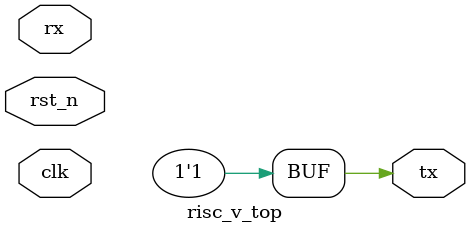
<source format=v>


// Verification Directory fv/risc_v_top 

module risc_v_top(clk, rst_n, rx, tx);
// synthesis_merge 
// merged rep ex_mem_datapath_ffd_q_reg[2]
//    merge + ex_mem_datapath_ffd_q_reg[34]
// merged rep ex_mem_datapath_ffd_q_reg[3]
//    merge + ex_mem_datapath_ffd_q_reg[35]
// merged rep ex_mem_datapath_ffd_q_reg[4]
//    merge + ex_mem_datapath_ffd_q_reg[36]
// merged rep ex_mem_datapath_ffd_q_reg[5]
//    merge + ex_mem_datapath_ffd_q_reg[37]
// merged rep ex_mem_datapath_ffd_q_reg[6]
//    merge + ex_mem_datapath_ffd_q_reg[38]
// merged rep ex_mem_datapath_ffd_q_reg[7]
//    merge + ex_mem_datapath_ffd_q_reg[39]
// merged rep ex_mem_datapath_ffd_q_reg[8]
//    merge + ex_mem_datapath_ffd_q_reg[40]
// merged rep ex_mem_datapath_ffd_q_reg[9]
//    merge + ex_mem_datapath_ffd_q_reg[41]
// merged rep ex_mem_datapath_ffd_q_reg[10]
//    merge + ex_mem_datapath_ffd_q_reg[42]
// merged rep ex_mem_datapath_ffd_q_reg[11]
//    merge + ex_mem_datapath_ffd_q_reg[43]
// merged rep ex_mem_datapath_ffd_q_reg[12]
//    merge + ex_mem_datapath_ffd_q_reg[44]
// merged rep ex_mem_datapath_ffd_q_reg[13]
//    merge + ex_mem_datapath_ffd_q_reg[45]
// merged rep ex_mem_datapath_ffd_q_reg[14]
//    merge + ex_mem_datapath_ffd_q_reg[46]
// merged rep ex_mem_datapath_ffd_q_reg[15]
//    merge + ex_mem_datapath_ffd_q_reg[47]
// merged rep ex_mem_datapath_ffd_q_reg[16]
//    merge + ex_mem_datapath_ffd_q_reg[48]
// merged rep ex_mem_datapath_ffd_q_reg[17]
//    merge + ex_mem_datapath_ffd_q_reg[49]
// merged rep ex_mem_datapath_ffd_q_reg[18]
//    merge + ex_mem_datapath_ffd_q_reg[50]
// merged rep ex_mem_datapath_ffd_q_reg[19]
//    merge + ex_mem_datapath_ffd_q_reg[51]
// merged rep ex_mem_datapath_ffd_q_reg[20]
//    merge + ex_mem_datapath_ffd_q_reg[52]
// merged rep ex_mem_datapath_ffd_q_reg[21]
//    merge + ex_mem_datapath_ffd_q_reg[53]
// merged rep ex_mem_datapath_ffd_q_reg[22]
//    merge + ex_mem_datapath_ffd_q_reg[54]
// merged rep ex_mem_datapath_ffd_q_reg[23]
//    merge + ex_mem_datapath_ffd_q_reg[55]
// merged rep ex_mem_datapath_ffd_q_reg[24]
//    merge + ex_mem_datapath_ffd_q_reg[56]
// merged rep ex_mem_datapath_ffd_q_reg[25]
//    merge + ex_mem_datapath_ffd_q_reg[57]
// merged rep ex_mem_datapath_ffd_q_reg[26]
//    merge + ex_mem_datapath_ffd_q_reg[58]
// merged rep ex_mem_datapath_ffd_q_reg[27]
//    merge + ex_mem_datapath_ffd_q_reg[59]
// merged rep ex_mem_datapath_ffd_q_reg[28]
//    merge + ex_mem_datapath_ffd_q_reg[60]
// merged rep ex_mem_datapath_ffd_q_reg[29]
//    merge + ex_mem_datapath_ffd_q_reg[61]
// merged rep ex_mem_datapath_ffd_q_reg[30]
//    merge + ex_mem_datapath_ffd_q_reg[62]
// merged rep ex_mem_datapath_ffd_q_reg[31]
//    merge + ex_mem_datapath_ffd_q_reg[63]
  input clk, rst_n, rx;
  output tx;
  wire clk, rst_n, rx;
  wire tx;
  wire [192:0] id_ex_datapath_out;
  wire [205:0] ex_mem_datapath_out;
  wire [63:0] if_id_datapath_out;
  wire [31:0] pc_out;
  wire [132:0] mem_wb_datapath_out;
  wire [31:0] \uart_IP_module_uart_val[3] ;
  wire [7:0] uart_IP_module_rx_data;
  wire [31:0] \uart_IP_module_uart_val[4] ;
  wire [31:0] \uart_IP_module_uart_val[5] ;
  wire [31:0] \uart_IP_module_uart_val[7] ;
  wire [13:0] id_ex_controlpath_out;
  wire [12:0] uart_IP_module_UART_full_duplex_rx_uart_BR_pulse_count;
  wire [3:0] uart_IP_module_UART_full_duplex_rx_uart_count_bits_w;
  wire [2:0] uart_IP_module_UART_full_duplex_rx_uart_FSM_Rx_Rx_state;
  wire [8:0] uart_IP_module_UART_full_duplex_rx_uart_Q_SR_w;
  wire [17:0] uart_IP_module_UART_full_duplex_tx_uart_delay_5ms_cuenta;
  wire UNCONNECTED, UNCONNECTED0, UNCONNECTED1, UNCONNECTED2, UNCONNECTED3, UNCONNECTED4, UNCONNECTED5, UNCONNECTED6;
  wire UNCONNECTED7, UNCONNECTED8, UNCONNECTED9, UNCONNECTED10, UNCONNECTED11, UNCONNECTED12, UNCONNECTED13, UNCONNECTED14;
  wire UNCONNECTED15, UNCONNECTED16, UNCONNECTED17, UNCONNECTED18, UNCONNECTED19, UNCONNECTED20, UNCONNECTED21, UNCONNECTED22;
  wire UNCONNECTED23, UNCONNECTED24, UNCONNECTED25, UNCONNECTED26, UNCONNECTED27, UNCONNECTED28, UNCONNECTED29, UNCONNECTED30;
  wire UNCONNECTED31, UNCONNECTED32, UNCONNECTED33, UNCONNECTED34, UNCONNECTED35, UNCONNECTED36, UNCONNECTED37, UNCONNECTED38;
  wire UNCONNECTED39, UNCONNECTED40, UNCONNECTED41, UNCONNECTED42, UNCONNECTED43, UNCONNECTED44, UNCONNECTED45, UNCONNECTED46;
  wire UNCONNECTED47, UNCONNECTED48, UNCONNECTED49, UNCONNECTED50, UNCONNECTED51, UNCONNECTED52, UNCONNECTED53, UNCONNECTED54;
  wire UNCONNECTED55, UNCONNECTED56, UNCONNECTED57, UNCONNECTED58, UNCONNECTED59, UNCONNECTED60, UNCONNECTED61, UNCONNECTED62;
  wire UNCONNECTED63, UNCONNECTED64, UNCONNECTED65, UNCONNECTED66, UNCONNECTED67, UNCONNECTED68, UNCONNECTED69, UNCONNECTED70;
  wire UNCONNECTED71, UNCONNECTED72, UNCONNECTED73, UNCONNECTED74, UNCONNECTED75, UNCONNECTED76, UNCONNECTED77, UNCONNECTED78;
  wire UNCONNECTED79, UNCONNECTED80, UNCONNECTED81, UNCONNECTED82, UNCONNECTED83, UNCONNECTED84, UNCONNECTED85, UNCONNECTED86;
  wire UNCONNECTED87, UNCONNECTED88, UNCONNECTED89, UNCONNECTED90, UNCONNECTED91, UNCONNECTED92, UNCONNECTED93, UNCONNECTED94;
  wire UNCONNECTED95, UNCONNECTED96, UNCONNECTED97, UNCONNECTED98, UNCONNECTED99, UNCONNECTED100, UNCONNECTED101, UNCONNECTED102;
  wire UNCONNECTED103, UNCONNECTED104, UNCONNECTED105, UNCONNECTED106, UNCONNECTED107, UNCONNECTED108, UNCONNECTED109, UNCONNECTED110;
  wire UNCONNECTED111, UNCONNECTED112, UNCONNECTED113, UNCONNECTED114, UNCONNECTED115, UNCONNECTED116, UNCONNECTED117, UNCONNECTED118;
  wire UNCONNECTED119, UNCONNECTED120, UNCONNECTED121, UNCONNECTED122, UNCONNECTED123, UNCONNECTED124, UNCONNECTED125, UNCONNECTED126;
  wire UNCONNECTED127, UNCONNECTED128, UNCONNECTED129, UNCONNECTED130, UNCONNECTED131, UNCONNECTED132, UNCONNECTED133, UNCONNECTED134;
  wire UNCONNECTED135, UNCONNECTED136, UNCONNECTED137, UNCONNECTED138, UNCONNECTED139, UNCONNECTED140, UNCONNECTED141, UNCONNECTED142;
  wire UNCONNECTED143, UNCONNECTED144, UNCONNECTED145, UNCONNECTED146, UNCONNECTED147, UNCONNECTED148, UNCONNECTED149, UNCONNECTED150;
  wire UNCONNECTED151, UNCONNECTED152, UNCONNECTED153, UNCONNECTED154, UNCONNECTED155, UNCONNECTED156, UNCONNECTED157, UNCONNECTED158;
  wire UNCONNECTED159, UNCONNECTED160, UNCONNECTED161, UNCONNECTED162, UNCONNECTED163, UNCONNECTED164, UNCONNECTED165, UNCONNECTED166;
  wire UNCONNECTED167, UNCONNECTED168, UNCONNECTED169, UNCONNECTED170, UNCONNECTED171, UNCONNECTED172, UNCONNECTED173, UNCONNECTED174;
  wire UNCONNECTED175, UNCONNECTED176, UNCONNECTED177, UNCONNECTED178, UNCONNECTED179, UNCONNECTED180, UNCONNECTED181, UNCONNECTED182;
  wire UNCONNECTED183, UNCONNECTED184, UNCONNECTED185, UNCONNECTED186, UNCONNECTED187, UNCONNECTED188, UNCONNECTED189, UNCONNECTED190;
  wire UNCONNECTED191, UNCONNECTED192, UNCONNECTED193, UNCONNECTED194, UNCONNECTED195, UNCONNECTED196, UNCONNECTED197, UNCONNECTED198;
  wire UNCONNECTED199, UNCONNECTED200, UNCONNECTED201, UNCONNECTED202, UNCONNECTED203, UNCONNECTED204, UNCONNECTED205, UNCONNECTED206;
  wire UNCONNECTED207, UNCONNECTED208, UNCONNECTED209, UNCONNECTED210, UNCONNECTED211, UNCONNECTED212, UNCONNECTED213, UNCONNECTED214;
  wire UNCONNECTED215, UNCONNECTED216, UNCONNECTED217, UNCONNECTED218, UNCONNECTED219, UNCONNECTED220, UNCONNECTED221, UNCONNECTED222;
  wire UNCONNECTED223, UNCONNECTED224, UNCONNECTED225, UNCONNECTED226, UNCONNECTED227, UNCONNECTED228, UNCONNECTED229, UNCONNECTED230;
  wire UNCONNECTED231, UNCONNECTED232, UNCONNECTED233, UNCONNECTED234, UNCONNECTED235, UNCONNECTED236, UNCONNECTED237, UNCONNECTED238;
  wire UNCONNECTED239, UNCONNECTED240, UNCONNECTED241, UNCONNECTED242, UNCONNECTED243, UNCONNECTED244, UNCONNECTED245, UNCONNECTED246;
  wire UNCONNECTED247, UNCONNECTED248, UNCONNECTED249, UNCONNECTED250, UNCONNECTED251, UNCONNECTED252, UNCONNECTED253, UNCONNECTED254;
  wire UNCONNECTED255, UNCONNECTED256, UNCONNECTED257, UNCONNECTED258, UNCONNECTED259, UNCONNECTED260, UNCONNECTED261, UNCONNECTED262;
  wire UNCONNECTED263, UNCONNECTED264, UNCONNECTED265, UNCONNECTED266, UNCONNECTED267, UNCONNECTED268, UNCONNECTED269, UNCONNECTED270;
  wire UNCONNECTED271, UNCONNECTED272, UNCONNECTED273, UNCONNECTED274, UNCONNECTED275, UNCONNECTED276, UNCONNECTED277, UNCONNECTED278;
  wire UNCONNECTED279, UNCONNECTED280, UNCONNECTED281, UNCONNECTED282, UNCONNECTED283, UNCONNECTED284, UNCONNECTED285, UNCONNECTED286;
  wire UNCONNECTED287, UNCONNECTED288, UNCONNECTED289, UNCONNECTED290, UNCONNECTED291, UNCONNECTED292, UNCONNECTED293, UNCONNECTED294;
  wire UNCONNECTED295, UNCONNECTED296, UNCONNECTED297, UNCONNECTED298, UNCONNECTED299, UNCONNECTED300, UNCONNECTED301, UNCONNECTED302;
  wire UNCONNECTED303, UNCONNECTED304, UNCONNECTED305, UNCONNECTED306, UNCONNECTED307, UNCONNECTED308, UNCONNECTED309, UNCONNECTED310;
  wire UNCONNECTED311, UNCONNECTED312, UNCONNECTED313, UNCONNECTED314, UNCONNECTED315, UNCONNECTED316, UNCONNECTED317, UNCONNECTED318;
  wire UNCONNECTED319, UNCONNECTED320, UNCONNECTED321, UNCONNECTED322, UNCONNECTED323, UNCONNECTED324, UNCONNECTED325, UNCONNECTED326;
  wire UNCONNECTED327, UNCONNECTED328, UNCONNECTED329, UNCONNECTED330, UNCONNECTED331, UNCONNECTED332, UNCONNECTED333, UNCONNECTED334;
  wire UNCONNECTED335, UNCONNECTED336, UNCONNECTED337, UNCONNECTED338, UNCONNECTED339, UNCONNECTED340, UNCONNECTED341, UNCONNECTED342;
  wire UNCONNECTED343, UNCONNECTED344, UNCONNECTED345, UNCONNECTED346, UNCONNECTED347, UNCONNECTED348, UNCONNECTED349, UNCONNECTED350;
  wire UNCONNECTED351, UNCONNECTED352, UNCONNECTED353, UNCONNECTED354, UNCONNECTED355, UNCONNECTED356, UNCONNECTED357, UNCONNECTED358;
  wire UNCONNECTED359, UNCONNECTED360, UNCONNECTED361, UNCONNECTED362, UNCONNECTED363, UNCONNECTED364, UNCONNECTED365, UNCONNECTED366;
  wire UNCONNECTED367, UNCONNECTED368, UNCONNECTED369, UNCONNECTED370, UNCONNECTED371, UNCONNECTED372, UNCONNECTED373, UNCONNECTED374;
  wire UNCONNECTED375, UNCONNECTED376, UNCONNECTED377, UNCONNECTED378, UNCONNECTED379, UNCONNECTED380, UNCONNECTED381, UNCONNECTED382;
  wire UNCONNECTED383, UNCONNECTED384, UNCONNECTED385, UNCONNECTED386, UNCONNECTED387, UNCONNECTED388, UNCONNECTED389, UNCONNECTED390;
  wire UNCONNECTED391, UNCONNECTED392, UNCONNECTED393, UNCONNECTED394, UNCONNECTED395, UNCONNECTED396, UNCONNECTED397, UNCONNECTED398;
  wire UNCONNECTED399, UNCONNECTED400, UNCONNECTED401, UNCONNECTED402, UNCONNECTED403, UNCONNECTED404, UNCONNECTED405, UNCONNECTED406;
  wire UNCONNECTED407, UNCONNECTED408, UNCONNECTED409, UNCONNECTED410, UNCONNECTED411, UNCONNECTED412, UNCONNECTED413, UNCONNECTED414;
  wire UNCONNECTED415, UNCONNECTED416, UNCONNECTED417, UNCONNECTED418, UNCONNECTED419, UNCONNECTED420, UNCONNECTED421, UNCONNECTED422;
  wire UNCONNECTED423, UNCONNECTED424, UNCONNECTED425, UNCONNECTED426, UNCONNECTED427, UNCONNECTED428, UNCONNECTED429, UNCONNECTED430;
  wire UNCONNECTED431, UNCONNECTED432, UNCONNECTED433, UNCONNECTED434, UNCONNECTED435, UNCONNECTED436, UNCONNECTED437, UNCONNECTED438;
  wire UNCONNECTED439, UNCONNECTED440, UNCONNECTED441, UNCONNECTED442, UNCONNECTED443, UNCONNECTED444, UNCONNECTED445, UNCONNECTED446;
  wire UNCONNECTED447, UNCONNECTED448, UNCONNECTED449, UNCONNECTED450, UNCONNECTED451, UNCONNECTED452, UNCONNECTED453, UNCONNECTED454;
  wire UNCONNECTED455, UNCONNECTED456, UNCONNECTED457, UNCONNECTED458, UNCONNECTED459, UNCONNECTED460, UNCONNECTED461, UNCONNECTED462;
  wire UNCONNECTED463, UNCONNECTED464, UNCONNECTED465, UNCONNECTED466, UNCONNECTED467, UNCONNECTED468, UNCONNECTED469, UNCONNECTED470;
  wire UNCONNECTED471, UNCONNECTED472, UNCONNECTED473, UNCONNECTED474, UNCONNECTED475, UNCONNECTED476, UNCONNECTED477, UNCONNECTED478;
  wire UNCONNECTED479, UNCONNECTED480, UNCONNECTED481, UNCONNECTED482, UNCONNECTED483, UNCONNECTED484, UNCONNECTED485, UNCONNECTED486;
  wire UNCONNECTED487, UNCONNECTED488, UNCONNECTED489, UNCONNECTED490, UNCONNECTED491, UNCONNECTED492, UNCONNECTED493, UNCONNECTED494;
  wire UNCONNECTED495, UNCONNECTED496, UNCONNECTED497, UNCONNECTED498, UNCONNECTED499, UNCONNECTED500, UNCONNECTED501, UNCONNECTED502;
  wire UNCONNECTED503, UNCONNECTED504, UNCONNECTED505, UNCONNECTED506, UNCONNECTED507, UNCONNECTED508, UNCONNECTED509, UNCONNECTED510;
  wire UNCONNECTED511, UNCONNECTED512, UNCONNECTED513, UNCONNECTED514, UNCONNECTED515, UNCONNECTED516, UNCONNECTED517, UNCONNECTED518;
  wire UNCONNECTED519, UNCONNECTED520, UNCONNECTED521, UNCONNECTED522, UNCONNECTED523, UNCONNECTED524, UNCONNECTED525, UNCONNECTED526;
  wire UNCONNECTED527, UNCONNECTED528, UNCONNECTED529, UNCONNECTED530, UNCONNECTED531, UNCONNECTED532, UNCONNECTED533, UNCONNECTED534;
  wire UNCONNECTED535, UNCONNECTED536, UNCONNECTED537, UNCONNECTED538, UNCONNECTED539, UNCONNECTED540, UNCONNECTED541, UNCONNECTED542;
  wire UNCONNECTED543, UNCONNECTED544, UNCONNECTED545, UNCONNECTED546, UNCONNECTED547, UNCONNECTED548, UNCONNECTED549, UNCONNECTED550;
  wire UNCONNECTED551, UNCONNECTED552, UNCONNECTED553, UNCONNECTED554, UNCONNECTED555, UNCONNECTED556, UNCONNECTED557, UNCONNECTED558;
  wire UNCONNECTED559, UNCONNECTED560, UNCONNECTED561, UNCONNECTED562, UNCONNECTED563, UNCONNECTED564, UNCONNECTED565, UNCONNECTED566;
  wire UNCONNECTED567, UNCONNECTED568, UNCONNECTED569, UNCONNECTED570, UNCONNECTED571, UNCONNECTED572, UNCONNECTED573, UNCONNECTED574;
  wire UNCONNECTED575, UNCONNECTED576, UNCONNECTED577, UNCONNECTED578, UNCONNECTED579, UNCONNECTED580, UNCONNECTED581, UNCONNECTED582;
  wire UNCONNECTED583, UNCONNECTED584, UNCONNECTED585, UNCONNECTED586, UNCONNECTED587, UNCONNECTED588, UNCONNECTED589, UNCONNECTED590;
  wire UNCONNECTED591, UNCONNECTED592, UNCONNECTED593, UNCONNECTED594, UNCONNECTED595, UNCONNECTED596, UNCONNECTED597, UNCONNECTED598;
  wire UNCONNECTED599, UNCONNECTED600, UNCONNECTED601, UNCONNECTED602, UNCONNECTED603, UNCONNECTED604, UNCONNECTED605, UNCONNECTED606;
  wire UNCONNECTED607, UNCONNECTED608, UNCONNECTED609, UNCONNECTED610, UNCONNECTED611, UNCONNECTED612, UNCONNECTED613, UNCONNECTED614;
  wire UNCONNECTED615, UNCONNECTED616, UNCONNECTED617, UNCONNECTED618, UNCONNECTED619, UNCONNECTED620, UNCONNECTED621, UNCONNECTED622;
  wire UNCONNECTED623, UNCONNECTED624, UNCONNECTED625, UNCONNECTED626, UNCONNECTED627, UNCONNECTED628, UNCONNECTED629, UNCONNECTED630;
  wire UNCONNECTED631, UNCONNECTED632, UNCONNECTED633, UNCONNECTED634, UNCONNECTED635, UNCONNECTED636, UNCONNECTED637, UNCONNECTED638;
  wire UNCONNECTED639, UNCONNECTED640, UNCONNECTED641, UNCONNECTED642, UNCONNECTED643, UNCONNECTED644, UNCONNECTED645, UNCONNECTED646;
  wire UNCONNECTED647, UNCONNECTED648, UNCONNECTED649, UNCONNECTED650, UNCONNECTED651, UNCONNECTED652, UNCONNECTED653, UNCONNECTED654;
  wire UNCONNECTED655, UNCONNECTED656, UNCONNECTED657, UNCONNECTED658, UNCONNECTED659, UNCONNECTED660, UNCONNECTED661, UNCONNECTED662;
  wire UNCONNECTED663, UNCONNECTED664, UNCONNECTED665, UNCONNECTED666, UNCONNECTED667, UNCONNECTED668, UNCONNECTED669, UNCONNECTED670;
  wire UNCONNECTED671, UNCONNECTED672, UNCONNECTED673, UNCONNECTED674, UNCONNECTED675, UNCONNECTED676, UNCONNECTED677, UNCONNECTED678;
  wire UNCONNECTED679, UNCONNECTED680, UNCONNECTED681, UNCONNECTED682, UNCONNECTED683, UNCONNECTED684, UNCONNECTED685, UNCONNECTED686;
  wire UNCONNECTED687, UNCONNECTED688, UNCONNECTED689, UNCONNECTED690, UNCONNECTED691, UNCONNECTED692, UNCONNECTED693, UNCONNECTED694;
  wire UNCONNECTED695, UNCONNECTED696, UNCONNECTED697, UNCONNECTED698, UNCONNECTED699, UNCONNECTED700, UNCONNECTED701, UNCONNECTED702;
  wire UNCONNECTED703, UNCONNECTED704, UNCONNECTED705, UNCONNECTED706, UNCONNECTED707, UNCONNECTED708, UNCONNECTED709, UNCONNECTED710;
  wire UNCONNECTED711, UNCONNECTED712, UNCONNECTED713, UNCONNECTED714, UNCONNECTED715, UNCONNECTED716, UNCONNECTED717, UNCONNECTED718;
  wire UNCONNECTED719, UNCONNECTED720, UNCONNECTED721, UNCONNECTED722, UNCONNECTED723, UNCONNECTED724, UNCONNECTED725, UNCONNECTED726;
  wire UNCONNECTED727, UNCONNECTED728, UNCONNECTED729, UNCONNECTED730, UNCONNECTED731, UNCONNECTED732, UNCONNECTED733, UNCONNECTED734;
  wire UNCONNECTED735, UNCONNECTED736, UNCONNECTED737, UNCONNECTED738, UNCONNECTED739, UNCONNECTED740, UNCONNECTED741, UNCONNECTED742;
  wire UNCONNECTED743, UNCONNECTED744, UNCONNECTED745, UNCONNECTED746, UNCONNECTED747, UNCONNECTED748, UNCONNECTED749, UNCONNECTED750;
  wire UNCONNECTED751, UNCONNECTED752, UNCONNECTED753, UNCONNECTED754, UNCONNECTED755, UNCONNECTED756, UNCONNECTED757, UNCONNECTED758;
  wire UNCONNECTED759, UNCONNECTED760, UNCONNECTED761, UNCONNECTED762, UNCONNECTED763, UNCONNECTED764, UNCONNECTED765, UNCONNECTED766;
  wire UNCONNECTED767, UNCONNECTED768, UNCONNECTED769, UNCONNECTED770, UNCONNECTED771, UNCONNECTED772, UNCONNECTED773, UNCONNECTED774;
  wire UNCONNECTED775, UNCONNECTED776, UNCONNECTED777, UNCONNECTED778, UNCONNECTED779, UNCONNECTED780, UNCONNECTED781, UNCONNECTED782;
  wire UNCONNECTED783, UNCONNECTED784, UNCONNECTED785, UNCONNECTED786, UNCONNECTED787, UNCONNECTED788, UNCONNECTED789, UNCONNECTED790;
  wire UNCONNECTED791, UNCONNECTED792, UNCONNECTED793, UNCONNECTED794, UNCONNECTED795, UNCONNECTED796, UNCONNECTED797, UNCONNECTED798;
  wire UNCONNECTED799, UNCONNECTED800, UNCONNECTED801, UNCONNECTED802, UNCONNECTED803, UNCONNECTED804, UNCONNECTED805, UNCONNECTED806;
  wire UNCONNECTED807, UNCONNECTED808, UNCONNECTED809, UNCONNECTED810, UNCONNECTED811, UNCONNECTED812, UNCONNECTED813, UNCONNECTED814;
  wire UNCONNECTED815, UNCONNECTED816, UNCONNECTED817, UNCONNECTED818, UNCONNECTED819, UNCONNECTED820, UNCONNECTED821, UNCONNECTED822;
  wire UNCONNECTED823, UNCONNECTED824, UNCONNECTED825, UNCONNECTED826, UNCONNECTED827, UNCONNECTED828, UNCONNECTED829, UNCONNECTED830;
  wire UNCONNECTED831, UNCONNECTED832, UNCONNECTED833, UNCONNECTED834, UNCONNECTED835, UNCONNECTED836, UNCONNECTED837, UNCONNECTED838;
  wire UNCONNECTED839, UNCONNECTED840, UNCONNECTED841, UNCONNECTED842, UNCONNECTED843, UNCONNECTED844, UNCONNECTED845, UNCONNECTED846;
  wire UNCONNECTED847, UNCONNECTED848, UNCONNECTED849, UNCONNECTED850, UNCONNECTED851, UNCONNECTED852, UNCONNECTED853, UNCONNECTED854;
  wire UNCONNECTED855, UNCONNECTED856, UNCONNECTED857, UNCONNECTED858, UNCONNECTED859, UNCONNECTED860, UNCONNECTED861, UNCONNECTED862;
  wire UNCONNECTED863, UNCONNECTED864, UNCONNECTED865, UNCONNECTED866, UNCONNECTED867, UNCONNECTED868, UNCONNECTED869, UNCONNECTED870;
  wire UNCONNECTED871, UNCONNECTED872, UNCONNECTED873, UNCONNECTED874, UNCONNECTED875, UNCONNECTED876, UNCONNECTED877, UNCONNECTED878;
  wire UNCONNECTED879, UNCONNECTED880, UNCONNECTED881, UNCONNECTED882, UNCONNECTED883, UNCONNECTED884, UNCONNECTED885, UNCONNECTED886;
  wire UNCONNECTED887, UNCONNECTED888, UNCONNECTED889, UNCONNECTED890, UNCONNECTED891, UNCONNECTED892, UNCONNECTED893, UNCONNECTED894;
  wire UNCONNECTED895, UNCONNECTED896, UNCONNECTED897, UNCONNECTED898, UNCONNECTED899, UNCONNECTED900, UNCONNECTED901, UNCONNECTED902;
  wire UNCONNECTED903, UNCONNECTED904, UNCONNECTED905, UNCONNECTED906, UNCONNECTED907, UNCONNECTED908, UNCONNECTED909, UNCONNECTED910;
  wire UNCONNECTED911, UNCONNECTED912, UNCONNECTED913, UNCONNECTED914, UNCONNECTED915, UNCONNECTED916, UNCONNECTED917, UNCONNECTED918;
  wire UNCONNECTED919, UNCONNECTED920, UNCONNECTED921, UNCONNECTED922, UNCONNECTED923, UNCONNECTED924, UNCONNECTED925, UNCONNECTED926;
  wire UNCONNECTED927, UNCONNECTED928, UNCONNECTED929, UNCONNECTED930, UNCONNECTED931, UNCONNECTED932, UNCONNECTED933, UNCONNECTED934;
  wire UNCONNECTED935, UNCONNECTED936, UNCONNECTED937, UNCONNECTED938, UNCONNECTED939, UNCONNECTED940, UNCONNECTED941, UNCONNECTED942;
  wire UNCONNECTED943, UNCONNECTED944, UNCONNECTED945, UNCONNECTED946, UNCONNECTED947, UNCONNECTED948, UNCONNECTED949, UNCONNECTED950;
  wire UNCONNECTED951, UNCONNECTED952, UNCONNECTED953, UNCONNECTED954, UNCONNECTED955, UNCONNECTED956, UNCONNECTED957, UNCONNECTED958;
  wire UNCONNECTED959, UNCONNECTED960, UNCONNECTED961, UNCONNECTED962, UNCONNECTED963, UNCONNECTED964, UNCONNECTED965, UNCONNECTED966;
  wire UNCONNECTED967, UNCONNECTED968, UNCONNECTED969, UNCONNECTED970, UNCONNECTED971, UNCONNECTED972, UNCONNECTED973, UNCONNECTED974;
  wire UNCONNECTED975, UNCONNECTED976, UNCONNECTED977, UNCONNECTED978, UNCONNECTED979, UNCONNECTED980, UNCONNECTED981, UNCONNECTED982;
  wire UNCONNECTED983, UNCONNECTED984, UNCONNECTED985, UNCONNECTED986, UNCONNECTED987, UNCONNECTED988, UNCONNECTED989, UNCONNECTED990;
  wire UNCONNECTED991, UNCONNECTED992, UNCONNECTED993, UNCONNECTED994, UNCONNECTED995, UNCONNECTED996, UNCONNECTED997, UNCONNECTED998;
  wire UNCONNECTED999, UNCONNECTED1000, UNCONNECTED1001, UNCONNECTED1002, UNCONNECTED1003, UNCONNECTED1004, UNCONNECTED1005, UNCONNECTED1006;
  wire UNCONNECTED1007, UNCONNECTED1008, UNCONNECTED1009, UNCONNECTED1010, UNCONNECTED1011, UNCONNECTED1012, UNCONNECTED1013, UNCONNECTED1014;
  wire UNCONNECTED1015, UNCONNECTED1016, UNCONNECTED1017, UNCONNECTED1018, UNCONNECTED1019, UNCONNECTED1020, UNCONNECTED1021, UNCONNECTED1022;
  wire UNCONNECTED1023, UNCONNECTED1024, UNCONNECTED1025, UNCONNECTED1026, UNCONNECTED1027, UNCONNECTED1028, UNCONNECTED1029, UNCONNECTED1030;
  wire UNCONNECTED1031, UNCONNECTED1032, UNCONNECTED1033, UNCONNECTED1034, UNCONNECTED1035, UNCONNECTED1036, UNCONNECTED1037, UNCONNECTED1038;
  wire UNCONNECTED1039, UNCONNECTED1040, UNCONNECTED1041, UNCONNECTED1042, UNCONNECTED1043, UNCONNECTED1044, UNCONNECTED1045, UNCONNECTED1046;
  wire UNCONNECTED1047, UNCONNECTED1048, UNCONNECTED1049, UNCONNECTED1050, UNCONNECTED1051, UNCONNECTED1052, UNCONNECTED1053, UNCONNECTED1054;
  wire UNCONNECTED1055, UNCONNECTED1056, UNCONNECTED1057, UNCONNECTED1058, UNCONNECTED1059, UNCONNECTED1060, UNCONNECTED1061, UNCONNECTED1062;
  wire UNCONNECTED1063, UNCONNECTED1064, UNCONNECTED1065, UNCONNECTED1066, UNCONNECTED1067, UNCONNECTED1068, UNCONNECTED1069, UNCONNECTED1070;
  wire UNCONNECTED1071, UNCONNECTED1072, UNCONNECTED1073, UNCONNECTED1074, UNCONNECTED1075, UNCONNECTED1076, UNCONNECTED1077, UNCONNECTED1078;
  wire UNCONNECTED1079, UNCONNECTED1080, UNCONNECTED1081, UNCONNECTED1082, UNCONNECTED1083, UNCONNECTED1084, UNCONNECTED1085, UNCONNECTED1086;
  wire UNCONNECTED1087, UNCONNECTED1088, UNCONNECTED1089, UNCONNECTED1090, UNCONNECTED1091, UNCONNECTED1092, UNCONNECTED1093, UNCONNECTED1094;
  wire UNCONNECTED1095, UNCONNECTED1096, UNCONNECTED1097, UNCONNECTED1098, UNCONNECTED1099, UNCONNECTED1100, UNCONNECTED1101, UNCONNECTED1102;
  wire UNCONNECTED1103, UNCONNECTED1104, UNCONNECTED1105, UNCONNECTED1106, UNCONNECTED1107, UNCONNECTED1108, UNCONNECTED1109, UNCONNECTED1110;
  wire UNCONNECTED1111, UNCONNECTED1112, UNCONNECTED1113, UNCONNECTED1114, UNCONNECTED1115, UNCONNECTED1116, UNCONNECTED1117, UNCONNECTED1118;
  wire UNCONNECTED1119, UNCONNECTED1120, UNCONNECTED1121, UNCONNECTED1122, UNCONNECTED1123, UNCONNECTED1124, UNCONNECTED1125, UNCONNECTED1126;
  wire UNCONNECTED1127, UNCONNECTED1128, UNCONNECTED1129, UNCONNECTED1130, UNCONNECTED1131, UNCONNECTED1132, UNCONNECTED1133, UNCONNECTED1134;
  wire UNCONNECTED1135, UNCONNECTED1136, UNCONNECTED1137, UNCONNECTED1138, UNCONNECTED1139, UNCONNECTED1140, UNCONNECTED1141, UNCONNECTED1142;
  wire UNCONNECTED1143, UNCONNECTED1144, UNCONNECTED1145, UNCONNECTED1146, UNCONNECTED1147, UNCONNECTED1148, UNCONNECTED1149, UNCONNECTED1150;
  wire UNCONNECTED1151, UNCONNECTED1152, UNCONNECTED1153, UNCONNECTED1154, UNCONNECTED1155, UNCONNECTED1156, UNCONNECTED1157, UNCONNECTED1158;
  wire UNCONNECTED1159, UNCONNECTED1160, UNCONNECTED1161, UNCONNECTED1162, UNCONNECTED1163, UNCONNECTED1164, UNCONNECTED1165, UNCONNECTED1166;
  wire UNCONNECTED1167, UNCONNECTED1168, UNCONNECTED1169, UNCONNECTED1170, UNCONNECTED1171, UNCONNECTED1172, UNCONNECTED1173, UNCONNECTED1174;
  wire UNCONNECTED1175, UNCONNECTED1176, UNCONNECTED1177, UNCONNECTED1178, UNCONNECTED1179, UNCONNECTED1180, UNCONNECTED1181, UNCONNECTED1182;
  wire UNCONNECTED1183, UNCONNECTED1184, UNCONNECTED1185, UNCONNECTED1186, UNCONNECTED1187, UNCONNECTED1188, UNCONNECTED1189, UNCONNECTED1190;
  wire UNCONNECTED1191, UNCONNECTED1192, UNCONNECTED1193, UNCONNECTED1194, UNCONNECTED1195, UNCONNECTED1196, UNCONNECTED1197, UNCONNECTED1198;
  wire UNCONNECTED1199, UNCONNECTED1200, UNCONNECTED1201, UNCONNECTED1202, UNCONNECTED1203, UNCONNECTED1204, UNCONNECTED1205, UNCONNECTED1206;
  wire UNCONNECTED1207, UNCONNECTED1208, UNCONNECTED1209, UNCONNECTED1210, UNCONNECTED1211, UNCONNECTED1212, UNCONNECTED1213, UNCONNECTED1214;
  wire UNCONNECTED1215, UNCONNECTED1216, UNCONNECTED1217, UNCONNECTED1218, UNCONNECTED1219, UNCONNECTED1220, UNCONNECTED1221, UNCONNECTED1222;
  wire UNCONNECTED1223, UNCONNECTED1224, UNCONNECTED1225, UNCONNECTED1226, UNCONNECTED1227, UNCONNECTED1228, UNCONNECTED1229, UNCONNECTED1230;
  wire UNCONNECTED1231, UNCONNECTED1232, UNCONNECTED1233, UNCONNECTED1234, UNCONNECTED1235, UNCONNECTED1236, UNCONNECTED1237, UNCONNECTED1238;
  wire UNCONNECTED1239, UNCONNECTED1240, UNCONNECTED1241, UNCONNECTED1242, UNCONNECTED1243, UNCONNECTED1244, UNCONNECTED1245, UNCONNECTED1246;
  wire UNCONNECTED1247, UNCONNECTED1248, UNCONNECTED1249, UNCONNECTED1250, UNCONNECTED1251, UNCONNECTED1252, UNCONNECTED1253, UNCONNECTED1254;
  wire UNCONNECTED1255, UNCONNECTED1256, UNCONNECTED1257, UNCONNECTED1258, UNCONNECTED1259, UNCONNECTED1260, UNCONNECTED1261, UNCONNECTED1262;
  wire UNCONNECTED1263, UNCONNECTED1264, UNCONNECTED1265, UNCONNECTED1266, UNCONNECTED1267, UNCONNECTED1268, UNCONNECTED1269, UNCONNECTED1270;
  wire UNCONNECTED1271, UNCONNECTED1272, UNCONNECTED1273, UNCONNECTED1274, UNCONNECTED1275, UNCONNECTED1276, UNCONNECTED1277, UNCONNECTED1278;
  wire UNCONNECTED1279, UNCONNECTED1280, UNCONNECTED1281, UNCONNECTED1282, UNCONNECTED1283, UNCONNECTED1284, UNCONNECTED1285, UNCONNECTED1286;
  wire UNCONNECTED1287, UNCONNECTED1288, UNCONNECTED1289, UNCONNECTED1290, UNCONNECTED1291, UNCONNECTED1292, UNCONNECTED1293, UNCONNECTED1294;
  wire UNCONNECTED1295, UNCONNECTED1296, UNCONNECTED1297, UNCONNECTED1298, UNCONNECTED1299, UNCONNECTED1300, UNCONNECTED1301, UNCONNECTED1302;
  wire UNCONNECTED1303, UNCONNECTED1304, UNCONNECTED1305, UNCONNECTED1306, UNCONNECTED1307, UNCONNECTED1308, UNCONNECTED1309, UNCONNECTED1310;
  wire UNCONNECTED1311, UNCONNECTED1312, UNCONNECTED1313, UNCONNECTED1314, UNCONNECTED1315, UNCONNECTED1316, UNCONNECTED1317, UNCONNECTED1318;
  wire UNCONNECTED1319, UNCONNECTED1320, UNCONNECTED1321, UNCONNECTED1322, UNCONNECTED1323, UNCONNECTED1324, UNCONNECTED1325, UNCONNECTED1326;
  wire UNCONNECTED1327, UNCONNECTED1328, UNCONNECTED1329, UNCONNECTED1330, UNCONNECTED1331, UNCONNECTED1332, UNCONNECTED1333, UNCONNECTED1334;
  wire UNCONNECTED1335, UNCONNECTED1336, UNCONNECTED1337, UNCONNECTED1338, UNCONNECTED1339, UNCONNECTED1340, UNCONNECTED1341, UNCONNECTED1342;
  wire UNCONNECTED1343, UNCONNECTED1344, UNCONNECTED1345, UNCONNECTED1346, UNCONNECTED1347, UNCONNECTED1348, UNCONNECTED1349, UNCONNECTED1350;
  wire UNCONNECTED1351, UNCONNECTED1352, UNCONNECTED1353, UNCONNECTED1354, UNCONNECTED1355, UNCONNECTED1356, UNCONNECTED1357, UNCONNECTED1358;
  wire UNCONNECTED1359, UNCONNECTED1360, UNCONNECTED1361, UNCONNECTED1362, UNCONNECTED1363, UNCONNECTED1364, UNCONNECTED1365, UNCONNECTED1366;
  wire UNCONNECTED1367, UNCONNECTED1368, UNCONNECTED1369, UNCONNECTED1370, UNCONNECTED1371, UNCONNECTED1372, UNCONNECTED1373, UNCONNECTED1374;
  wire UNCONNECTED1375, UNCONNECTED1376, UNCONNECTED1377, UNCONNECTED1378, UNCONNECTED1379, UNCONNECTED1380, UNCONNECTED1381, UNCONNECTED1382;
  wire UNCONNECTED1383, UNCONNECTED1384, UNCONNECTED1385, UNCONNECTED1386, UNCONNECTED1387, UNCONNECTED1388, UNCONNECTED1389, UNCONNECTED1390;
  wire UNCONNECTED1391, UNCONNECTED1392, UNCONNECTED1393, UNCONNECTED1394, UNCONNECTED1395, UNCONNECTED1396, UNCONNECTED1397, UNCONNECTED1398;
  wire UNCONNECTED1399, UNCONNECTED1400, UNCONNECTED1401, UNCONNECTED1402, UNCONNECTED1403, UNCONNECTED1404, UNCONNECTED1405, UNCONNECTED1406;
  wire UNCONNECTED1407, UNCONNECTED1408, UNCONNECTED1409, UNCONNECTED1410, UNCONNECTED1411, UNCONNECTED1412, UNCONNECTED1413, UNCONNECTED1414;
  wire UNCONNECTED1415, UNCONNECTED1416, UNCONNECTED1417, UNCONNECTED1418, UNCONNECTED1419, UNCONNECTED1420, UNCONNECTED1421, UNCONNECTED1422;
  wire UNCONNECTED1423, UNCONNECTED1424, UNCONNECTED1425, UNCONNECTED1426, UNCONNECTED1427, UNCONNECTED1428, UNCONNECTED1429, UNCONNECTED1430;
  wire UNCONNECTED1431, UNCONNECTED1432, UNCONNECTED1433, UNCONNECTED1434, UNCONNECTED1435, UNCONNECTED1436, UNCONNECTED1437, UNCONNECTED1438;
  wire UNCONNECTED1439, UNCONNECTED1440, UNCONNECTED1441, UNCONNECTED1442, UNCONNECTED1443, UNCONNECTED1444, UNCONNECTED1445, UNCONNECTED1446;
  wire UNCONNECTED1447, UNCONNECTED1448, UNCONNECTED1449, UNCONNECTED1450, UNCONNECTED1451, UNCONNECTED1452, UNCONNECTED1453, UNCONNECTED1454;
  wire UNCONNECTED1455, UNCONNECTED1456, UNCONNECTED1457, UNCONNECTED1458, UNCONNECTED1459, UNCONNECTED1460, UNCONNECTED1461, UNCONNECTED1462;
  wire UNCONNECTED1463, UNCONNECTED1464, UNCONNECTED1465, UNCONNECTED1466, UNCONNECTED1467, UNCONNECTED1468, UNCONNECTED1469, UNCONNECTED1470;
  wire UNCONNECTED1471, UNCONNECTED1472, UNCONNECTED1473, UNCONNECTED1474, UNCONNECTED1475, UNCONNECTED1476, UNCONNECTED1477, UNCONNECTED1478;
  wire UNCONNECTED1479, UNCONNECTED1480, UNCONNECTED1481, UNCONNECTED1482, UNCONNECTED1483, UNCONNECTED1484, UNCONNECTED1485, UNCONNECTED1486;
  wire UNCONNECTED1487, UNCONNECTED1488, UNCONNECTED1489, UNCONNECTED1490, UNCONNECTED1491, UNCONNECTED1492, UNCONNECTED1493, UNCONNECTED1494;
  wire UNCONNECTED1495, UNCONNECTED1496, UNCONNECTED1497, UNCONNECTED1498, UNCONNECTED1499, UNCONNECTED1500, UNCONNECTED1501, UNCONNECTED1502;
  wire UNCONNECTED1503, UNCONNECTED1504, UNCONNECTED1505, UNCONNECTED1506, UNCONNECTED1507, UNCONNECTED1508, UNCONNECTED1509, UNCONNECTED1510;
  wire UNCONNECTED1511, UNCONNECTED1512, UNCONNECTED1513, UNCONNECTED1514, UNCONNECTED1515, UNCONNECTED1516, UNCONNECTED1517, UNCONNECTED1518;
  wire UNCONNECTED1519, UNCONNECTED1520, UNCONNECTED1521, UNCONNECTED1522, UNCONNECTED1523, UNCONNECTED1524, UNCONNECTED1525, UNCONNECTED1526;
  wire UNCONNECTED1527, UNCONNECTED1528, UNCONNECTED1529, UNCONNECTED1530, UNCONNECTED1531, UNCONNECTED1532, UNCONNECTED1533, UNCONNECTED1534;
  wire UNCONNECTED1535, UNCONNECTED1536, UNCONNECTED1537, UNCONNECTED1538, UNCONNECTED1539, UNCONNECTED1540, UNCONNECTED1541, UNCONNECTED1542;
  wire UNCONNECTED1543, UNCONNECTED1544, UNCONNECTED1545, UNCONNECTED1546, UNCONNECTED1547, UNCONNECTED1548, UNCONNECTED1549, UNCONNECTED1550;
  wire UNCONNECTED1551, UNCONNECTED1552, UNCONNECTED1553, UNCONNECTED1554, UNCONNECTED1555, UNCONNECTED1556, UNCONNECTED1557, UNCONNECTED1558;
  wire UNCONNECTED1559, UNCONNECTED1560, UNCONNECTED1561, UNCONNECTED1562, UNCONNECTED1563, UNCONNECTED1564, UNCONNECTED1565, UNCONNECTED1566;
  wire UNCONNECTED1567, UNCONNECTED1568, UNCONNECTED1569, UNCONNECTED1570, UNCONNECTED1571, UNCONNECTED1572, UNCONNECTED1573, UNCONNECTED1574;
  wire UNCONNECTED1575, UNCONNECTED1576, UNCONNECTED1577, UNCONNECTED1578, UNCONNECTED1579, UNCONNECTED1580, UNCONNECTED1581, UNCONNECTED1582;
  wire UNCONNECTED1583, UNCONNECTED1584, UNCONNECTED1585, UNCONNECTED1586, UNCONNECTED1587, UNCONNECTED1588, UNCONNECTED1589, UNCONNECTED1590;
  wire UNCONNECTED1591, UNCONNECTED1592, UNCONNECTED1593, UNCONNECTED1594, UNCONNECTED1595, UNCONNECTED1596, UNCONNECTED1597, UNCONNECTED1598;
  wire UNCONNECTED1599, UNCONNECTED1600, UNCONNECTED1601, UNCONNECTED1602, UNCONNECTED1603, UNCONNECTED1604, UNCONNECTED1605, UNCONNECTED1606;
  wire UNCONNECTED1607, UNCONNECTED1608, UNCONNECTED1609, UNCONNECTED1610, UNCONNECTED1611, UNCONNECTED1612, UNCONNECTED1613, UNCONNECTED1614;
  wire UNCONNECTED1615, UNCONNECTED1616, UNCONNECTED1617, UNCONNECTED1618, UNCONNECTED1619, UNCONNECTED1620, UNCONNECTED1621, UNCONNECTED1622;
  wire UNCONNECTED1623, UNCONNECTED1624, UNCONNECTED1625, UNCONNECTED1626, UNCONNECTED1627, UNCONNECTED1628, UNCONNECTED1629, UNCONNECTED1630;
  wire UNCONNECTED1631, UNCONNECTED1632, UNCONNECTED1633, UNCONNECTED1634, UNCONNECTED1635, UNCONNECTED1636, UNCONNECTED1637, UNCONNECTED1638;
  wire UNCONNECTED1639, UNCONNECTED1640, UNCONNECTED1641, UNCONNECTED1642, UNCONNECTED1643, UNCONNECTED1644, UNCONNECTED1645, UNCONNECTED1646;
  wire UNCONNECTED1647, UNCONNECTED1648, UNCONNECTED1649, UNCONNECTED1650, UNCONNECTED1651, UNCONNECTED1652, UNCONNECTED1653, UNCONNECTED1654;
  wire UNCONNECTED1655, UNCONNECTED1656, UNCONNECTED1657, UNCONNECTED1658, UNCONNECTED1659, UNCONNECTED1660, UNCONNECTED1661, UNCONNECTED1662;
  wire UNCONNECTED1663, UNCONNECTED1664, UNCONNECTED1665, UNCONNECTED1666, UNCONNECTED1667, UNCONNECTED1668, UNCONNECTED1669, UNCONNECTED1670;
  wire UNCONNECTED1671, UNCONNECTED1672, UNCONNECTED1673, UNCONNECTED1674, UNCONNECTED1675, UNCONNECTED1676, UNCONNECTED1677, UNCONNECTED1678;
  wire UNCONNECTED1679, UNCONNECTED1680, UNCONNECTED1681, UNCONNECTED1682, UNCONNECTED1683, UNCONNECTED1684, UNCONNECTED1685, UNCONNECTED1686;
  wire UNCONNECTED1687, UNCONNECTED1688, UNCONNECTED1689, UNCONNECTED1690, UNCONNECTED1691, UNCONNECTED1692, UNCONNECTED1693, UNCONNECTED1694;
  wire UNCONNECTED1695, UNCONNECTED1696, UNCONNECTED1697, UNCONNECTED1698, UNCONNECTED1699, UNCONNECTED1700, UNCONNECTED1701, UNCONNECTED1702;
  wire UNCONNECTED1703, UNCONNECTED1704, UNCONNECTED1705, UNCONNECTED1706, UNCONNECTED1707, UNCONNECTED1708, UNCONNECTED1709, UNCONNECTED1710;
  wire UNCONNECTED1711, UNCONNECTED1712, UNCONNECTED1713, UNCONNECTED1714, UNCONNECTED1715, UNCONNECTED1716, UNCONNECTED1717, UNCONNECTED1718;
  wire UNCONNECTED1719, UNCONNECTED1720, UNCONNECTED1721, UNCONNECTED1722, UNCONNECTED1723, UNCONNECTED1724, UNCONNECTED1725, UNCONNECTED1726;
  wire UNCONNECTED1727, UNCONNECTED1728, UNCONNECTED1729, UNCONNECTED1730, UNCONNECTED1731, UNCONNECTED1732, UNCONNECTED1733, UNCONNECTED1734;
  wire UNCONNECTED1735, UNCONNECTED1736, UNCONNECTED1737, UNCONNECTED1738, UNCONNECTED1739, UNCONNECTED1740, UNCONNECTED1741, UNCONNECTED1742;
  wire UNCONNECTED1743, UNCONNECTED1744, UNCONNECTED1745, UNCONNECTED1746, UNCONNECTED1747, UNCONNECTED1748, UNCONNECTED1749, UNCONNECTED1750;
  wire UNCONNECTED1751, UNCONNECTED1752, UNCONNECTED1753, UNCONNECTED1754, UNCONNECTED1755, UNCONNECTED1756, UNCONNECTED1757, UNCONNECTED1758;
  wire UNCONNECTED1759, UNCONNECTED1760, UNCONNECTED1761, UNCONNECTED1762, UNCONNECTED1763, UNCONNECTED1764, UNCONNECTED1765, UNCONNECTED1766;
  wire UNCONNECTED1767, UNCONNECTED1768, UNCONNECTED1769, UNCONNECTED1770, UNCONNECTED1771, UNCONNECTED1772, UNCONNECTED1773, UNCONNECTED1774;
  wire UNCONNECTED1775, UNCONNECTED1776, UNCONNECTED1777, UNCONNECTED1778, UNCONNECTED1779, UNCONNECTED1780, UNCONNECTED1781, UNCONNECTED1782;
  wire UNCONNECTED1783, UNCONNECTED1784, UNCONNECTED1785, UNCONNECTED1786, UNCONNECTED1787, UNCONNECTED1788, UNCONNECTED1789, UNCONNECTED1790;
  wire UNCONNECTED1791, UNCONNECTED1792, UNCONNECTED1793, UNCONNECTED1794, UNCONNECTED1795, UNCONNECTED1796, UNCONNECTED1797, UNCONNECTED1798;
  wire UNCONNECTED1799, UNCONNECTED1800, UNCONNECTED1801, UNCONNECTED1802, UNCONNECTED1803, UNCONNECTED1804, UNCONNECTED1805, UNCONNECTED1806;
  wire UNCONNECTED1807, UNCONNECTED1808, UNCONNECTED1809, UNCONNECTED1810, UNCONNECTED1811, UNCONNECTED1812, UNCONNECTED1813, UNCONNECTED1814;
  wire UNCONNECTED1815, UNCONNECTED1816, UNCONNECTED1817, UNCONNECTED1818, UNCONNECTED1819, UNCONNECTED1820, UNCONNECTED1821, UNCONNECTED1822;
  wire UNCONNECTED1823, UNCONNECTED1824, UNCONNECTED1825, UNCONNECTED1826, UNCONNECTED1827, UNCONNECTED1828, UNCONNECTED1829, UNCONNECTED1830;
  wire UNCONNECTED1831, UNCONNECTED1832, UNCONNECTED1833, UNCONNECTED1834, UNCONNECTED1835, UNCONNECTED1836, UNCONNECTED1837, UNCONNECTED1838;
  wire UNCONNECTED1839, UNCONNECTED1840, UNCONNECTED1841, UNCONNECTED1842, UNCONNECTED1843, UNCONNECTED1844, UNCONNECTED1845, UNCONNECTED1846;
  wire UNCONNECTED1847, UNCONNECTED1848, UNCONNECTED1849, UNCONNECTED1850, UNCONNECTED1851, UNCONNECTED1852, UNCONNECTED1853, UNCONNECTED1854;
  wire UNCONNECTED1855, UNCONNECTED1856, UNCONNECTED1857, UNCONNECTED1858, UNCONNECTED1859, UNCONNECTED1860, UNCONNECTED1861, UNCONNECTED1862;
  wire UNCONNECTED1863, UNCONNECTED1864, UNCONNECTED1865, UNCONNECTED1866, UNCONNECTED1867, UNCONNECTED1868, UNCONNECTED1869, UNCONNECTED1870;
  wire UNCONNECTED1871, UNCONNECTED1872, UNCONNECTED1873, UNCONNECTED1874, UNCONNECTED1875, UNCONNECTED1876, UNCONNECTED1877, UNCONNECTED1878;
  wire UNCONNECTED1879, UNCONNECTED1880, UNCONNECTED1881, UNCONNECTED1882, UNCONNECTED1883, UNCONNECTED1884, UNCONNECTED1885, UNCONNECTED1886;
  wire UNCONNECTED1887, UNCONNECTED1888, UNCONNECTED1889, UNCONNECTED1890, UNCONNECTED1891, UNCONNECTED1892, UNCONNECTED1893, UNCONNECTED1894;
  wire UNCONNECTED1895, UNCONNECTED1896, UNCONNECTED1897, UNCONNECTED1898, UNCONNECTED1899, UNCONNECTED1900, UNCONNECTED1901, UNCONNECTED1902;
  wire UNCONNECTED1903, UNCONNECTED1904, UNCONNECTED1905, UNCONNECTED1906, UNCONNECTED1907, UNCONNECTED1908, UNCONNECTED1909, UNCONNECTED1910;
  wire UNCONNECTED1911, UNCONNECTED1912, UNCONNECTED1913, UNCONNECTED1914, UNCONNECTED1915, UNCONNECTED1916, UNCONNECTED1917, UNCONNECTED1918;
  wire UNCONNECTED1919, UNCONNECTED1920, UNCONNECTED1921, UNCONNECTED1922, UNCONNECTED1923, UNCONNECTED1924, UNCONNECTED1925, UNCONNECTED1926;
  wire UNCONNECTED1927, UNCONNECTED1928, UNCONNECTED1929, UNCONNECTED1930, UNCONNECTED1931, UNCONNECTED1932, UNCONNECTED1933, UNCONNECTED1934;
  wire UNCONNECTED1935, UNCONNECTED1936, UNCONNECTED1937, UNCONNECTED1938, UNCONNECTED1939, UNCONNECTED1940, UNCONNECTED1941, UNCONNECTED1942;
  wire UNCONNECTED1943, UNCONNECTED1944, UNCONNECTED1945, UNCONNECTED1946, UNCONNECTED1947, UNCONNECTED1948, UNCONNECTED1949, UNCONNECTED1950;
  wire UNCONNECTED1951, UNCONNECTED1952, UNCONNECTED1953, UNCONNECTED1954, UNCONNECTED1955, UNCONNECTED1956, UNCONNECTED1957, UNCONNECTED1958;
  wire UNCONNECTED1959, UNCONNECTED1960, UNCONNECTED1961, UNCONNECTED1962, UNCONNECTED1963, UNCONNECTED1964, UNCONNECTED1965, UNCONNECTED1966;
  wire UNCONNECTED1967, UNCONNECTED1968, UNCONNECTED1969, UNCONNECTED1970, UNCONNECTED1971, UNCONNECTED1972, UNCONNECTED1973, UNCONNECTED1974;
  wire UNCONNECTED1975, UNCONNECTED1976, UNCONNECTED1977, UNCONNECTED1978, UNCONNECTED1979, UNCONNECTED1980, UNCONNECTED1981, UNCONNECTED1982;
  wire UNCONNECTED1983, UNCONNECTED1984, UNCONNECTED1985, UNCONNECTED1986, UNCONNECTED1987, UNCONNECTED1988, UNCONNECTED1989, UNCONNECTED1990;
  wire UNCONNECTED1991, UNCONNECTED1992, UNCONNECTED1993, UNCONNECTED1994, UNCONNECTED1995, UNCONNECTED1996, UNCONNECTED1997, UNCONNECTED1998;
  wire UNCONNECTED1999, UNCONNECTED2000, UNCONNECTED2001, UNCONNECTED2002, UNCONNECTED2003, UNCONNECTED2004, UNCONNECTED2005, UNCONNECTED2006;
  wire UNCONNECTED2007, UNCONNECTED2008, UNCONNECTED2009, UNCONNECTED2010, UNCONNECTED2011, UNCONNECTED2012, UNCONNECTED2013, UNCONNECTED2014;
  wire UNCONNECTED2015, UNCONNECTED2016, UNCONNECTED2017, UNCONNECTED2018, UNCONNECTED2019, UNCONNECTED2020, UNCONNECTED2021, UNCONNECTED2022;
  wire UNCONNECTED2023, UNCONNECTED2024, UNCONNECTED2025, UNCONNECTED2026, UNCONNECTED2027, UNCONNECTED2028, UNCONNECTED2029, UNCONNECTED2030;
  wire UNCONNECTED2031, UNCONNECTED2032, UNCONNECTED2033, UNCONNECTED2034, UNCONNECTED2035, UNCONNECTED2036, UNCONNECTED2037, UNCONNECTED2038;
  wire UNCONNECTED2039, UNCONNECTED2040, UNCONNECTED2041, UNCONNECTED2042, UNCONNECTED2043, UNCONNECTED2044, UNCONNECTED2045, UNCONNECTED2046;
  wire UNCONNECTED2047, UNCONNECTED2048, UNCONNECTED2049, UNCONNECTED2050, UNCONNECTED2051, UNCONNECTED2052, UNCONNECTED2053, UNCONNECTED2054;
  wire UNCONNECTED2055, UNCONNECTED2056, UNCONNECTED2057, UNCONNECTED2058, UNCONNECTED2059, UNCONNECTED2060, UNCONNECTED2061, UNCONNECTED2062;
  wire UNCONNECTED2063, UNCONNECTED2064, UNCONNECTED2065, UNCONNECTED2066, UNCONNECTED2067, UNCONNECTED2068, UNCONNECTED2069, UNCONNECTED2070;
  wire UNCONNECTED2071, UNCONNECTED2072, UNCONNECTED2073, UNCONNECTED2074, UNCONNECTED2075, UNCONNECTED2076, UNCONNECTED2077, UNCONNECTED2078;
  wire UNCONNECTED2079, UNCONNECTED2080, UNCONNECTED2081, UNCONNECTED2082, UNCONNECTED2083, UNCONNECTED2084, UNCONNECTED2085, UNCONNECTED2086;
  wire UNCONNECTED2087, UNCONNECTED2088, UNCONNECTED2089, UNCONNECTED2090, UNCONNECTED2091, UNCONNECTED2092, UNCONNECTED2093, UNCONNECTED2094;
  wire UNCONNECTED2095, UNCONNECTED2096, UNCONNECTED2097, UNCONNECTED2098, UNCONNECTED2099, UNCONNECTED2100, UNCONNECTED2101, UNCONNECTED2102;
  wire UNCONNECTED2103, UNCONNECTED2104, UNCONNECTED2105, UNCONNECTED2106, UNCONNECTED2107, UNCONNECTED2108, UNCONNECTED2109, UNCONNECTED2110;
  wire UNCONNECTED2111, UNCONNECTED2112, UNCONNECTED2113, UNCONNECTED2114, UNCONNECTED2115, UNCONNECTED2116, UNCONNECTED2117, UNCONNECTED2118;
  wire UNCONNECTED2119, UNCONNECTED2120, UNCONNECTED2121, UNCONNECTED2122, UNCONNECTED2123, UNCONNECTED2124, UNCONNECTED2125, UNCONNECTED2126;
  wire UNCONNECTED2127, UNCONNECTED2128, UNCONNECTED2129, UNCONNECTED2130, UNCONNECTED2131, UNCONNECTED2132, UNCONNECTED2133, UNCONNECTED2134;
  wire UNCONNECTED2135, UNCONNECTED2136, UNCONNECTED2137, UNCONNECTED2138, UNCONNECTED2139, UNCONNECTED2140, UNCONNECTED2141, UNCONNECTED2142;
  wire UNCONNECTED2143, UNCONNECTED2144, UNCONNECTED2145, UNCONNECTED2146, UNCONNECTED2147, UNCONNECTED2148, UNCONNECTED2149, UNCONNECTED2150;
  wire UNCONNECTED2151, UNCONNECTED2152, UNCONNECTED2153, UNCONNECTED2154, UNCONNECTED2155, UNCONNECTED2156, UNCONNECTED2157, UNCONNECTED2158;
  wire UNCONNECTED2159, UNCONNECTED2160, UNCONNECTED2161, UNCONNECTED2162, UNCONNECTED2163, UNCONNECTED2164, UNCONNECTED2165, UNCONNECTED2166;
  wire UNCONNECTED2167, UNCONNECTED2168, UNCONNECTED2169, UNCONNECTED2170, UNCONNECTED2171, UNCONNECTED2172, UNCONNECTED2173, UNCONNECTED2174;
  wire UNCONNECTED2175, UNCONNECTED2176, UNCONNECTED2177, UNCONNECTED2178, UNCONNECTED2179, UNCONNECTED2180, UNCONNECTED2181, UNCONNECTED2182;
  wire UNCONNECTED2183, UNCONNECTED2184, UNCONNECTED2185, UNCONNECTED2186, UNCONNECTED2187, UNCONNECTED2188, UNCONNECTED2189, UNCONNECTED2190;
  wire UNCONNECTED2191, UNCONNECTED2192, UNCONNECTED2193, UNCONNECTED2194, UNCONNECTED2195, UNCONNECTED2196, UNCONNECTED2197, UNCONNECTED2198;
  wire UNCONNECTED2199, UNCONNECTED2200, UNCONNECTED2201, UNCONNECTED2202, UNCONNECTED2203, UNCONNECTED2204, UNCONNECTED2205, UNCONNECTED2206;
  wire UNCONNECTED2207, UNCONNECTED2208, UNCONNECTED2209, UNCONNECTED2210, UNCONNECTED2211, UNCONNECTED2212, UNCONNECTED2213, UNCONNECTED2214;
  wire UNCONNECTED2215, UNCONNECTED2216, UNCONNECTED2217, UNCONNECTED2218, UNCONNECTED2219, UNCONNECTED2220, UNCONNECTED2221, UNCONNECTED2222;
  wire UNCONNECTED2223, UNCONNECTED2224, UNCONNECTED2225, UNCONNECTED2226, UNCONNECTED2227, UNCONNECTED2228, UNCONNECTED2229, UNCONNECTED2230;
  wire UNCONNECTED2231, UNCONNECTED2232, UNCONNECTED2233, UNCONNECTED2234, UNCONNECTED2235, UNCONNECTED2236, UNCONNECTED2237, UNCONNECTED2238;
  wire UNCONNECTED2239, UNCONNECTED2240, UNCONNECTED2241, UNCONNECTED2242, UNCONNECTED2243, UNCONNECTED2244, UNCONNECTED2245, UNCONNECTED2246;
  wire UNCONNECTED2247, UNCONNECTED2248, UNCONNECTED2249, UNCONNECTED2250, UNCONNECTED2251, UNCONNECTED2252, UNCONNECTED2253, UNCONNECTED2254;
  wire UNCONNECTED2255, UNCONNECTED2256, UNCONNECTED2257, UNCONNECTED2258, UNCONNECTED2259, UNCONNECTED2260, UNCONNECTED2261, UNCONNECTED2262;
  wire UNCONNECTED2263, UNCONNECTED2264, UNCONNECTED2265, UNCONNECTED2266, UNCONNECTED2267, UNCONNECTED2268, UNCONNECTED2269, UNCONNECTED2270;
  wire UNCONNECTED2271, UNCONNECTED2272, UNCONNECTED2273, UNCONNECTED2274, UNCONNECTED2275, UNCONNECTED2276, UNCONNECTED2277, UNCONNECTED2278;
  wire UNCONNECTED2279, UNCONNECTED2280, UNCONNECTED2281, UNCONNECTED2282, UNCONNECTED2283, UNCONNECTED2284, UNCONNECTED2285, UNCONNECTED2286;
  wire UNCONNECTED2287, UNCONNECTED2288, UNCONNECTED2289, UNCONNECTED2290, UNCONNECTED2291, UNCONNECTED2292, UNCONNECTED2293, UNCONNECTED2294;
  wire UNCONNECTED2295, UNCONNECTED2296, UNCONNECTED2297, UNCONNECTED2298, UNCONNECTED2299, UNCONNECTED2300, UNCONNECTED2301, UNCONNECTED2302;
  wire UNCONNECTED2303, UNCONNECTED2304, UNCONNECTED2305, UNCONNECTED2306, UNCONNECTED2307, UNCONNECTED2308, UNCONNECTED2309, UNCONNECTED2310;
  wire UNCONNECTED2311, UNCONNECTED2312, UNCONNECTED2313, UNCONNECTED2314, UNCONNECTED2315, UNCONNECTED2316, UNCONNECTED2317, UNCONNECTED2318;
  wire UNCONNECTED2319, UNCONNECTED2320, UNCONNECTED2321, UNCONNECTED2322, UNCONNECTED2323, UNCONNECTED2324, UNCONNECTED2325, UNCONNECTED2326;
  wire UNCONNECTED2327, UNCONNECTED2328, UNCONNECTED2329, UNCONNECTED2330, UNCONNECTED2331, UNCONNECTED2332, UNCONNECTED2333, UNCONNECTED2334;
  wire UNCONNECTED2335, UNCONNECTED2336, UNCONNECTED2337, UNCONNECTED2338, UNCONNECTED2339, UNCONNECTED2340, UNCONNECTED2341, UNCONNECTED2342;
  wire UNCONNECTED2343, UNCONNECTED2344, UNCONNECTED2345, UNCONNECTED2346, UNCONNECTED2347, UNCONNECTED2348, UNCONNECTED2349, UNCONNECTED2350;
  wire UNCONNECTED2351, UNCONNECTED2352, UNCONNECTED2353, UNCONNECTED2354, UNCONNECTED2355, UNCONNECTED2356, UNCONNECTED2357, UNCONNECTED2358;
  wire UNCONNECTED2359, UNCONNECTED2360, UNCONNECTED2361, UNCONNECTED2362, UNCONNECTED2363, UNCONNECTED2364, UNCONNECTED2365, UNCONNECTED2366;
  wire UNCONNECTED2367, UNCONNECTED2368, UNCONNECTED2369, UNCONNECTED2370, UNCONNECTED2371, UNCONNECTED2372, UNCONNECTED2373, UNCONNECTED2374;
  wire UNCONNECTED2375, UNCONNECTED2376, UNCONNECTED2377, UNCONNECTED2378, UNCONNECTED2379, UNCONNECTED2380, UNCONNECTED2381, UNCONNECTED2382;
  wire UNCONNECTED2383, UNCONNECTED2384, UNCONNECTED2385, UNCONNECTED2386, UNCONNECTED2387, UNCONNECTED2388, UNCONNECTED2389, UNCONNECTED2390;
  wire UNCONNECTED2391, UNCONNECTED2392, UNCONNECTED2393, UNCONNECTED2394, UNCONNECTED2395, UNCONNECTED2396, UNCONNECTED2397, UNCONNECTED2398;
  wire UNCONNECTED2399, UNCONNECTED2400, UNCONNECTED2401, UNCONNECTED2402, UNCONNECTED2403, UNCONNECTED2404, UNCONNECTED2405, UNCONNECTED2406;
  wire UNCONNECTED2407, UNCONNECTED2408, UNCONNECTED2409, UNCONNECTED2410, UNCONNECTED2411, UNCONNECTED2412, UNCONNECTED2413, UNCONNECTED2414;
  wire UNCONNECTED2415, UNCONNECTED2416, UNCONNECTED2417, UNCONNECTED2418, UNCONNECTED2419, UNCONNECTED2420, UNCONNECTED2421, UNCONNECTED2422;
  wire UNCONNECTED2423, UNCONNECTED2424, UNCONNECTED2425, UNCONNECTED2426, UNCONNECTED2427, UNCONNECTED2428, UNCONNECTED2429, UNCONNECTED2430;
  wire UNCONNECTED2431, UNCONNECTED2432, UNCONNECTED2433, UNCONNECTED2434, UNCONNECTED2435, UNCONNECTED2436, UNCONNECTED2437, UNCONNECTED2438;
  wire UNCONNECTED2439, UNCONNECTED2440, UNCONNECTED2441, UNCONNECTED2442, UNCONNECTED2443, UNCONNECTED2444, UNCONNECTED2445, UNCONNECTED2446;
  wire UNCONNECTED2447, UNCONNECTED2448, UNCONNECTED2449, UNCONNECTED2450, UNCONNECTED2451, UNCONNECTED2452, UNCONNECTED2453, UNCONNECTED2454;
  wire UNCONNECTED2455, UNCONNECTED2456, UNCONNECTED2457, UNCONNECTED2458, UNCONNECTED2459, UNCONNECTED2460, UNCONNECTED2461, UNCONNECTED2462;
  wire UNCONNECTED2463, UNCONNECTED2464, UNCONNECTED2465, UNCONNECTED2466, UNCONNECTED2467, UNCONNECTED2468, UNCONNECTED2469, UNCONNECTED2470;
  wire UNCONNECTED2471, UNCONNECTED2472, UNCONNECTED2473, UNCONNECTED2474, UNCONNECTED2475, UNCONNECTED2476, UNCONNECTED2477, UNCONNECTED2478;
  wire UNCONNECTED2479, UNCONNECTED2480, UNCONNECTED2481, UNCONNECTED2482, UNCONNECTED2483, UNCONNECTED2484, UNCONNECTED2485, UNCONNECTED2486;
  wire UNCONNECTED2487, UNCONNECTED2488, UNCONNECTED2489, UNCONNECTED2490, UNCONNECTED2491, UNCONNECTED2492, UNCONNECTED2493, UNCONNECTED2494;
  wire UNCONNECTED2495, UNCONNECTED2496, UNCONNECTED2497, UNCONNECTED2498, UNCONNECTED2499, UNCONNECTED2500, UNCONNECTED2501, UNCONNECTED2502;
  wire UNCONNECTED2503, UNCONNECTED2504, UNCONNECTED2505, UNCONNECTED2506, UNCONNECTED2507, UNCONNECTED2508, UNCONNECTED2509, UNCONNECTED2510;
  wire UNCONNECTED2511, UNCONNECTED2512, UNCONNECTED2513, UNCONNECTED2514, UNCONNECTED2515, UNCONNECTED2516, UNCONNECTED2517, UNCONNECTED2518;
  wire UNCONNECTED2519, UNCONNECTED2520, UNCONNECTED2521, UNCONNECTED2522, UNCONNECTED2523, UNCONNECTED2524, UNCONNECTED2525, UNCONNECTED2526;
  wire UNCONNECTED2527, UNCONNECTED2528, UNCONNECTED2529, UNCONNECTED2530, UNCONNECTED2531, UNCONNECTED2532, UNCONNECTED2533, UNCONNECTED2534;
  wire UNCONNECTED2535, UNCONNECTED2536, UNCONNECTED2537, UNCONNECTED2538, UNCONNECTED2539, UNCONNECTED2540, UNCONNECTED2541, UNCONNECTED2542;
  wire UNCONNECTED2543, UNCONNECTED2544, UNCONNECTED2545, UNCONNECTED2546, UNCONNECTED2547, UNCONNECTED2548, UNCONNECTED2549, UNCONNECTED2550;
  wire UNCONNECTED2551, UNCONNECTED2552, UNCONNECTED2553, UNCONNECTED2554, UNCONNECTED2555, UNCONNECTED2556, UNCONNECTED2557, UNCONNECTED2558;
  wire UNCONNECTED2559, UNCONNECTED2560, UNCONNECTED2561, UNCONNECTED2562, UNCONNECTED2563, UNCONNECTED2564, UNCONNECTED2565, UNCONNECTED2566;
  wire UNCONNECTED2567, UNCONNECTED2568, UNCONNECTED2569, UNCONNECTED2570, UNCONNECTED2571, UNCONNECTED2572, UNCONNECTED2573, UNCONNECTED2574;
  wire UNCONNECTED2575, UNCONNECTED2576, UNCONNECTED2577, UNCONNECTED2578, UNCONNECTED2579, UNCONNECTED2580, UNCONNECTED2581, UNCONNECTED2582;
  wire UNCONNECTED2583, UNCONNECTED2584, UNCONNECTED2585, UNCONNECTED2586, UNCONNECTED2587, UNCONNECTED2588, UNCONNECTED2589, UNCONNECTED2590;
  wire UNCONNECTED2591, UNCONNECTED2592, UNCONNECTED2593, UNCONNECTED2594, UNCONNECTED2595, UNCONNECTED2596, UNCONNECTED2597, UNCONNECTED2598;
  wire UNCONNECTED2599, UNCONNECTED2600, UNCONNECTED2601, UNCONNECTED2602, UNCONNECTED2603, UNCONNECTED2604, UNCONNECTED2605, UNCONNECTED2606;
  wire UNCONNECTED2607, UNCONNECTED2608, UNCONNECTED2609, UNCONNECTED2610, UNCONNECTED2611, UNCONNECTED2612, UNCONNECTED2613, UNCONNECTED2614;
  wire UNCONNECTED2615, UNCONNECTED2616, UNCONNECTED2617, UNCONNECTED2618, UNCONNECTED2619, UNCONNECTED2620, UNCONNECTED2621, UNCONNECTED2622;
  wire UNCONNECTED2623, UNCONNECTED2624, UNCONNECTED2625, UNCONNECTED2626, UNCONNECTED2627, UNCONNECTED2628, UNCONNECTED2629, UNCONNECTED2630;
  wire UNCONNECTED2631, UNCONNECTED2632, UNCONNECTED2633, UNCONNECTED2634, UNCONNECTED2635, UNCONNECTED2636, UNCONNECTED2637, UNCONNECTED2638;
  wire UNCONNECTED2639, UNCONNECTED2640, UNCONNECTED2641, UNCONNECTED2642, UNCONNECTED2643, UNCONNECTED2644, UNCONNECTED2645, UNCONNECTED2646;
  wire UNCONNECTED2647, UNCONNECTED2648, UNCONNECTED2649, UNCONNECTED2650, UNCONNECTED2651, UNCONNECTED2652, UNCONNECTED2653, UNCONNECTED2654;
  wire UNCONNECTED2655, UNCONNECTED2656, UNCONNECTED2657, UNCONNECTED2658, UNCONNECTED2659, UNCONNECTED2660, UNCONNECTED2661, UNCONNECTED2662;
  wire UNCONNECTED2663, UNCONNECTED2664, UNCONNECTED2665, UNCONNECTED2666, UNCONNECTED2667, UNCONNECTED2668, UNCONNECTED2669, UNCONNECTED2670;
  wire UNCONNECTED2671, UNCONNECTED2672, UNCONNECTED2673, UNCONNECTED2674, UNCONNECTED2675, UNCONNECTED2676, UNCONNECTED2677, UNCONNECTED2678;
  wire UNCONNECTED2679, UNCONNECTED2680, UNCONNECTED2681, UNCONNECTED2682, UNCONNECTED2683, UNCONNECTED2684, UNCONNECTED2685, UNCONNECTED2686;
  wire UNCONNECTED2687, UNCONNECTED2688, UNCONNECTED2689, UNCONNECTED2690, UNCONNECTED2691, UNCONNECTED2692, UNCONNECTED2693, UNCONNECTED2694;
  wire UNCONNECTED2695, UNCONNECTED2696, UNCONNECTED2697, UNCONNECTED2698, UNCONNECTED2699, UNCONNECTED2700, UNCONNECTED2701, UNCONNECTED2702;
  wire UNCONNECTED2703, UNCONNECTED2704, UNCONNECTED2705, UNCONNECTED2706, UNCONNECTED2707, UNCONNECTED2708, UNCONNECTED2709, UNCONNECTED2710;
  wire UNCONNECTED2711, UNCONNECTED2712, UNCONNECTED2713, UNCONNECTED2714, UNCONNECTED2715, UNCONNECTED2716, UNCONNECTED2717, UNCONNECTED2718;
  wire UNCONNECTED2719, UNCONNECTED2720, UNCONNECTED2721, UNCONNECTED2722, UNCONNECTED2723, UNCONNECTED2724, UNCONNECTED2725, UNCONNECTED2726;
  wire UNCONNECTED2727, UNCONNECTED2728, UNCONNECTED2729, UNCONNECTED2730, UNCONNECTED2731, UNCONNECTED2732, UNCONNECTED2733, UNCONNECTED2734;
  wire UNCONNECTED2735, UNCONNECTED2736, UNCONNECTED2737, UNCONNECTED2738, UNCONNECTED2739, UNCONNECTED2740, UNCONNECTED2741, UNCONNECTED2742;
  wire UNCONNECTED2743, UNCONNECTED2744, UNCONNECTED2745, UNCONNECTED2746, UNCONNECTED2747, UNCONNECTED2748, UNCONNECTED2749, UNCONNECTED2750;
  wire UNCONNECTED2751, UNCONNECTED2752, UNCONNECTED2753, UNCONNECTED2754, UNCONNECTED2755, UNCONNECTED2756, UNCONNECTED2757, UNCONNECTED2758;
  wire UNCONNECTED2759, UNCONNECTED2760, UNCONNECTED2761, UNCONNECTED2762, UNCONNECTED2763, UNCONNECTED2764, UNCONNECTED2765, UNCONNECTED2766;
  wire UNCONNECTED2767, UNCONNECTED2768, UNCONNECTED2769, UNCONNECTED2770, UNCONNECTED2771, UNCONNECTED2772, UNCONNECTED2773, UNCONNECTED2774;
  wire UNCONNECTED2775, UNCONNECTED2776, UNCONNECTED2777, UNCONNECTED2778, UNCONNECTED2779, UNCONNECTED2780, UNCONNECTED2781, UNCONNECTED2782;
  wire UNCONNECTED2783, UNCONNECTED2784, UNCONNECTED2785, UNCONNECTED2786, UNCONNECTED2787, UNCONNECTED2788, UNCONNECTED2789, UNCONNECTED2790;
  wire UNCONNECTED2791, UNCONNECTED2792, UNCONNECTED2793, UNCONNECTED2794, UNCONNECTED2795, UNCONNECTED2796, UNCONNECTED2797, UNCONNECTED2798;
  wire UNCONNECTED2799, UNCONNECTED2800, UNCONNECTED2801, UNCONNECTED2802, UNCONNECTED2803, UNCONNECTED2804, UNCONNECTED2805, UNCONNECTED2806;
  wire UNCONNECTED2807, UNCONNECTED2808, UNCONNECTED2809, UNCONNECTED2810, UNCONNECTED2811, UNCONNECTED2812, UNCONNECTED2813, UNCONNECTED2814;
  wire UNCONNECTED2815, UNCONNECTED2816, UNCONNECTED2817, UNCONNECTED2818, UNCONNECTED2819, UNCONNECTED2820, UNCONNECTED2821, UNCONNECTED2822;
  wire UNCONNECTED2823, UNCONNECTED2824, UNCONNECTED2825, UNCONNECTED2826, UNCONNECTED2827, UNCONNECTED2828, UNCONNECTED2829, UNCONNECTED2830;
  wire UNCONNECTED2831, UNCONNECTED2832, UNCONNECTED2833, UNCONNECTED2834, UNCONNECTED2835, UNCONNECTED2836, UNCONNECTED2837, UNCONNECTED2838;
  wire UNCONNECTED2839, UNCONNECTED2840, UNCONNECTED2841, UNCONNECTED2842, UNCONNECTED2843, UNCONNECTED2844, UNCONNECTED2845, UNCONNECTED2846;
  wire UNCONNECTED2847, UNCONNECTED2848, UNCONNECTED2849, UNCONNECTED2850, UNCONNECTED2851, UNCONNECTED2852, UNCONNECTED2853, UNCONNECTED2854;
  wire UNCONNECTED2855, UNCONNECTED2856, UNCONNECTED2857, UNCONNECTED2858, UNCONNECTED2859, UNCONNECTED2860, UNCONNECTED2861, UNCONNECTED2862;
  wire UNCONNECTED2863, UNCONNECTED2864, UNCONNECTED2865, UNCONNECTED2866, UNCONNECTED2867, UNCONNECTED2868, UNCONNECTED2869, UNCONNECTED2870;
  wire UNCONNECTED2871, UNCONNECTED2872, UNCONNECTED2873, UNCONNECTED2874, UNCONNECTED2875, UNCONNECTED2876, UNCONNECTED2877, UNCONNECTED2878;
  wire UNCONNECTED2879, UNCONNECTED2880, UNCONNECTED2881, UNCONNECTED2882, UNCONNECTED2883, UNCONNECTED2884, UNCONNECTED2885, UNCONNECTED2886;
  wire UNCONNECTED2887, UNCONNECTED2888, UNCONNECTED2889, UNCONNECTED2890, UNCONNECTED2891, UNCONNECTED2892, UNCONNECTED2893, UNCONNECTED2894;
  wire UNCONNECTED2895, UNCONNECTED2896, UNCONNECTED2897, UNCONNECTED2898, UNCONNECTED2899, UNCONNECTED2900, UNCONNECTED2901, UNCONNECTED2902;
  wire UNCONNECTED2903, UNCONNECTED2904, UNCONNECTED2905, UNCONNECTED2906, UNCONNECTED2907, UNCONNECTED2908, UNCONNECTED2909, UNCONNECTED2910;
  wire UNCONNECTED2911, UNCONNECTED2912, UNCONNECTED2913, UNCONNECTED2914, UNCONNECTED2915, UNCONNECTED2916, UNCONNECTED2917, UNCONNECTED2918;
  wire UNCONNECTED2919, UNCONNECTED2920, UNCONNECTED2921, UNCONNECTED2922, UNCONNECTED2923, UNCONNECTED2924, UNCONNECTED2925, UNCONNECTED2926;
  wire UNCONNECTED2927, UNCONNECTED2928, UNCONNECTED2929, UNCONNECTED2930, UNCONNECTED2931, UNCONNECTED2932, UNCONNECTED2933, UNCONNECTED2934;
  wire UNCONNECTED2935, UNCONNECTED2936, UNCONNECTED2937, UNCONNECTED2938, UNCONNECTED2939, UNCONNECTED2940, UNCONNECTED2941, UNCONNECTED2942;
  wire UNCONNECTED2943, UNCONNECTED2944, UNCONNECTED2945, UNCONNECTED2946, UNCONNECTED2947, UNCONNECTED2948, UNCONNECTED2949, UNCONNECTED2950;
  wire UNCONNECTED2951, UNCONNECTED2952, UNCONNECTED2953, UNCONNECTED2954, UNCONNECTED2955, UNCONNECTED2956, UNCONNECTED2957, UNCONNECTED2958;
  wire UNCONNECTED2959, UNCONNECTED2960, UNCONNECTED2961, UNCONNECTED2962, UNCONNECTED2963, UNCONNECTED2964, UNCONNECTED2965, UNCONNECTED2966;
  wire UNCONNECTED2967, UNCONNECTED2968, UNCONNECTED2969, UNCONNECTED2970, UNCONNECTED2971, UNCONNECTED2972, UNCONNECTED2973, UNCONNECTED2974;
  wire UNCONNECTED2975, UNCONNECTED2976, UNCONNECTED2977, UNCONNECTED2978, UNCONNECTED2979, UNCONNECTED2980, UNCONNECTED2981, UNCONNECTED2982;
  wire UNCONNECTED2983, UNCONNECTED2984, UNCONNECTED2985, UNCONNECTED2986, UNCONNECTED2987, UNCONNECTED2988, UNCONNECTED2989, UNCONNECTED2990;
  wire UNCONNECTED2991, UNCONNECTED2992, UNCONNECTED2993, UNCONNECTED2994, UNCONNECTED2995, UNCONNECTED2996, UNCONNECTED2997, UNCONNECTED2998;
  wire UNCONNECTED2999, UNCONNECTED3000, UNCONNECTED3001, UNCONNECTED3002, UNCONNECTED3003, UNCONNECTED3004, UNCONNECTED3005, UNCONNECTED3006;
  wire UNCONNECTED3007, UNCONNECTED3008, UNCONNECTED3009, UNCONNECTED3010, UNCONNECTED3011, UNCONNECTED3012, UNCONNECTED3013, UNCONNECTED3014;
  wire UNCONNECTED3015, UNCONNECTED3016, UNCONNECTED3017, UNCONNECTED3018, UNCONNECTED3019, UNCONNECTED3020, UNCONNECTED3021, UNCONNECTED3022;
  wire UNCONNECTED3023, UNCONNECTED3024, UNCONNECTED3025, UNCONNECTED3026, UNCONNECTED3027, UNCONNECTED3028, UNCONNECTED3029, UNCONNECTED3030;
  wire UNCONNECTED3031, UNCONNECTED3032, UNCONNECTED3033, UNCONNECTED3034, UNCONNECTED3035, UNCONNECTED3036, UNCONNECTED3037, UNCONNECTED3038;
  wire UNCONNECTED3039, UNCONNECTED3040, UNCONNECTED3041, UNCONNECTED3042, UNCONNECTED3043, UNCONNECTED3044, UNCONNECTED3045, UNCONNECTED3046;
  wire UNCONNECTED3047, UNCONNECTED3048, UNCONNECTED3049, UNCONNECTED3050, UNCONNECTED3051, UNCONNECTED3052, UNCONNECTED3053, UNCONNECTED3054;
  wire UNCONNECTED3055, UNCONNECTED3056, UNCONNECTED3057, UNCONNECTED3058, UNCONNECTED3059, UNCONNECTED3060, UNCONNECTED3061, UNCONNECTED3062;
  wire UNCONNECTED3063, UNCONNECTED3064, UNCONNECTED3065, UNCONNECTED3066, UNCONNECTED3067, UNCONNECTED3068, UNCONNECTED3069, UNCONNECTED3070;
  wire UNCONNECTED3071, UNCONNECTED3072, UNCONNECTED3073, UNCONNECTED3074, UNCONNECTED3075, UNCONNECTED3076, UNCONNECTED3077, UNCONNECTED3078;
  wire UNCONNECTED3079, UNCONNECTED3080, UNCONNECTED3081, UNCONNECTED3082, UNCONNECTED3083, UNCONNECTED3084, UNCONNECTED3085, UNCONNECTED3086;
  wire UNCONNECTED3087, UNCONNECTED3088, UNCONNECTED3089, UNCONNECTED3090, UNCONNECTED3091, UNCONNECTED3092, UNCONNECTED3093, UNCONNECTED3094;
  wire UNCONNECTED3095, UNCONNECTED3096, UNCONNECTED3097, UNCONNECTED3098, UNCONNECTED3099, UNCONNECTED3100, UNCONNECTED3101, UNCONNECTED3102;
  wire UNCONNECTED3103, UNCONNECTED3104, UNCONNECTED3105, UNCONNECTED3106, UNCONNECTED3107, UNCONNECTED3108, UNCONNECTED3109, UNCONNECTED3110;
  wire UNCONNECTED3111, UNCONNECTED3112, UNCONNECTED3113, UNCONNECTED3114, UNCONNECTED3115, UNCONNECTED3116, UNCONNECTED3117, UNCONNECTED3118;
  wire UNCONNECTED3119, UNCONNECTED3120, UNCONNECTED3121, UNCONNECTED3122, UNCONNECTED3123, UNCONNECTED3124, UNCONNECTED3125, UNCONNECTED3126;
  wire UNCONNECTED3127, UNCONNECTED3128, UNCONNECTED3129, UNCONNECTED3130, UNCONNECTED3131, UNCONNECTED3132, UNCONNECTED3133, UNCONNECTED3134;
  wire UNCONNECTED3135, UNCONNECTED3136, UNCONNECTED3137, UNCONNECTED3138, UNCONNECTED3139, UNCONNECTED3140, UNCONNECTED3141, UNCONNECTED3142;
  wire UNCONNECTED3143, UNCONNECTED3144, UNCONNECTED3145, UNCONNECTED3146, UNCONNECTED3147, UNCONNECTED3148, UNCONNECTED3149, UNCONNECTED3150;
  wire UNCONNECTED3151, UNCONNECTED3152, UNCONNECTED3153, UNCONNECTED3154, UNCONNECTED3155, UNCONNECTED3156, UNCONNECTED3157, UNCONNECTED3158;
  wire UNCONNECTED3159, UNCONNECTED3160, UNCONNECTED3161, UNCONNECTED3162, UNCONNECTED3163, UNCONNECTED3164, UNCONNECTED3165, UNCONNECTED3166;
  wire UNCONNECTED3167, UNCONNECTED3168, UNCONNECTED3169, UNCONNECTED3170, UNCONNECTED3171, UNCONNECTED3172, UNCONNECTED3173, UNCONNECTED3174;
  wire UNCONNECTED3175, UNCONNECTED3176, UNCONNECTED3177, UNCONNECTED3178, UNCONNECTED3179, UNCONNECTED3180, UNCONNECTED3181, UNCONNECTED3182;
  wire UNCONNECTED3183, UNCONNECTED3184, UNCONNECTED3185, UNCONNECTED3186, UNCONNECTED3187, UNCONNECTED3188, UNCONNECTED3189, UNCONNECTED3190;
  wire UNCONNECTED3191, UNCONNECTED3192, UNCONNECTED3193, UNCONNECTED3194, UNCONNECTED3195, UNCONNECTED3196, UNCONNECTED3197, UNCONNECTED3198;
  wire UNCONNECTED3199, UNCONNECTED3200, UNCONNECTED3201, UNCONNECTED3202, UNCONNECTED3203, UNCONNECTED3204, UNCONNECTED3205, UNCONNECTED3206;
  wire UNCONNECTED3207, UNCONNECTED3208, UNCONNECTED3209, UNCONNECTED3210, UNCONNECTED3211, UNCONNECTED3212, UNCONNECTED3213, UNCONNECTED3214;
  wire UNCONNECTED3215, UNCONNECTED3216, UNCONNECTED3217, UNCONNECTED3218, UNCONNECTED3219, UNCONNECTED3220, UNCONNECTED3221, UNCONNECTED3222;
  wire UNCONNECTED3223, UNCONNECTED3224, UNCONNECTED3225, UNCONNECTED3226, UNCONNECTED3227, UNCONNECTED3228, UNCONNECTED3229, UNCONNECTED3230;
  wire UNCONNECTED3231, UNCONNECTED3232, UNCONNECTED3233, UNCONNECTED3234, UNCONNECTED3235, UNCONNECTED3236, UNCONNECTED3237, UNCONNECTED3238;
  wire UNCONNECTED3239, UNCONNECTED3240, UNCONNECTED3241, UNCONNECTED3242, UNCONNECTED3243, UNCONNECTED3244, UNCONNECTED3245, UNCONNECTED3246;
  wire UNCONNECTED3247, UNCONNECTED3248, UNCONNECTED3249, UNCONNECTED3250, UNCONNECTED3251, UNCONNECTED3252, UNCONNECTED3253, UNCONNECTED3254;
  wire UNCONNECTED3255, UNCONNECTED3256, UNCONNECTED3257, UNCONNECTED3258, UNCONNECTED3259, UNCONNECTED3260, UNCONNECTED3261, UNCONNECTED3262;
  wire UNCONNECTED3263, UNCONNECTED3264, UNCONNECTED3265, UNCONNECTED3266, UNCONNECTED3267, UNCONNECTED3268, UNCONNECTED3269, UNCONNECTED3270;
  wire UNCONNECTED3271, UNCONNECTED3272, UNCONNECTED3273, UNCONNECTED3274, UNCONNECTED3275, UNCONNECTED3276, UNCONNECTED3277, UNCONNECTED3278;
  wire UNCONNECTED3279, UNCONNECTED3280, UNCONNECTED3281, UNCONNECTED3282, UNCONNECTED3283, UNCONNECTED3284, UNCONNECTED3285, UNCONNECTED3286;
  wire UNCONNECTED3287, UNCONNECTED3288, UNCONNECTED3289, UNCONNECTED3290, UNCONNECTED3291, UNCONNECTED3292, UNCONNECTED3293, UNCONNECTED3294;
  wire UNCONNECTED3295, UNCONNECTED3296, UNCONNECTED3297, UNCONNECTED3298, UNCONNECTED3299, UNCONNECTED3300, UNCONNECTED3301, UNCONNECTED3302;
  wire UNCONNECTED3303, UNCONNECTED3304, UNCONNECTED3305, UNCONNECTED3306, UNCONNECTED3307, UNCONNECTED3308, UNCONNECTED3309, UNCONNECTED3310;
  wire UNCONNECTED3311, UNCONNECTED3312, UNCONNECTED3313, UNCONNECTED3314, UNCONNECTED3315, UNCONNECTED3316, UNCONNECTED3317, UNCONNECTED3318;
  wire UNCONNECTED3319, UNCONNECTED3320, UNCONNECTED3321, UNCONNECTED3322, UNCONNECTED3323, UNCONNECTED3324, UNCONNECTED3325, UNCONNECTED3326;
  wire UNCONNECTED3327, UNCONNECTED3328, UNCONNECTED3329, UNCONNECTED3330, UNCONNECTED3331, UNCONNECTED3332, UNCONNECTED3333, UNCONNECTED3334;
  wire UNCONNECTED3335, UNCONNECTED3336, UNCONNECTED3337, UNCONNECTED3338, UNCONNECTED3339, UNCONNECTED3340, UNCONNECTED3341, UNCONNECTED3342;
  wire UNCONNECTED3343, UNCONNECTED3344, UNCONNECTED3345, UNCONNECTED3346, UNCONNECTED3347, UNCONNECTED3348, UNCONNECTED3349, UNCONNECTED3350;
  wire UNCONNECTED3351, UNCONNECTED3352, UNCONNECTED3353, UNCONNECTED3354, UNCONNECTED3355, UNCONNECTED3356, UNCONNECTED3357, UNCONNECTED3358;
  wire UNCONNECTED3359, UNCONNECTED3360, UNCONNECTED3361, UNCONNECTED3362, UNCONNECTED3363, UNCONNECTED3364, UNCONNECTED3365, UNCONNECTED3366;
  wire UNCONNECTED3367, UNCONNECTED3368, UNCONNECTED3369, UNCONNECTED3370, UNCONNECTED3371, UNCONNECTED3372, UNCONNECTED3373, UNCONNECTED3374;
  wire UNCONNECTED3375, UNCONNECTED3376, UNCONNECTED3377, UNCONNECTED3378, UNCONNECTED3379, UNCONNECTED3380, UNCONNECTED3381, UNCONNECTED3382;
  wire UNCONNECTED3383, UNCONNECTED3384, UNCONNECTED3385, UNCONNECTED3386, UNCONNECTED3387, UNCONNECTED3388, UNCONNECTED3389, UNCONNECTED3390;
  wire UNCONNECTED3391, UNCONNECTED3392, UNCONNECTED3393, UNCONNECTED3394, UNCONNECTED3395, UNCONNECTED3396, UNCONNECTED3397, UNCONNECTED3398;
  wire UNCONNECTED3399, UNCONNECTED3400, adder_pc_4_add_15_16_n_169, adder_pc_4_add_15_16_n_171, adder_pc_4_add_15_16_n_173, adder_pc_4_add_15_16_n_175, adder_pc_4_add_15_16_n_177, adder_pc_4_add_15_16_n_179;
  wire adder_pc_4_add_15_16_n_181, adder_pc_4_add_15_16_n_183, adder_pc_4_add_15_16_n_185, adder_pc_4_add_15_16_n_187, adder_pc_4_add_15_16_n_189, adder_pc_4_add_15_16_n_191, adder_pc_4_add_15_16_n_193, adder_pc_4_add_15_16_n_195;
  wire adder_pc_4_add_15_16_n_200, adder_pc_4_add_15_16_n_205, adder_pc_4_add_15_16_n_210, adder_pc_4_add_15_16_n_215, adder_pc_4_add_15_16_n_220, adder_pc_4_add_15_16_n_225, adder_pc_4_add_15_16_n_230, adder_pc_4_add_15_16_n_235;
  wire adder_pc_4_add_15_16_n_240, adder_pc_4_add_15_16_n_245, adder_pc_4_add_15_16_n_250, adder_pc_4_add_15_16_n_255, adder_pc_4_add_15_16_n_260, adder_pc_4_add_15_16_n_266, adder_pc_4_add_15_16_n_283, \mem_wb_datapath_ffd_q[2]_1072 ;
  wire \mem_wb_datapath_ffd_q[3]_1073 , \mem_wb_datapath_ffd_q[4]_1074 , \mem_wb_datapath_ffd_q[5]_1075 , \mem_wb_datapath_ffd_q[6]_1076 , \mem_wb_datapath_ffd_q[7]_1077 , \mem_wb_datapath_ffd_q[8]_1078 , \mem_wb_datapath_ffd_q[9]_1079 , \mem_wb_datapath_ffd_q[10]_1080 ;
  wire \mem_wb_datapath_ffd_q[11]_1081 , \mem_wb_datapath_ffd_q[12]_1082 , \mem_wb_datapath_ffd_q[13]_1083 , \mem_wb_datapath_ffd_q[14]_1084 , \mem_wb_datapath_ffd_q[15]_1085 , \mem_wb_datapath_ffd_q[16]_1086 , \mem_wb_datapath_ffd_q[17]_1087 , \mem_wb_datapath_ffd_q[18]_1088 ;
  wire \mem_wb_datapath_ffd_q[19]_1089 , \mem_wb_datapath_ffd_q[20]_1090 , \mem_wb_datapath_ffd_q[21]_1091 , \mem_wb_datapath_ffd_q[22]_1092 , \mem_wb_datapath_ffd_q[23]_1093 , \mem_wb_datapath_ffd_q[24]_1094 , \mem_wb_datapath_ffd_q[25]_1095 , \mem_wb_datapath_ffd_q[26]_1096 ;
  wire \mem_wb_datapath_ffd_q[27]_1097 , \mem_wb_datapath_ffd_q[28]_1098 , \mem_wb_datapath_ffd_q[29]_1099 , \mem_wb_datapath_ffd_q[30]_1100 , \mem_wb_datapath_ffd_q[31]_1101 , n_0, n_1, n_5;
  wire n_7, n_8, n_9, n_10, n_11, n_13, n_15, n_16;
  wire n_17, n_22, n_24, n_28, n_29, n_30, n_34, n_35;
  wire n_36, n_37, n_38, n_43, n_44, n_45, n_46, n_47;
  wire n_48, n_53, n_54, n_55, n_1658, n_1659, n_1660, n_1661;
  wire n_1662, n_1663, n_1664, n_1665, n_1666, n_1667, n_1668, n_1669;
  wire n_1670, n_1671, n_1672, n_1673, n_3273, n_3274, n_3275, n_3277;
  wire n_3279, n_3280, n_3281, n_3282, n_3283, n_3284, n_3285, n_3286;
  wire n_3287, n_3288, n_3290, n_3291, n_3292, n_3293, n_3294, n_3295;
  wire n_3297, n_3299, n_3300, n_3301, n_3302, n_3303, n_3306, n_3308;
  wire n_3309, n_3310, n_3311, n_3313, n_3315, n_3316, n_3317, n_3318;
  wire n_3319, n_3322, n_3323, n_3324, n_3327, n_3328, n_3329, n_3330;
  wire n_3332, n_3333, n_3334, n_3335, n_3336, n_3337, n_3338, n_3339;
  wire n_3340, n_3341, n_3342, n_3343, n_3344, n_3345, n_3346, n_3347;
  wire n_3348, n_3351, n_3352, n_3353, n_3355, n_3362, n_3363, n_3364;
  wire n_3365, n_3366, n_3367, n_3368, n_3369, n_3370, n_3371, n_3372;
  wire n_3373, n_3374, n_3375, n_3376, n_3377, n_3378, n_3379, n_3380;
  wire n_3381, n_3382, n_3383, n_3384, n_3385, n_3395, n_3397, n_3398;
  wire n_3400, n_3402, n_3404, n_3406, n_3408, n_3410, n_3412, n_3414;
  wire n_3416, n_3418, n_3420, n_3422, n_3423, n_3424, n_3426, n_3428;
  wire n_3430, n_3432, n_3434, n_3436, n_3438, n_3440, n_3442, n_3444;
  wire n_3446, n_3448, n_3450, n_3452, n_3454, n_3456, n_3458, n_3459;
  wire n_3460, n_3461, n_3462, n_3463, n_3464, n_3465, n_3466, n_3467;
  wire n_3468, n_3469, n_3470, n_3471, n_3472, n_3473, n_3474, n_3475;
  wire n_3476, n_3477, n_3478, n_3479, n_3480, n_3481, n_3482, n_3483;
  wire n_3484, n_3485, n_3486, n_3487, n_3488, n_3489, n_3490, n_3491;
  wire n_3492, n_3493, n_3494, n_3495, n_3496, n_3497, n_3498, n_3499;
  wire n_3500, n_3501, n_3502, n_3503, n_3504, n_3505, n_3506, n_3507;
  wire n_3508, n_3509, n_3510, n_3511, n_3512, n_3513, n_3514, n_3515;
  wire n_3516, n_3517, n_3518, n_3519, n_3520, n_3521, n_3522, n_3523;
  wire n_3524, n_3525, n_3526, n_3528, n_3531, n_3533, n_3534, n_3535;
  wire n_3536, n_3537, n_3538, n_3539, n_3540, n_3541, n_3543, n_3544;
  wire n_3545, n_3546, n_3547, n_3548, n_3551, n_3552, n_3554, n_3556;
  wire n_3557, n_3558, n_3559, n_3563, n_3564, n_3565, n_3566, n_3567;
  wire n_3568, n_3569, n_3570, n_3571, n_3572, n_3573, n_3574, n_3575;
  wire n_3576, n_3577, n_3579, n_3580, n_3581, n_3584, n_3595, n_3596;
  wire n_3597, n_3598, n_3599, n_3600, n_3601, n_3602, n_3603, n_3604;
  wire n_3605, n_3606, n_3607, n_3608, n_3609, n_3610, n_3611, n_3612;
  wire n_3613, n_3614, n_3615, n_3616, n_3617, n_3618, n_3619, n_3620;
  wire n_3621, n_3622, n_3623, n_3627, n_3628, n_3629, n_3630, n_3631;
  wire n_3632, n_3633, n_3634, n_3635, n_3636, n_3637, n_3638, n_3639;
  wire n_3640, n_3641, n_3642, n_3643, n_3644, n_3645, n_3646, n_3647;
  wire n_3648, n_3649, n_3650, n_3651, n_3652, n_3653, n_3654, n_3655;
  wire uart_IP_module_UART_full_duplex_rx_uart_parity_received, uart_IP_module_UART_full_duplex_tx_uart_inc_delay_5ms_add_32_42_n_236, uart_IP_module_UART_full_duplex_tx_uart_inc_delay_5ms_add_32_42_n_243, uart_IP_module_UART_full_duplex_tx_uart_inc_delay_5ms_add_32_42_n_245, uart_IP_module_UART_full_duplex_tx_uart_inc_delay_5ms_add_32_42_n_248, uart_IP_module_UART_full_duplex_tx_uart_inc_delay_5ms_add_32_42_n_254, uart_IP_module_UART_full_duplex_tx_uart_inc_delay_5ms_add_32_42_n_255, uart_IP_module_UART_full_duplex_tx_uart_inc_delay_5ms_add_32_42_n_261;
  wire uart_IP_module_UART_full_duplex_tx_uart_inc_delay_5ms_add_32_42_n_265, uart_IP_module_UART_full_duplex_tx_uart_inc_delay_5ms_add_32_42_n_269, uart_IP_module_UART_full_duplex_tx_uart_inc_delay_5ms_add_32_42_n_273, uart_IP_module_UART_full_duplex_tx_uart_inc_delay_5ms_add_32_42_n_275, uart_IP_module_UART_full_duplex_tx_uart_inc_delay_5ms_add_32_42_n_278, uart_IP_module_UART_full_duplex_tx_uart_n_181, uart_IP_module_UART_full_duplex_tx_uart_n_182, uart_IP_module_UART_full_duplex_tx_uart_n_183;
  wire uart_IP_module_UART_full_duplex_tx_uart_n_184, uart_IP_module_UART_full_duplex_tx_uart_n_186, uart_IP_module_UART_full_duplex_tx_uart_n_191, uart_IP_module_UART_full_duplex_tx_uart_n_194, uart_IP_module_UART_full_duplex_tx_uart_n_197, uart_IP_module_rx_flag, uart_IP_module_uart_tx_finish;
  assign tx = 1'b1;
  DFFNSRX2 \ex_mem_datapath_ffd_q_reg[2] (.RN (rst_n), .SN (1'b1), .CKN (clk), .D (id_ex_datapath_out[2]), .Q (ex_mem_datapath_out[2]), .QN (UNCONNECTED));
  DFFNSRX2 \ex_mem_datapath_ffd_q_reg[3] (.RN (rst_n), .SN (1'b1), .CKN (clk), .D (id_ex_datapath_out[3]), .Q (ex_mem_datapath_out[3]), .QN (UNCONNECTED0));
  DFFNSRX2 \ex_mem_datapath_ffd_q_reg[4] (.RN (rst_n), .SN (1'b1), .CKN (clk), .D (id_ex_datapath_out[4]), .Q (ex_mem_datapath_out[4]), .QN (UNCONNECTED1));
  DFFNSRX2 \ex_mem_datapath_ffd_q_reg[5] (.RN (rst_n), .SN (1'b1), .CKN (clk), .D (id_ex_datapath_out[5]), .Q (ex_mem_datapath_out[5]), .QN (UNCONNECTED2));
  DFFNSRX2 \ex_mem_datapath_ffd_q_reg[6] (.RN (rst_n), .SN (1'b1), .CKN (clk), .D (id_ex_datapath_out[6]), .Q (ex_mem_datapath_out[6]), .QN (UNCONNECTED3));
  DFFNSRX2 \ex_mem_datapath_ffd_q_reg[7] (.RN (rst_n), .SN (1'b1), .CKN (clk), .D (id_ex_datapath_out[7]), .Q (ex_mem_datapath_out[7]), .QN (UNCONNECTED4));
  DFFNSRX2 \ex_mem_datapath_ffd_q_reg[8] (.RN (rst_n), .SN (1'b1), .CKN (clk), .D (id_ex_datapath_out[8]), .Q (ex_mem_datapath_out[8]), .QN (UNCONNECTED5));
  DFFNSRX2 \ex_mem_datapath_ffd_q_reg[9] (.RN (rst_n), .SN (1'b1), .CKN (clk), .D (id_ex_datapath_out[9]), .Q (ex_mem_datapath_out[9]), .QN (UNCONNECTED6));
  DFFNSRX2 \ex_mem_datapath_ffd_q_reg[10] (.RN (rst_n), .SN (1'b1), .CKN (clk), .D (id_ex_datapath_out[10]), .Q (ex_mem_datapath_out[10]), .QN (UNCONNECTED7));
  DFFNSRX2 \ex_mem_datapath_ffd_q_reg[11] (.RN (rst_n), .SN (1'b1), .CKN (clk), .D (id_ex_datapath_out[11]), .Q (ex_mem_datapath_out[11]), .QN (UNCONNECTED8));
  DFFNSRX2 \ex_mem_datapath_ffd_q_reg[12] (.RN (rst_n), .SN (1'b1), .CKN (clk), .D (id_ex_datapath_out[12]), .Q (ex_mem_datapath_out[12]), .QN (UNCONNECTED9));
  DFFNSRX2 \ex_mem_datapath_ffd_q_reg[13] (.RN (rst_n), .SN (1'b1), .CKN (clk), .D (id_ex_datapath_out[13]), .Q (ex_mem_datapath_out[13]), .QN (UNCONNECTED10));
  DFFNSRX2 \ex_mem_datapath_ffd_q_reg[14] (.RN (rst_n), .SN (1'b1), .CKN (clk), .D (id_ex_datapath_out[14]), .Q (ex_mem_datapath_out[14]), .QN (UNCONNECTED11));
  DFFNSRX2 \ex_mem_datapath_ffd_q_reg[15] (.RN (rst_n), .SN (1'b1), .CKN (clk), .D (id_ex_datapath_out[15]), .Q (ex_mem_datapath_out[15]), .QN (UNCONNECTED12));
  DFFNSRX2 \ex_mem_datapath_ffd_q_reg[16] (.RN (rst_n), .SN (1'b1), .CKN (clk), .D (id_ex_datapath_out[16]), .Q (ex_mem_datapath_out[16]), .QN (UNCONNECTED13));
  DFFNSRX2 \ex_mem_datapath_ffd_q_reg[17] (.RN (rst_n), .SN (1'b1), .CKN (clk), .D (id_ex_datapath_out[17]), .Q (ex_mem_datapath_out[17]), .QN (UNCONNECTED14));
  DFFNSRX2 \ex_mem_datapath_ffd_q_reg[18] (.RN (rst_n), .SN (1'b1), .CKN (clk), .D (id_ex_datapath_out[18]), .Q (ex_mem_datapath_out[18]), .QN (UNCONNECTED15));
  DFFNSRX2 \ex_mem_datapath_ffd_q_reg[19] (.RN (rst_n), .SN (1'b1), .CKN (clk), .D (id_ex_datapath_out[19]), .Q (ex_mem_datapath_out[19]), .QN (UNCONNECTED16));
  DFFNSRX2 \ex_mem_datapath_ffd_q_reg[20] (.RN (rst_n), .SN (1'b1), .CKN (clk), .D (id_ex_datapath_out[20]), .Q (ex_mem_datapath_out[20]), .QN (UNCONNECTED17));
  DFFNSRX2 \ex_mem_datapath_ffd_q_reg[21] (.RN (rst_n), .SN (1'b1), .CKN (clk), .D (id_ex_datapath_out[21]), .Q (ex_mem_datapath_out[21]), .QN (UNCONNECTED18));
  DFFNSRX2 \ex_mem_datapath_ffd_q_reg[22] (.RN (rst_n), .SN (1'b1), .CKN (clk), .D (id_ex_datapath_out[22]), .Q (ex_mem_datapath_out[22]), .QN (UNCONNECTED19));
  DFFNSRX2 \ex_mem_datapath_ffd_q_reg[23] (.RN (rst_n), .SN (1'b1), .CKN (clk), .D (id_ex_datapath_out[23]), .Q (ex_mem_datapath_out[23]), .QN (UNCONNECTED20));
  DFFNSRX2 \ex_mem_datapath_ffd_q_reg[24] (.RN (rst_n), .SN (1'b1), .CKN (clk), .D (id_ex_datapath_out[24]), .Q (ex_mem_datapath_out[24]), .QN (UNCONNECTED21));
  DFFNSRX2 \ex_mem_datapath_ffd_q_reg[25] (.RN (rst_n), .SN (1'b1), .CKN (clk), .D (id_ex_datapath_out[25]), .Q (ex_mem_datapath_out[25]), .QN (UNCONNECTED22));
  DFFNSRX2 \ex_mem_datapath_ffd_q_reg[26] (.RN (rst_n), .SN (1'b1), .CKN (clk), .D (id_ex_datapath_out[26]), .Q (ex_mem_datapath_out[26]), .QN (UNCONNECTED23));
  DFFNSRX2 \ex_mem_datapath_ffd_q_reg[27] (.RN (rst_n), .SN (1'b1), .CKN (clk), .D (id_ex_datapath_out[27]), .Q (ex_mem_datapath_out[27]), .QN (UNCONNECTED24));
  DFFNSRX2 \ex_mem_datapath_ffd_q_reg[28] (.RN (rst_n), .SN (1'b1), .CKN (clk), .D (id_ex_datapath_out[28]), .Q (ex_mem_datapath_out[28]), .QN (UNCONNECTED25));
  DFFNSRX2 \ex_mem_datapath_ffd_q_reg[29] (.RN (rst_n), .SN (1'b1), .CKN (clk), .D (id_ex_datapath_out[29]), .Q (ex_mem_datapath_out[29]), .QN (UNCONNECTED26));
  DFFNSRX2 \ex_mem_datapath_ffd_q_reg[30] (.RN (rst_n), .SN (1'b1), .CKN (clk), .D (id_ex_datapath_out[30]), .Q (ex_mem_datapath_out[30]), .QN (UNCONNECTED27));
  DFFNSRX2 \ex_mem_datapath_ffd_q_reg[31] (.RN (rst_n), .SN (1'b1), .CKN (clk), .D (n_3423), .Q (ex_mem_datapath_out[31]), .QN (UNCONNECTED28));
  DFFNSRX1 \ex_mem_datapath_ffd_q_reg[34] (.RN (rst_n), .SN (1'b1), .CKN (clk), .D (id_ex_datapath_out[2]), .Q (n_3505), .QN (UNCONNECTED29));
  DFFNSRX1 \ex_mem_datapath_ffd_q_reg[35] (.RN (rst_n), .SN (1'b1), .CKN (clk), .D (id_ex_datapath_out[3]), .Q (n_3504), .QN (UNCONNECTED30));
  DFFNSRX1 \ex_mem_datapath_ffd_q_reg[36] (.RN (rst_n), .SN (1'b1), .CKN (clk), .D (id_ex_datapath_out[4]), .Q (n_3495), .QN (UNCONNECTED31));
  DFFNSRX1 \ex_mem_datapath_ffd_q_reg[37] (.RN (rst_n), .SN (1'b1), .CKN (clk), .D (id_ex_datapath_out[5]), .Q (n_3507), .QN (UNCONNECTED32));
  DFFNSRX1 \ex_mem_datapath_ffd_q_reg[38] (.RN (rst_n), .SN (1'b1), .CKN (clk), .D (id_ex_datapath_out[6]), .Q (n_3516), .QN (UNCONNECTED33));
  DFFNSRX1 \ex_mem_datapath_ffd_q_reg[39] (.RN (rst_n), .SN (1'b1), .CKN (clk), .D (id_ex_datapath_out[7]), .Q (n_3515), .QN (UNCONNECTED34));
  DFFNSRX1 \ex_mem_datapath_ffd_q_reg[40] (.RN (rst_n), .SN (1'b1), .CKN (clk), .D (id_ex_datapath_out[8]), .Q (n_3514), .QN (UNCONNECTED35));
  DFFNSRX1 \ex_mem_datapath_ffd_q_reg[41] (.RN (rst_n), .SN (1'b1), .CKN (clk), .D (id_ex_datapath_out[9]), .Q (n_3490), .QN (UNCONNECTED36));
  DFFNSRX1 \ex_mem_datapath_ffd_q_reg[42] (.RN (rst_n), .SN (1'b1), .CKN (clk), .D (id_ex_datapath_out[10]), .Q (n_3494), .QN (UNCONNECTED37));
  DFFNSRX1 \ex_mem_datapath_ffd_q_reg[43] (.RN (rst_n), .SN (1'b1), .CKN (clk), .D (id_ex_datapath_out[11]), .Q (n_3513), .QN (UNCONNECTED38));
  DFFNSRX1 \ex_mem_datapath_ffd_q_reg[44] (.RN (rst_n), .SN (1'b1), .CKN (clk), .D (id_ex_datapath_out[12]), .Q (n_3512), .QN (UNCONNECTED39));
  DFFNSRX1 \ex_mem_datapath_ffd_q_reg[45] (.RN (rst_n), .SN (1'b1), .CKN (clk), .D (id_ex_datapath_out[13]), .Q (n_3511), .QN (UNCONNECTED40));
  DFFNSRX1 \ex_mem_datapath_ffd_q_reg[46] (.RN (rst_n), .SN (1'b1), .CKN (clk), .D (id_ex_datapath_out[14]), .Q (n_3488), .QN (UNCONNECTED41));
  DFFNSRX1 \ex_mem_datapath_ffd_q_reg[47] (.RN (rst_n), .SN (1'b1), .CKN (clk), .D (id_ex_datapath_out[15]), .Q (n_3501), .QN (UNCONNECTED42));
  DFFNSRX1 \ex_mem_datapath_ffd_q_reg[48] (.RN (rst_n), .SN (1'b1), .CKN (clk), .D (id_ex_datapath_out[16]), .Q (n_3510), .QN (UNCONNECTED43));
  DFFNSRX1 \ex_mem_datapath_ffd_q_reg[49] (.RN (rst_n), .SN (1'b1), .CKN (clk), .D (id_ex_datapath_out[17]), .Q (n_3509), .QN (UNCONNECTED44));
  DFFNSRX1 \ex_mem_datapath_ffd_q_reg[50] (.RN (rst_n), .SN (1'b1), .CKN (clk), .D (id_ex_datapath_out[18]), .Q (n_3506), .QN (UNCONNECTED45));
  DFFNSRX1 \ex_mem_datapath_ffd_q_reg[51] (.RN (rst_n), .SN (1'b1), .CKN (clk), .D (id_ex_datapath_out[19]), .Q (n_3508), .QN (UNCONNECTED46));
  DFFNSRX1 \ex_mem_datapath_ffd_q_reg[52] (.RN (rst_n), .SN (1'b1), .CKN (clk), .D (id_ex_datapath_out[20]), .Q (n_3500), .QN (UNCONNECTED47));
  DFFNSRX1 \ex_mem_datapath_ffd_q_reg[53] (.RN (rst_n), .SN (1'b1), .CKN (clk), .D (id_ex_datapath_out[21]), .Q (n_3503), .QN (UNCONNECTED48));
  DFFNSRX1 \ex_mem_datapath_ffd_q_reg[54] (.RN (rst_n), .SN (1'b1), .CKN (clk), .D (id_ex_datapath_out[22]), .Q (n_3502), .QN (UNCONNECTED49));
  DFFNSRX1 \ex_mem_datapath_ffd_q_reg[55] (.RN (rst_n), .SN (1'b1), .CKN (clk), .D (id_ex_datapath_out[23]), .Q (n_3498), .QN (UNCONNECTED50));
  DFFNSRX1 \ex_mem_datapath_ffd_q_reg[56] (.RN (rst_n), .SN (1'b1), .CKN (clk), .D (id_ex_datapath_out[24]), .Q (n_3496), .QN (UNCONNECTED51));
  DFFNSRX1 \ex_mem_datapath_ffd_q_reg[57] (.RN (rst_n), .SN (1'b1), .CKN (clk), .D (id_ex_datapath_out[25]), .Q (n_3493), .QN (UNCONNECTED52));
  DFFNSRX1 \ex_mem_datapath_ffd_q_reg[58] (.RN (rst_n), .SN (1'b1), .CKN (clk), .D (id_ex_datapath_out[26]), .Q (n_3492), .QN (UNCONNECTED53));
  DFFNSRX1 \ex_mem_datapath_ffd_q_reg[59] (.RN (rst_n), .SN (1'b1), .CKN (clk), .D (id_ex_datapath_out[27]), .Q (n_3491), .QN (UNCONNECTED54));
  DFFNSRX1 \ex_mem_datapath_ffd_q_reg[60] (.RN (rst_n), .SN (1'b1), .CKN (clk), .D (id_ex_datapath_out[28]), .Q (n_3497), .QN (UNCONNECTED55));
  DFFNSRX1 \ex_mem_datapath_ffd_q_reg[61] (.RN (rst_n), .SN (1'b1), .CKN (clk), .D (id_ex_datapath_out[29]), .Q (n_3517), .QN (UNCONNECTED56));
  DFFNSRX1 \ex_mem_datapath_ffd_q_reg[62] (.RN (rst_n), .SN (1'b1), .CKN (clk), .D (id_ex_datapath_out[30]), .Q (n_3499), .QN (UNCONNECTED57));
  DFFNSRX1 \ex_mem_datapath_ffd_q_reg[63] (.RN (rst_n), .SN (1'b1), .CKN (clk), .D (n_3423), .Q (n_3489), .QN (UNCONNECTED58));
  DFFNSRX1 \ex_mem_datapath_ffd_q_reg[64] (.RN (rst_n), .SN (1'b1), .CKN (clk), .D (n_3564), .Q (ex_mem_datapath_out[64]), .QN (UNCONNECTED59));
  DFFNSRX4 \ex_mem_datapath_ffd_q_reg[67] (.RN (rst_n), .SN (1'b1), .CKN (clk), .D (n_3460), .Q (n_3525), .QN (n_3526));
  DFFNSRX4 \ex_mem_datapath_ffd_q_reg[68] (.RN (rst_n), .SN (1'b1), .CKN (clk), .D (n_3459), .Q (n_3533), .QN (n_3531));
  DFFNSRX4 \ex_mem_datapath_ffd_q_reg[69] (.RN (rst_n), .SN (1'b1), .CKN (clk), .D (n_3468), .Q (n_3584), .QN (UNCONNECTED60));
  DFFNSRX4 \ex_mem_datapath_ffd_q_reg[70] (.RN (rst_n), .SN (1'b1), .CKN (clk), .D (n_3466), .Q (ex_mem_datapath_out[70]), .QN (UNCONNECTED61));
  DFFNSRX4 \ex_mem_datapath_ffd_q_reg[71] (.RN (rst_n), .SN (1'b1), .CKN (clk), .D (n_3464), .Q (ex_mem_datapath_out[71]), .QN (UNCONNECTED62));
  DFFNSRX4 \ex_mem_datapath_ffd_q_reg[72] (.RN (rst_n), .SN (1'b1), .CKN (clk), .D (n_3476), .Q (ex_mem_datapath_out[72]), .QN (UNCONNECTED63));
  DFFNSRX4 \ex_mem_datapath_ffd_q_reg[73] (.RN (rst_n), .SN (1'b1), .CKN (clk), .D (n_3480), .Q (ex_mem_datapath_out[73]), .QN (UNCONNECTED64));
  DFFNSRX4 \ex_mem_datapath_ffd_q_reg[74] (.RN (rst_n), .SN (1'b1), .CKN (clk), .D (n_3477), .Q (ex_mem_datapath_out[74]), .QN (UNCONNECTED65));
  DFFNSRX4 \ex_mem_datapath_ffd_q_reg[75] (.RN (rst_n), .SN (1'b1), .CKN (clk), .D (n_3478), .Q (ex_mem_datapath_out[75]), .QN (UNCONNECTED66));
  DFFNSRX4 \ex_mem_datapath_ffd_q_reg[76] (.RN (rst_n), .SN (1'b1), .CKN (clk), .D (n_3479), .Q (ex_mem_datapath_out[76]), .QN (UNCONNECTED67));
  DFFNSRX4 \ex_mem_datapath_ffd_q_reg[77] (.RN (rst_n), .SN (1'b1), .CKN (clk), .D (n_3461), .Q (ex_mem_datapath_out[77]), .QN (UNCONNECTED68));
  DFFNSRX4 \ex_mem_datapath_ffd_q_reg[78] (.RN (rst_n), .SN (1'b1), .CKN (clk), .D (n_3481), .Q (ex_mem_datapath_out[78]), .QN (UNCONNECTED69));
  DFFNSRX4 \ex_mem_datapath_ffd_q_reg[79] (.RN (rst_n), .SN (1'b1), .CKN (clk), .D (n_3458), .Q (ex_mem_datapath_out[79]), .QN (UNCONNECTED70));
  DFFNSRX4 \ex_mem_datapath_ffd_q_reg[80] (.RN (rst_n), .SN (1'b1), .CKN (clk), .D (n_3482), .Q (ex_mem_datapath_out[80]), .QN (UNCONNECTED71));
  DFFNSRX4 \ex_mem_datapath_ffd_q_reg[81] (.RN (rst_n), .SN (1'b1), .CKN (clk), .D (n_3463), .Q (ex_mem_datapath_out[81]), .QN (UNCONNECTED72));
  DFFNSRX4 \ex_mem_datapath_ffd_q_reg[82] (.RN (rst_n), .SN (1'b1), .CKN (clk), .D (n_3483), .Q (ex_mem_datapath_out[82]), .QN (UNCONNECTED73));
  DFFNSRX4 \ex_mem_datapath_ffd_q_reg[83] (.RN (rst_n), .SN (1'b1), .CKN (clk), .D (n_3462), .Q (ex_mem_datapath_out[83]), .QN (UNCONNECTED74));
  DFFNSRX4 \ex_mem_datapath_ffd_q_reg[84] (.RN (rst_n), .SN (1'b1), .CKN (clk), .D (n_3484), .Q (ex_mem_datapath_out[84]), .QN (UNCONNECTED75));
  DFFNSRX4 \ex_mem_datapath_ffd_q_reg[85] (.RN (rst_n), .SN (1'b1), .CKN (clk), .D (n_3487), .Q (ex_mem_datapath_out[85]), .QN (UNCONNECTED76));
  DFFNSRX4 \ex_mem_datapath_ffd_q_reg[86] (.RN (rst_n), .SN (1'b1), .CKN (clk), .D (n_3485), .Q (ex_mem_datapath_out[86]), .QN (UNCONNECTED77));
  DFFNSRX4 \ex_mem_datapath_ffd_q_reg[87] (.RN (rst_n), .SN (1'b1), .CKN (clk), .D (n_3465), .Q (ex_mem_datapath_out[87]), .QN (UNCONNECTED78));
  DFFNSRX4 \ex_mem_datapath_ffd_q_reg[88] (.RN (rst_n), .SN (1'b1), .CKN (clk), .D (n_3486), .Q (ex_mem_datapath_out[88]), .QN (UNCONNECTED79));
  DFFNSRX4 \ex_mem_datapath_ffd_q_reg[89] (.RN (rst_n), .SN (1'b1), .CKN (clk), .D (n_3469), .Q (ex_mem_datapath_out[89]), .QN (UNCONNECTED80));
  DFFNSRX2 \ex_mem_datapath_ffd_q_reg[90] (.RN (rst_n), .SN (1'b1), .CKN (clk), .D (n_3475), .Q (ex_mem_datapath_out[90]), .QN (n_3535));
  DFFNSRX4 \ex_mem_datapath_ffd_q_reg[91] (.RN (rst_n), .SN (1'b1), .CKN (clk), .D (n_3474), .Q (ex_mem_datapath_out[91]), .QN (UNCONNECTED81));
  DFFNSRX4 \ex_mem_datapath_ffd_q_reg[92] (.RN (rst_n), .SN (1'b1), .CKN (clk), .D (n_3473), .Q (ex_mem_datapath_out[92]), .QN (UNCONNECTED82));
  DFFNSRX4 \ex_mem_datapath_ffd_q_reg[93] (.RN (rst_n), .SN (1'b1), .CKN (clk), .D (n_3467), .Q (ex_mem_datapath_out[93]), .QN (UNCONNECTED83));
  DFFNSRX4 \ex_mem_datapath_ffd_q_reg[94] (.RN (rst_n), .SN (1'b1), .CKN (clk), .D (n_3472), .Q (ex_mem_datapath_out[94]), .QN (UNCONNECTED84));
  DFFNSRX4 \ex_mem_datapath_ffd_q_reg[95] (.RN (rst_n), .SN (1'b1), .CKN (clk), .D (n_3471), .Q (ex_mem_datapath_out[95]), .QN (UNCONNECTED85));
  DFFNSRX2 \ex_mem_datapath_ffd_q_reg[96] (.RN (rst_n), .SN (1'b1), .CKN (clk), .D (n_3470), .Q (ex_mem_datapath_out[96]), .QN (n_3534));
  DFFNSRX2 \id_ex_controlpath_ffd_q_reg[0] (.RN (rst_n), .SN (1'b1), .CKN (clk), .D (1'b1), .Q (UNCONNECTED86), .QN (n_3385));
  DFFNSRX4 \id_ex_datapath_ffd_q_reg[2] (.RN (rst_n), .SN (1'b1), .CKN (clk), .D (if_id_datapath_out[2]), .Q (id_ex_datapath_out[2]), .QN (n_3446));
  DFFNSRX4 \id_ex_datapath_ffd_q_reg[3] (.RN (rst_n), .SN (1'b1), .CKN (clk), .D (if_id_datapath_out[3]), .Q (id_ex_datapath_out[3]), .QN (n_3444));
  DFFNSRX4 \id_ex_datapath_ffd_q_reg[4] (.RN (rst_n), .SN (1'b1), .CKN (clk), .D (if_id_datapath_out[4]), .Q (id_ex_datapath_out[4]), .QN (n_3404));
  DFFNSRX4 \id_ex_datapath_ffd_q_reg[5] (.RN (rst_n), .SN (1'b1), .CKN (clk), .D (if_id_datapath_out[5]), .Q (id_ex_datapath_out[5]), .QN (n_3442));
  DFFNSRX4 \id_ex_datapath_ffd_q_reg[6] (.RN (rst_n), .SN (1'b1), .CKN (clk), .D (if_id_datapath_out[6]), .Q (id_ex_datapath_out[6]), .QN (n_3440));
  DFFNSRX4 \id_ex_datapath_ffd_q_reg[7] (.RN (rst_n), .SN (1'b1), .CKN (clk), .D (if_id_datapath_out[7]), .Q (id_ex_datapath_out[7]), .QN (n_3450));
  DFFNSRX4 \id_ex_datapath_ffd_q_reg[8] (.RN (rst_n), .SN (1'b1), .CKN (clk), .D (if_id_datapath_out[8]), .Q (id_ex_datapath_out[8]), .QN (n_3448));
  DFFNSRX4 \id_ex_datapath_ffd_q_reg[9] (.RN (rst_n), .SN (1'b1), .CKN (clk), .D (if_id_datapath_out[9]), .Q (id_ex_datapath_out[9]), .QN (n_3452));
  DFFNSRX4 \id_ex_datapath_ffd_q_reg[10] (.RN (rst_n), .SN (1'b1), .CKN (clk), .D (if_id_datapath_out[10]), .Q (id_ex_datapath_out[10]), .QN (n_3408));
  DFFNSRX4 \id_ex_datapath_ffd_q_reg[11] (.RN (rst_n), .SN (1'b1), .CKN (clk), .D (if_id_datapath_out[11]), .Q (id_ex_datapath_out[11]), .QN (n_3412));
  DFFNSRX4 \id_ex_datapath_ffd_q_reg[12] (.RN (rst_n), .SN (1'b1), .CKN (clk), .D (if_id_datapath_out[12]), .Q (id_ex_datapath_out[12]), .QN (n_3456));
  DFFNSRX4 \id_ex_datapath_ffd_q_reg[13] (.RN (rst_n), .SN (1'b1), .CKN (clk), .D (if_id_datapath_out[13]), .Q (id_ex_datapath_out[13]), .QN (n_3430));
  DFFNSRX4 \id_ex_datapath_ffd_q_reg[14] (.RN (rst_n), .SN (1'b1), .CKN (clk), .D (if_id_datapath_out[14]), .Q (id_ex_datapath_out[14]), .QN (n_3400));
  DFFNSRX4 \id_ex_datapath_ffd_q_reg[15] (.RN (rst_n), .SN (1'b1), .CKN (clk), .D (if_id_datapath_out[15]), .Q (id_ex_datapath_out[15]), .QN (n_3426));
  DFFNSRX4 \id_ex_datapath_ffd_q_reg[16] (.RN (rst_n), .SN (1'b1), .CKN (clk), .D (if_id_datapath_out[16]), .Q (id_ex_datapath_out[16]), .QN (n_3428));
  DFFNSRX4 \id_ex_datapath_ffd_q_reg[17] (.RN (rst_n), .SN (1'b1), .CKN (clk), .D (if_id_datapath_out[17]), .Q (id_ex_datapath_out[17]), .QN (n_3432));
  DFFNSRX4 \id_ex_datapath_ffd_q_reg[18] (.RN (rst_n), .SN (1'b1), .CKN (clk), .D (if_id_datapath_out[18]), .Q (id_ex_datapath_out[18]), .QN (n_3434));
  DFFNSRX4 \id_ex_datapath_ffd_q_reg[19] (.RN (rst_n), .SN (1'b1), .CKN (clk), .D (if_id_datapath_out[19]), .Q (id_ex_datapath_out[19]), .QN (n_3398));
  DFFNSRX4 \id_ex_datapath_ffd_q_reg[20] (.RN (rst_n), .SN (1'b1), .CKN (clk), .D (if_id_datapath_out[20]), .Q (id_ex_datapath_out[20]), .QN (n_3436));
  DFFNSRX4 \id_ex_datapath_ffd_q_reg[21] (.RN (rst_n), .SN (1'b1), .CKN (clk), .D (if_id_datapath_out[21]), .Q (id_ex_datapath_out[21]), .QN (n_3406));
  DFFNSRX4 \id_ex_datapath_ffd_q_reg[22] (.RN (rst_n), .SN (1'b1), .CKN (clk), .D (if_id_datapath_out[22]), .Q (id_ex_datapath_out[22]), .QN (n_3454));
  DFFNSRX4 \id_ex_datapath_ffd_q_reg[23] (.RN (rst_n), .SN (1'b1), .CKN (clk), .D (if_id_datapath_out[23]), .Q (id_ex_datapath_out[23]), .QN (n_3410));
  DFFNSRX4 \id_ex_datapath_ffd_q_reg[24] (.RN (rst_n), .SN (1'b1), .CKN (clk), .D (if_id_datapath_out[24]), .Q (id_ex_datapath_out[24]), .QN (n_3438));
  DFFNSRX4 \id_ex_datapath_ffd_q_reg[25] (.RN (rst_n), .SN (1'b1), .CKN (clk), .D (if_id_datapath_out[25]), .Q (id_ex_datapath_out[25]), .QN (n_3418));
  DFFNSRX4 \id_ex_datapath_ffd_q_reg[26] (.RN (rst_n), .SN (1'b1), .CKN (clk), .D (if_id_datapath_out[26]), .Q (id_ex_datapath_out[26]), .QN (n_3414));
  DFFNSRX4 \id_ex_datapath_ffd_q_reg[27] (.RN (rst_n), .SN (1'b1), .CKN (clk), .D (if_id_datapath_out[27]), .Q (id_ex_datapath_out[27]), .QN (n_3424));
  DFFNSRX4 \id_ex_datapath_ffd_q_reg[28] (.RN (rst_n), .SN (1'b1), .CKN (clk), .D (if_id_datapath_out[28]), .Q (id_ex_datapath_out[28]), .QN (n_3416));
  DFFNSRX4 \id_ex_datapath_ffd_q_reg[29] (.RN (rst_n), .SN (1'b1), .CKN (clk), .D (if_id_datapath_out[29]), .Q (id_ex_datapath_out[29]), .QN (n_3420));
  DFFNSRX4 \id_ex_datapath_ffd_q_reg[30] (.RN (rst_n), .SN (1'b1), .CKN (clk), .D (if_id_datapath_out[30]), .Q (id_ex_datapath_out[30]), .QN (n_3402));
  DFFNSRX4 \id_ex_datapath_ffd_q_reg[31] (.RN (rst_n), .SN (1'b1), .CKN (clk), .D (if_id_datapath_out[31]), .Q (UNCONNECTED87), .QN (id_ex_datapath_out[31]));
  DFFNSRX2 \if_id_datapath_ffd_q_reg[2] (.RN (rst_n), .SN (1'b1), .CKN (clk), .D (pc_out[2]), .Q (if_id_datapath_out[2]), .QN (UNCONNECTED88));
  DFFNSRX2 \if_id_datapath_ffd_q_reg[3] (.RN (rst_n), .SN (1'b1), .CKN (clk), .D (pc_out[3]), .Q (if_id_datapath_out[3]), .QN (UNCONNECTED89));
  DFFNSRX2 \if_id_datapath_ffd_q_reg[4] (.RN (rst_n), .SN (1'b1), .CKN (clk), .D (pc_out[4]), .Q (if_id_datapath_out[4]), .QN (UNCONNECTED90));
  DFFNSRX2 \if_id_datapath_ffd_q_reg[5] (.RN (rst_n), .SN (1'b1), .CKN (clk), .D (pc_out[5]), .Q (if_id_datapath_out[5]), .QN (UNCONNECTED91));
  DFFNSRX2 \if_id_datapath_ffd_q_reg[6] (.RN (rst_n), .SN (1'b1), .CKN (clk), .D (pc_out[6]), .Q (if_id_datapath_out[6]), .QN (UNCONNECTED92));
  DFFNSRX2 \if_id_datapath_ffd_q_reg[7] (.RN (rst_n), .SN (1'b1), .CKN (clk), .D (pc_out[7]), .Q (if_id_datapath_out[7]), .QN (UNCONNECTED93));
  DFFNSRX2 \if_id_datapath_ffd_q_reg[8] (.RN (rst_n), .SN (1'b1), .CKN (clk), .D (pc_out[8]), .Q (if_id_datapath_out[8]), .QN (UNCONNECTED94));
  DFFNSRX2 \if_id_datapath_ffd_q_reg[9] (.RN (rst_n), .SN (1'b1), .CKN (clk), .D (pc_out[9]), .Q (if_id_datapath_out[9]), .QN (UNCONNECTED95));
  DFFNSRX2 \if_id_datapath_ffd_q_reg[10] (.RN (rst_n), .SN (1'b1), .CKN (clk), .D (pc_out[10]), .Q (if_id_datapath_out[10]), .QN (UNCONNECTED96));
  DFFNSRX2 \if_id_datapath_ffd_q_reg[11] (.RN (rst_n), .SN (1'b1), .CKN (clk), .D (pc_out[11]), .Q (if_id_datapath_out[11]), .QN (UNCONNECTED97));
  DFFNSRX2 \if_id_datapath_ffd_q_reg[12] (.RN (rst_n), .SN (1'b1), .CKN (clk), .D (pc_out[12]), .Q (if_id_datapath_out[12]), .QN (UNCONNECTED98));
  DFFNSRX2 \if_id_datapath_ffd_q_reg[13] (.RN (rst_n), .SN (1'b1), .CKN (clk), .D (pc_out[13]), .Q (if_id_datapath_out[13]), .QN (UNCONNECTED99));
  DFFNSRX2 \if_id_datapath_ffd_q_reg[14] (.RN (rst_n), .SN (1'b1), .CKN (clk), .D (pc_out[14]), .Q (if_id_datapath_out[14]), .QN (UNCONNECTED100));
  DFFNSRX2 \if_id_datapath_ffd_q_reg[15] (.RN (rst_n), .SN (1'b1), .CKN (clk), .D (pc_out[15]), .Q (if_id_datapath_out[15]), .QN (UNCONNECTED101));
  DFFNSRX2 \if_id_datapath_ffd_q_reg[16] (.RN (rst_n), .SN (1'b1), .CKN (clk), .D (pc_out[16]), .Q (if_id_datapath_out[16]), .QN (UNCONNECTED102));
  DFFNSRX2 \if_id_datapath_ffd_q_reg[17] (.RN (rst_n), .SN (1'b1), .CKN (clk), .D (pc_out[17]), .Q (if_id_datapath_out[17]), .QN (UNCONNECTED103));
  DFFNSRX2 \if_id_datapath_ffd_q_reg[18] (.RN (rst_n), .SN (1'b1), .CKN (clk), .D (pc_out[18]), .Q (if_id_datapath_out[18]), .QN (UNCONNECTED104));
  DFFNSRX2 \if_id_datapath_ffd_q_reg[19] (.RN (rst_n), .SN (1'b1), .CKN (clk), .D (pc_out[19]), .Q (if_id_datapath_out[19]), .QN (UNCONNECTED105));
  DFFNSRX2 \if_id_datapath_ffd_q_reg[20] (.RN (rst_n), .SN (1'b1), .CKN (clk), .D (pc_out[20]), .Q (if_id_datapath_out[20]), .QN (UNCONNECTED106));
  DFFNSRX2 \if_id_datapath_ffd_q_reg[21] (.RN (rst_n), .SN (1'b1), .CKN (clk), .D (pc_out[21]), .Q (if_id_datapath_out[21]), .QN (UNCONNECTED107));
  DFFNSRX2 \if_id_datapath_ffd_q_reg[22] (.RN (rst_n), .SN (1'b1), .CKN (clk), .D (pc_out[22]), .Q (if_id_datapath_out[22]), .QN (UNCONNECTED108));
  DFFNSRX2 \if_id_datapath_ffd_q_reg[23] (.RN (rst_n), .SN (1'b1), .CKN (clk), .D (pc_out[23]), .Q (if_id_datapath_out[23]), .QN (UNCONNECTED109));
  DFFNSRX2 \if_id_datapath_ffd_q_reg[24] (.RN (rst_n), .SN (1'b1), .CKN (clk), .D (pc_out[24]), .Q (if_id_datapath_out[24]), .QN (UNCONNECTED110));
  DFFNSRX2 \if_id_datapath_ffd_q_reg[25] (.RN (rst_n), .SN (1'b1), .CKN (clk), .D (pc_out[25]), .Q (if_id_datapath_out[25]), .QN (UNCONNECTED111));
  DFFNSRX2 \if_id_datapath_ffd_q_reg[26] (.RN (rst_n), .SN (1'b1), .CKN (clk), .D (pc_out[26]), .Q (if_id_datapath_out[26]), .QN (UNCONNECTED112));
  DFFNSRX2 \if_id_datapath_ffd_q_reg[27] (.RN (rst_n), .SN (1'b1), .CKN (clk), .D (pc_out[27]), .Q (if_id_datapath_out[27]), .QN (UNCONNECTED113));
  DFFNSRX2 \if_id_datapath_ffd_q_reg[28] (.RN (rst_n), .SN (1'b1), .CKN (clk), .D (pc_out[28]), .Q (if_id_datapath_out[28]), .QN (UNCONNECTED114));
  DFFNSRX2 \if_id_datapath_ffd_q_reg[29] (.RN (rst_n), .SN (1'b1), .CKN (clk), .D (pc_out[29]), .Q (if_id_datapath_out[29]), .QN (UNCONNECTED115));
  DFFNSRX2 \if_id_datapath_ffd_q_reg[30] (.RN (rst_n), .SN (1'b1), .CKN (clk), .D (pc_out[30]), .Q (if_id_datapath_out[30]), .QN (UNCONNECTED116));
  DFFNSRX2 \if_id_datapath_ffd_q_reg[31] (.RN (rst_n), .SN (1'b1), .CKN (clk), .D (pc_out[31]), .Q (if_id_datapath_out[31]), .QN (UNCONNECTED117));
  DFFNSRX1 \mem_wb_datapath_ffd_q_reg[2] (.RN (rst_n), .SN (1'b1), .CKN (clk), .D (ex_mem_datapath_out[2]), .Q (\mem_wb_datapath_ffd_q[2]_1072 ), .QN (UNCONNECTED118));
  DFFNSRX1 \mem_wb_datapath_ffd_q_reg[3] (.RN (rst_n), .SN (1'b1), .CKN (clk), .D (ex_mem_datapath_out[3]), .Q (\mem_wb_datapath_ffd_q[3]_1073 ), .QN (UNCONNECTED119));
  DFFNSRX1 \mem_wb_datapath_ffd_q_reg[4] (.RN (rst_n), .SN (1'b1), .CKN (clk), .D (ex_mem_datapath_out[4]), .Q (\mem_wb_datapath_ffd_q[4]_1074 ), .QN (UNCONNECTED120));
  DFFNSRX1 \mem_wb_datapath_ffd_q_reg[5] (.RN (rst_n), .SN (1'b1), .CKN (clk), .D (ex_mem_datapath_out[5]), .Q (\mem_wb_datapath_ffd_q[5]_1075 ), .QN (UNCONNECTED121));
  DFFNSRX1 \mem_wb_datapath_ffd_q_reg[6] (.RN (rst_n), .SN (1'b1), .CKN (clk), .D (ex_mem_datapath_out[6]), .Q (\mem_wb_datapath_ffd_q[6]_1076 ), .QN (UNCONNECTED122));
  DFFNSRX1 \mem_wb_datapath_ffd_q_reg[7] (.RN (rst_n), .SN (1'b1), .CKN (clk), .D (ex_mem_datapath_out[7]), .Q (\mem_wb_datapath_ffd_q[7]_1077 ), .QN (UNCONNECTED123));
  DFFNSRX1 \mem_wb_datapath_ffd_q_reg[8] (.RN (rst_n), .SN (1'b1), .CKN (clk), .D (ex_mem_datapath_out[8]), .Q (\mem_wb_datapath_ffd_q[8]_1078 ), .QN (UNCONNECTED124));
  DFFNSRX1 \mem_wb_datapath_ffd_q_reg[9] (.RN (rst_n), .SN (1'b1), .CKN (clk), .D (ex_mem_datapath_out[9]), .Q (\mem_wb_datapath_ffd_q[9]_1079 ), .QN (UNCONNECTED125));
  DFFNSRX1 \mem_wb_datapath_ffd_q_reg[10] (.RN (rst_n), .SN (1'b1), .CKN (clk), .D (ex_mem_datapath_out[10]), .Q (\mem_wb_datapath_ffd_q[10]_1080 ), .QN (UNCONNECTED126));
  DFFNSRX1 \mem_wb_datapath_ffd_q_reg[11] (.RN (rst_n), .SN (1'b1), .CKN (clk), .D (ex_mem_datapath_out[11]), .Q (\mem_wb_datapath_ffd_q[11]_1081 ), .QN (UNCONNECTED127));
  DFFNSRX1 \mem_wb_datapath_ffd_q_reg[12] (.RN (rst_n), .SN (1'b1), .CKN (clk), .D (ex_mem_datapath_out[12]), .Q (\mem_wb_datapath_ffd_q[12]_1082 ), .QN (UNCONNECTED128));
  DFFNSRX1 \mem_wb_datapath_ffd_q_reg[13] (.RN (rst_n), .SN (1'b1), .CKN (clk), .D (ex_mem_datapath_out[13]), .Q (\mem_wb_datapath_ffd_q[13]_1083 ), .QN (UNCONNECTED129));
  DFFNSRX1 \mem_wb_datapath_ffd_q_reg[14] (.RN (rst_n), .SN (1'b1), .CKN (clk), .D (ex_mem_datapath_out[14]), .Q (\mem_wb_datapath_ffd_q[14]_1084 ), .QN (UNCONNECTED130));
  DFFNSRX1 \mem_wb_datapath_ffd_q_reg[15] (.RN (rst_n), .SN (1'b1), .CKN (clk), .D (ex_mem_datapath_out[15]), .Q (\mem_wb_datapath_ffd_q[15]_1085 ), .QN (UNCONNECTED131));
  DFFNSRX1 \mem_wb_datapath_ffd_q_reg[16] (.RN (rst_n), .SN (1'b1), .CKN (clk), .D (ex_mem_datapath_out[16]), .Q (\mem_wb_datapath_ffd_q[16]_1086 ), .QN (UNCONNECTED132));
  DFFNSRX1 \mem_wb_datapath_ffd_q_reg[17] (.RN (rst_n), .SN (1'b1), .CKN (clk), .D (ex_mem_datapath_out[17]), .Q (\mem_wb_datapath_ffd_q[17]_1087 ), .QN (UNCONNECTED133));
  DFFNSRX1 \mem_wb_datapath_ffd_q_reg[18] (.RN (rst_n), .SN (1'b1), .CKN (clk), .D (ex_mem_datapath_out[18]), .Q (\mem_wb_datapath_ffd_q[18]_1088 ), .QN (UNCONNECTED134));
  DFFNSRX1 \mem_wb_datapath_ffd_q_reg[19] (.RN (rst_n), .SN (1'b1), .CKN (clk), .D (ex_mem_datapath_out[19]), .Q (\mem_wb_datapath_ffd_q[19]_1089 ), .QN (UNCONNECTED135));
  DFFNSRX1 \mem_wb_datapath_ffd_q_reg[20] (.RN (rst_n), .SN (1'b1), .CKN (clk), .D (ex_mem_datapath_out[20]), .Q (\mem_wb_datapath_ffd_q[20]_1090 ), .QN (UNCONNECTED136));
  DFFNSRX1 \mem_wb_datapath_ffd_q_reg[21] (.RN (rst_n), .SN (1'b1), .CKN (clk), .D (ex_mem_datapath_out[21]), .Q (\mem_wb_datapath_ffd_q[21]_1091 ), .QN (UNCONNECTED137));
  DFFNSRX1 \mem_wb_datapath_ffd_q_reg[22] (.RN (rst_n), .SN (1'b1), .CKN (clk), .D (ex_mem_datapath_out[22]), .Q (\mem_wb_datapath_ffd_q[22]_1092 ), .QN (UNCONNECTED138));
  DFFNSRX1 \mem_wb_datapath_ffd_q_reg[23] (.RN (rst_n), .SN (1'b1), .CKN (clk), .D (ex_mem_datapath_out[23]), .Q (\mem_wb_datapath_ffd_q[23]_1093 ), .QN (UNCONNECTED139));
  DFFNSRX1 \mem_wb_datapath_ffd_q_reg[24] (.RN (rst_n), .SN (1'b1), .CKN (clk), .D (ex_mem_datapath_out[24]), .Q (\mem_wb_datapath_ffd_q[24]_1094 ), .QN (UNCONNECTED140));
  DFFNSRX1 \mem_wb_datapath_ffd_q_reg[25] (.RN (rst_n), .SN (1'b1), .CKN (clk), .D (ex_mem_datapath_out[25]), .Q (\mem_wb_datapath_ffd_q[25]_1095 ), .QN (UNCONNECTED141));
  DFFNSRX1 \mem_wb_datapath_ffd_q_reg[26] (.RN (rst_n), .SN (1'b1), .CKN (clk), .D (ex_mem_datapath_out[26]), .Q (\mem_wb_datapath_ffd_q[26]_1096 ), .QN (UNCONNECTED142));
  DFFNSRX1 \mem_wb_datapath_ffd_q_reg[27] (.RN (rst_n), .SN (1'b1), .CKN (clk), .D (ex_mem_datapath_out[27]), .Q (\mem_wb_datapath_ffd_q[27]_1097 ), .QN (UNCONNECTED143));
  DFFNSRX1 \mem_wb_datapath_ffd_q_reg[28] (.RN (rst_n), .SN (1'b1), .CKN (clk), .D (ex_mem_datapath_out[28]), .Q (\mem_wb_datapath_ffd_q[28]_1098 ), .QN (UNCONNECTED144));
  DFFNSRX1 \mem_wb_datapath_ffd_q_reg[29] (.RN (rst_n), .SN (1'b1), .CKN (clk), .D (ex_mem_datapath_out[29]), .Q (\mem_wb_datapath_ffd_q[29]_1099 ), .QN (UNCONNECTED145));
  DFFNSRX1 \mem_wb_datapath_ffd_q_reg[30] (.RN (rst_n), .SN (1'b1), .CKN (clk), .D (ex_mem_datapath_out[30]), .Q (\mem_wb_datapath_ffd_q[30]_1100 ), .QN (UNCONNECTED146));
  DFFNSRX1 \mem_wb_datapath_ffd_q_reg[31] (.RN (rst_n), .SN (1'b1), .CKN (clk), .D (ex_mem_datapath_out[31]), .Q (\mem_wb_datapath_ffd_q[31]_1101 ), .QN (UNCONNECTED147));
  DFFNSRX1 \mem_wb_datapath_ffd_q_reg[32] (.RN (rst_n), .SN (1'b1), .CKN (clk), .D (n_3577), .Q (mem_wb_datapath_out[32]), .QN (UNCONNECTED148));
  DFFNSRX1 \mem_wb_datapath_ffd_q_reg[33] (.RN (rst_n), .SN (1'b1), .CKN (clk), .D (n_3571), .Q (mem_wb_datapath_out[33]), .QN (UNCONNECTED149));
  DFFNSRX1 \mem_wb_datapath_ffd_q_reg[34] (.RN (rst_n), .SN (1'b1), .CKN (clk), .D (n_3576), .Q (mem_wb_datapath_out[34]), .QN (UNCONNECTED150));
  DFFNSRX1 \mem_wb_datapath_ffd_q_reg[35] (.RN (rst_n), .SN (1'b1), .CKN (clk), .D (n_3575), .Q (mem_wb_datapath_out[35]), .QN (UNCONNECTED151));
  DFFNSRX1 \mem_wb_datapath_ffd_q_reg[36] (.RN (rst_n), .SN (1'b1), .CKN (clk), .D (n_3574), .Q (mem_wb_datapath_out[36]), .QN (UNCONNECTED152));
  DFFNSRX1 \mem_wb_datapath_ffd_q_reg[37] (.RN (rst_n), .SN (1'b1), .CKN (clk), .D (n_3572), .Q (mem_wb_datapath_out[37]), .QN (UNCONNECTED153));
  DFFNSRX1 \mem_wb_datapath_ffd_q_reg[38] (.RN (rst_n), .SN (1'b1), .CKN (clk), .D (n_3573), .Q (mem_wb_datapath_out[38]), .QN (UNCONNECTED154));
  DFFNSRX1 \mem_wb_datapath_ffd_q_reg[39] (.RN (rst_n), .SN (1'b1), .CKN (clk), .D (n_3570), .Q (mem_wb_datapath_out[39]), .QN (UNCONNECTED155));
  DFFNSRX1 \mem_wb_datapath_ffd_q_reg[66] (.RN (rst_n), .SN (1'b1), .CKN (clk), .D (n_3528), .Q (n_3579), .QN (UNCONNECTED156));
  DFFNSRX1 \mem_wb_datapath_ffd_q_reg[67] (.RN (rst_n), .SN (1'b1), .CKN (clk), .D (n_3533), .Q (n_3580), .QN (UNCONNECTED157));
  DFFNSRX1 \mem_wb_datapath_ffd_q_reg[68] (.RN (rst_n), .SN (1'b1), .CKN (clk), .D (ex_mem_datapath_out[69]), .Q (n_3581), .QN (UNCONNECTED158));
  DFFNSRX1 \mem_wb_datapath_ffd_q_reg[69] (.RN (rst_n), .SN (1'b1), .CKN (clk), .D (ex_mem_datapath_out[70]), .Q (mem_wb_datapath_out[69]), .QN (UNCONNECTED159));
  DFFNSRX1 \mem_wb_datapath_ffd_q_reg[70] (.RN (rst_n), .SN (1'b1), .CKN (clk), .D (ex_mem_datapath_out[71]), .Q (mem_wb_datapath_out[70]), .QN (UNCONNECTED160));
  DFFNSRX1 \mem_wb_datapath_ffd_q_reg[71] (.RN (rst_n), .SN (1'b1), .CKN (clk), .D (ex_mem_datapath_out[72]), .Q (mem_wb_datapath_out[71]), .QN (UNCONNECTED161));
  DFFNSRX1 \mem_wb_datapath_ffd_q_reg[72] (.RN (rst_n), .SN (1'b1), .CKN (clk), .D (ex_mem_datapath_out[73]), .Q (mem_wb_datapath_out[72]), .QN (UNCONNECTED162));
  DFFNSRX1 \mem_wb_datapath_ffd_q_reg[73] (.RN (rst_n), .SN (1'b1), .CKN (clk), .D (ex_mem_datapath_out[74]), .Q (mem_wb_datapath_out[73]), .QN (UNCONNECTED163));
  DFFNSRX1 \mem_wb_datapath_ffd_q_reg[74] (.RN (rst_n), .SN (1'b1), .CKN (clk), .D (ex_mem_datapath_out[75]), .Q (mem_wb_datapath_out[74]), .QN (UNCONNECTED164));
  DFFNSRX1 \mem_wb_datapath_ffd_q_reg[75] (.RN (rst_n), .SN (1'b1), .CKN (clk), .D (ex_mem_datapath_out[76]), .Q (mem_wb_datapath_out[75]), .QN (UNCONNECTED165));
  DFFNSRX1 \mem_wb_datapath_ffd_q_reg[76] (.RN (rst_n), .SN (1'b1), .CKN (clk), .D (ex_mem_datapath_out[77]), .Q (mem_wb_datapath_out[76]), .QN (UNCONNECTED166));
  DFFNSRX1 \mem_wb_datapath_ffd_q_reg[77] (.RN (rst_n), .SN (1'b1), .CKN (clk), .D (ex_mem_datapath_out[78]), .Q (mem_wb_datapath_out[77]), .QN (UNCONNECTED167));
  DFFNSRX1 \mem_wb_datapath_ffd_q_reg[78] (.RN (rst_n), .SN (1'b1), .CKN (clk), .D (ex_mem_datapath_out[79]), .Q (mem_wb_datapath_out[78]), .QN (UNCONNECTED168));
  DFFNSRX1 \mem_wb_datapath_ffd_q_reg[79] (.RN (rst_n), .SN (1'b1), .CKN (clk), .D (ex_mem_datapath_out[80]), .Q (mem_wb_datapath_out[79]), .QN (UNCONNECTED169));
  DFFNSRX1 \mem_wb_datapath_ffd_q_reg[80] (.RN (rst_n), .SN (1'b1), .CKN (clk), .D (ex_mem_datapath_out[81]), .Q (mem_wb_datapath_out[80]), .QN (UNCONNECTED170));
  DFFNSRX1 \mem_wb_datapath_ffd_q_reg[81] (.RN (rst_n), .SN (1'b1), .CKN (clk), .D (ex_mem_datapath_out[82]), .Q (mem_wb_datapath_out[81]), .QN (UNCONNECTED171));
  DFFNSRX1 \mem_wb_datapath_ffd_q_reg[82] (.RN (rst_n), .SN (1'b1), .CKN (clk), .D (ex_mem_datapath_out[83]), .Q (mem_wb_datapath_out[82]), .QN (UNCONNECTED172));
  DFFNSRX1 \mem_wb_datapath_ffd_q_reg[83] (.RN (rst_n), .SN (1'b1), .CKN (clk), .D (ex_mem_datapath_out[84]), .Q (mem_wb_datapath_out[83]), .QN (UNCONNECTED173));
  DFFNSRX1 \mem_wb_datapath_ffd_q_reg[84] (.RN (rst_n), .SN (1'b1), .CKN (clk), .D (ex_mem_datapath_out[85]), .Q (mem_wb_datapath_out[84]), .QN (UNCONNECTED174));
  DFFNSRX1 \mem_wb_datapath_ffd_q_reg[85] (.RN (rst_n), .SN (1'b1), .CKN (clk), .D (ex_mem_datapath_out[86]), .Q (mem_wb_datapath_out[85]), .QN (UNCONNECTED175));
  DFFNSRX1 \mem_wb_datapath_ffd_q_reg[86] (.RN (rst_n), .SN (1'b1), .CKN (clk), .D (ex_mem_datapath_out[87]), .Q (mem_wb_datapath_out[86]), .QN (UNCONNECTED176));
  DFFNSRX1 \mem_wb_datapath_ffd_q_reg[87] (.RN (rst_n), .SN (1'b1), .CKN (clk), .D (ex_mem_datapath_out[88]), .Q (mem_wb_datapath_out[87]), .QN (UNCONNECTED177));
  DFFNSRX1 \mem_wb_datapath_ffd_q_reg[88] (.RN (rst_n), .SN (1'b1), .CKN (clk), .D (ex_mem_datapath_out[89]), .Q (mem_wb_datapath_out[88]), .QN (UNCONNECTED178));
  DFFNSRX1 \mem_wb_datapath_ffd_q_reg[89] (.RN (rst_n), .SN (1'b1), .CKN (clk), .D (ex_mem_datapath_out[90]), .Q (mem_wb_datapath_out[89]), .QN (UNCONNECTED179));
  DFFNSRX1 \mem_wb_datapath_ffd_q_reg[90] (.RN (rst_n), .SN (1'b1), .CKN (clk), .D (ex_mem_datapath_out[91]), .Q (mem_wb_datapath_out[90]), .QN (UNCONNECTED180));
  DFFNSRX1 \mem_wb_datapath_ffd_q_reg[91] (.RN (rst_n), .SN (1'b1), .CKN (clk), .D (ex_mem_datapath_out[92]), .Q (mem_wb_datapath_out[91]), .QN (UNCONNECTED181));
  DFFNSRX1 \mem_wb_datapath_ffd_q_reg[92] (.RN (rst_n), .SN (1'b1), .CKN (clk), .D (ex_mem_datapath_out[93]), .Q (mem_wb_datapath_out[92]), .QN (UNCONNECTED182));
  DFFNSRX1 \mem_wb_datapath_ffd_q_reg[93] (.RN (rst_n), .SN (1'b1), .CKN (clk), .D (ex_mem_datapath_out[94]), .Q (mem_wb_datapath_out[93]), .QN (UNCONNECTED183));
  DFFNSRX1 \mem_wb_datapath_ffd_q_reg[94] (.RN (rst_n), .SN (1'b1), .CKN (clk), .D (ex_mem_datapath_out[95]), .Q (mem_wb_datapath_out[94]), .QN (UNCONNECTED184));
  DFFNSRX1 \mem_wb_datapath_ffd_q_reg[95] (.RN (rst_n), .SN (1'b1), .CKN (clk), .D (ex_mem_datapath_out[96]), .Q (mem_wb_datapath_out[95]), .QN (UNCONNECTED185));
  DFFRHQX4 \uart_IP_module_UART_full_duplex_tx_uart_ff_tx_finish_flag_q_reg[0] (.RN (rst_n), .CK (clk), .D (1'b1), .Q (uart_IP_module_uart_tx_finish));
  DFFRX2 \uart_IP_module_uart_val_reg[3][0] (.RN (rst_n), .CK (clk), .D (uart_IP_module_uart_tx_finish), .Q (\uart_IP_module_uart_val[3] [0]), .QN (UNCONNECTED186));
  DFFRX2 \uart_IP_module_uart_val_reg[4][0] (.RN (rst_n), .CK (clk), .D (uart_IP_module_rx_data[0]), .Q (\uart_IP_module_uart_val[4] [0]), .QN (UNCONNECTED187));
  DFFRX2 \uart_IP_module_uart_val_reg[4][1] (.RN (rst_n), .CK (clk), .D (uart_IP_module_rx_data[1]), .Q (\uart_IP_module_uart_val[4] [1]), .QN (UNCONNECTED188));
  DFFRX2 \uart_IP_module_uart_val_reg[4][2] (.RN (rst_n), .CK (clk), .D (uart_IP_module_rx_data[2]), .Q (\uart_IP_module_uart_val[4] [2]), .QN (UNCONNECTED189));
  DFFRX2 \uart_IP_module_uart_val_reg[4][3] (.RN (rst_n), .CK (clk), .D (uart_IP_module_rx_data[3]), .Q (\uart_IP_module_uart_val[4] [3]), .QN (UNCONNECTED190));
  DFFRX2 \uart_IP_module_uart_val_reg[4][4] (.RN (rst_n), .CK (clk), .D (uart_IP_module_rx_data[4]), .Q (\uart_IP_module_uart_val[4] [4]), .QN (UNCONNECTED191));
  DFFRX2 \uart_IP_module_uart_val_reg[4][5] (.RN (rst_n), .CK (clk), .D (uart_IP_module_rx_data[5]), .Q (\uart_IP_module_uart_val[4] [5]), .QN (UNCONNECTED192));
  DFFRX2 \uart_IP_module_uart_val_reg[4][6] (.RN (rst_n), .CK (clk), .D (uart_IP_module_rx_data[6]), .Q (\uart_IP_module_uart_val[4] [6]), .QN (UNCONNECTED193));
  DFFRX2 \uart_IP_module_uart_val_reg[4][7] (.RN (rst_n), .CK (clk), .D (uart_IP_module_rx_data[7]), .Q (\uart_IP_module_uart_val[4] [7]), .QN (UNCONNECTED194));
  DFFRX2 \uart_IP_module_uart_val_reg[5][0] (.RN (rst_n), .CK (clk), .D (uart_IP_module_rx_flag), .Q (\uart_IP_module_uart_val[5] [0]), .QN (UNCONNECTED195));
  DFFRX2 \uart_IP_module_uart_val_reg[7][0] (.RN (rst_n), .CK (clk), .D (n_3397), .Q (\uart_IP_module_uart_val[7] [0]), .QN (UNCONNECTED196));
  AO22X2 g32692__2398(.A0 (n_3627), .A1 (n_3568), .B0 (n_3551), .B1 (n_3567), .Y (n_3577));
  AND2X2 g32693__5107(.A (\uart_IP_module_uart_val[4] [2]), .B (n_3569), .Y (n_3576));
  AND2X2 g32694__6260(.A (\uart_IP_module_uart_val[4] [3]), .B (n_3569), .Y (n_3575));
  AND2X2 g32695__4319(.A (\uart_IP_module_uart_val[4] [4]), .B (n_3569), .Y (n_3574));
  AND2X2 g32696__8428(.A (\uart_IP_module_uart_val[4] [6]), .B (n_3569), .Y (n_3573));
  AND2X2 g32697__5526(.A (\uart_IP_module_uart_val[4] [5]), .B (n_3569), .Y (n_3572));
  AND2X2 g32698__6783(.A (\uart_IP_module_uart_val[4] [1]), .B (n_3569), .Y (n_3571));
  AND2X2 g32699__3680(.A (\uart_IP_module_uart_val[4] [7]), .B (n_3569), .Y (n_3570));
  AND2X8 g32700__1617(.A (n_3526), .B (n_3567), .Y (n_3569));
  OA21X2 g32701__2802(.A0 (ex_mem_datapath_out[69]), .A1 (\uart_IP_module_uart_val[3] [0]), .B0 (n_3566), .Y (n_3568));
  AND3X4 g32702__1705(.A (n_3584), .B (n_3531), .C (n_3565), .Y (n_3567));
  AND3X2 g32703__5122(.A (n_3525), .B (n_3533), .C (n_3565), .Y (n_3566));
  AND3X4 g32705__8246(.A (n_3634), .B (n_3635), .C (n_3563), .Y (n_3565));
  AO21X2 g32706__7098(.A0 (n_3559), .A1 (n_3552), .B0 (n_3395), .Y (n_3564));
  AND3X4 g32707__6131(.A (n_3557), .B (n_3636), .C (n_3556), .Y (n_3563));
  AND3X2 g32711__1881(.A (n_3519), .B (n_3520), .C (n_3536), .Y (n_3559));
  AND2X2 g32712__5115(.A (ex_mem_datapath_out[70]), .B (n_3543), .Y (n_3558));
  AND2X2 g32713__7482(.A (n_3547), .B (n_3546), .Y (n_3557));
  AND2X2 g32714__4733(.A (n_3545), .B (n_3544), .Y (n_3556));
  AND2X2 g32716__6161(.A (n_3538), .B (n_3537), .Y (n_3554));
  AND4X4 g32718__9315(.A (n_3521), .B (n_3522), .C (n_3523), .D (n_3524), .Y (n_3552));
  CLKMX2X2 g32719__9945(.A (\uart_IP_module_uart_val[4] [0]), .B (\uart_IP_module_uart_val[5] [0]), .S0 (n_3525), .Y (n_3551));
  NOR2X4 g32752__2883(.A (ex_mem_datapath_out[91]), .B (ex_mem_datapath_out[92]), .Y (n_3548));
  NOR2X4 g32753__2346(.A (ex_mem_datapath_out[94]), .B (ex_mem_datapath_out[95]), .Y (n_3547));
  NOR2X4 g32754__1666(.A (ex_mem_datapath_out[82]), .B (ex_mem_datapath_out[89]), .Y (n_3546));
  NOR2X4 g32755__7410(.A (ex_mem_datapath_out[83]), .B (ex_mem_datapath_out[84]), .Y (n_3545));
  NOR2X4 g32756__6417(.A (ex_mem_datapath_out[71]), .B (ex_mem_datapath_out[72]), .Y (n_3544));
  NOR2X4 g32757__5477(.A (ex_mem_datapath_out[78]), .B (ex_mem_datapath_out[85]), .Y (n_3543));
  NOR2X4 g32759__2398(.A (ex_mem_datapath_out[86]), .B (ex_mem_datapath_out[87]), .Y (n_3541));
  NOR2X4 g32760__5107(.A (ex_mem_datapath_out[79]), .B (ex_mem_datapath_out[88]), .Y (n_3540));
  NOR2X4 g32761__6260(.A (ex_mem_datapath_out[77]), .B (ex_mem_datapath_out[80]), .Y (n_3539));
  NOR2X4 g32762__4319(.A (ex_mem_datapath_out[75]), .B (ex_mem_datapath_out[76]), .Y (n_3538));
  NOR2X4 g32763__8428(.A (ex_mem_datapath_out[73]), .B (ex_mem_datapath_out[74]), .Y (n_3537));
  AND3X2 g32764__5526(.A (n_3446), .B (n_3444), .C (n_3518), .Y (n_3536));
  BUFX4 g32815(.A (n_3584), .Y (ex_mem_datapath_out[69]));
  CLKINVX4 g32817(.A (n_3526), .Y (n_3528));
  AND4X4 g32822__6783(.A (n_3400), .B (n_3426), .C (n_3428), .D (n_3432), .Y (n_3524));
  AND4X4 g32824__3680(.A (n_3414), .B (n_3424), .C (n_3416), .D (n_3420), .Y (n_3523));
  AND4X4 g32826__1617(.A (n_3434), .B (n_3398), .C (n_3436), .D (n_3406), .Y (n_3522));
  AND4X4 g32829__2802(.A (n_3454), .B (n_3410), .C (n_3438), .D (n_3418), .Y (n_3521));
  AND4X4 g32831__1705(.A (n_3440), .B (n_3450), .C (n_3448), .D (n_3452), .Y (n_3520));
  AND4X4 g32832__5122(.A (n_3408), .B (n_3412), .C (n_3456), .D (n_3430), .Y (n_3519));
  AND4X4 g32833__8246(.A (n_3404), .B (n_3442), .C (n_3402), .D (id_ex_datapath_out[31]), .Y (n_3518));
  AND2X2 g32902__7098(.A (id_ex_datapath_out[20]), .B (id_ex_controlpath_out[0]), .Y (n_3487));
  AND2X2 g32903__6131(.A (id_ex_datapath_out[23]), .B (id_ex_controlpath_out[0]), .Y (n_3486));
  AND2X2 g32904__1881(.A (id_ex_datapath_out[21]), .B (id_ex_controlpath_out[0]), .Y (n_3485));
  AND2X2 g32905__5115(.A (id_ex_datapath_out[19]), .B (id_ex_controlpath_out[0]), .Y (n_3484));
  AND2X2 g32906__7482(.A (id_ex_datapath_out[17]), .B (id_ex_controlpath_out[0]), .Y (n_3483));
  AND2X2 g32907__4733(.A (id_ex_datapath_out[15]), .B (id_ex_controlpath_out[0]), .Y (n_3482));
  AND2X2 g32908__6161(.A (id_ex_datapath_out[13]), .B (id_ex_controlpath_out[0]), .Y (n_3481));
  AND2X2 g32909__9315(.A (id_ex_datapath_out[8]), .B (id_ex_controlpath_out[0]), .Y (n_3480));
  AND2X2 g32910__9945(.A (id_ex_datapath_out[11]), .B (id_ex_controlpath_out[0]), .Y (n_3479));
  AND2X2 g32911__2883(.A (id_ex_datapath_out[10]), .B (id_ex_controlpath_out[0]), .Y (n_3478));
  AND2X2 g32912__2346(.A (id_ex_datapath_out[9]), .B (id_ex_controlpath_out[0]), .Y (n_3477));
  AND2X2 g32913__1666(.A (id_ex_datapath_out[7]), .B (id_ex_controlpath_out[0]), .Y (n_3476));
  AND2X2 g32914__7410(.A (id_ex_datapath_out[25]), .B (id_ex_controlpath_out[0]), .Y (n_3475));
  AND2X2 g32915__6417(.A (id_ex_datapath_out[26]), .B (id_ex_controlpath_out[0]), .Y (n_3474));
  AND2X2 g32916__5477(.A (id_ex_datapath_out[27]), .B (id_ex_controlpath_out[0]), .Y (n_3473));
  AND2X2 g32917__2398(.A (id_ex_datapath_out[29]), .B (id_ex_controlpath_out[0]), .Y (n_3472));
  AND2X2 g32918__5107(.A (id_ex_datapath_out[30]), .B (id_ex_controlpath_out[0]), .Y (n_3471));
  NOR2X4 g32919__6260(.A (n_3422), .B (n_3395), .Y (n_3470));
  AND2X2 g32920__4319(.A (id_ex_datapath_out[24]), .B (id_ex_controlpath_out[0]), .Y (n_3469));
  AND2X2 g32921__8428(.A (id_ex_datapath_out[4]), .B (id_ex_controlpath_out[0]), .Y (n_3468));
  AND2X2 g32922__5526(.A (id_ex_datapath_out[28]), .B (id_ex_controlpath_out[0]), .Y (n_3467));
  AND2X2 g32923__6783(.A (id_ex_datapath_out[5]), .B (id_ex_controlpath_out[0]), .Y (n_3466));
  AND2X2 g32924__3680(.A (id_ex_datapath_out[22]), .B (id_ex_controlpath_out[0]), .Y (n_3465));
  AND2X2 g32925__1617(.A (id_ex_datapath_out[6]), .B (id_ex_controlpath_out[0]), .Y (n_3464));
  AND2X2 g32926__2802(.A (id_ex_datapath_out[16]), .B (id_ex_controlpath_out[0]), .Y (n_3463));
  AND2X2 g32927__1705(.A (id_ex_datapath_out[18]), .B (id_ex_controlpath_out[0]), .Y (n_3462));
  AND2X2 g32928__5122(.A (id_ex_datapath_out[12]), .B (id_ex_controlpath_out[0]), .Y (n_3461));
  AND2X2 g32929__8246(.A (id_ex_datapath_out[2]), .B (id_ex_controlpath_out[0]), .Y (n_3460));
  AND2X2 g32930__7098(.A (id_ex_datapath_out[3]), .B (id_ex_controlpath_out[0]), .Y (n_3459));
  AND2X2 g32931__6131(.A (id_ex_datapath_out[14]), .B (id_ex_controlpath_out[0]), .Y (n_3458));
  INVX3 g32995(.A (n_3422), .Y (n_3423));
  BUFX4 g32996(.A (id_ex_datapath_out[31]), .Y (n_3422));
  INVX2 g33061(.A (uart_IP_module_uart_tx_finish), .Y (n_3397));
  CLKINVX4 g33063(.A (id_ex_controlpath_out[0]), .Y (n_3395));
  BUFX20 g33089(.A (n_3385), .Y (id_ex_controlpath_out[0]));
  DFFRHQX4 \ff_pc_q_reg[2] (.RN (rst_n), .CK (clk), .D (adder_pc_4_add_15_16_n_283), .Q (pc_out[2]));
  DFFRHQX4 \ff_pc_q_reg[3] (.RN (rst_n), .CK (clk), .D (n_3595), .Q (pc_out[3]));
  DFFRHQX4 \ff_pc_q_reg[4] (.RN (rst_n), .CK (clk), .D (n_3596), .Q (pc_out[4]));
  DFFRHQX4 \ff_pc_q_reg[5] (.RN (rst_n), .CK (clk), .D (n_3597), .Q (pc_out[5]));
  DFFRHQX4 \ff_pc_q_reg[6] (.RN (rst_n), .CK (clk), .D (n_3598), .Q (pc_out[6]));
  DFFRHQX4 \ff_pc_q_reg[7] (.RN (rst_n), .CK (clk), .D (n_3599), .Q (pc_out[7]));
  DFFRHQX4 \ff_pc_q_reg[8] (.RN (rst_n), .CK (clk), .D (n_3600), .Q (pc_out[8]));
  DFFRHQX4 \ff_pc_q_reg[9] (.RN (rst_n), .CK (clk), .D (n_3601), .Q (pc_out[9]));
  DFFRHQX4 \ff_pc_q_reg[10] (.RN (rst_n), .CK (clk), .D (n_3602), .Q (pc_out[10]));
  DFFRHQX4 \ff_pc_q_reg[11] (.RN (rst_n), .CK (clk), .D (n_3603), .Q (pc_out[11]));
  DFFRHQX4 \ff_pc_q_reg[12] (.RN (rst_n), .CK (clk), .D (n_3604), .Q (pc_out[12]));
  DFFRHQX4 \ff_pc_q_reg[13] (.RN (rst_n), .CK (clk), .D (n_3605), .Q (pc_out[13]));
  DFFRHQX4 \ff_pc_q_reg[14] (.RN (rst_n), .CK (clk), .D (n_3606), .Q (pc_out[14]));
  DFFRHQX4 \ff_pc_q_reg[15] (.RN (rst_n), .CK (clk), .D (n_3607), .Q (pc_out[15]));
  DFFRHQX4 \ff_pc_q_reg[16] (.RN (rst_n), .CK (clk), .D (n_3608), .Q (pc_out[16]));
  DFFRHQX4 \ff_pc_q_reg[17] (.RN (rst_n), .CK (clk), .D (n_3609), .Q (pc_out[17]));
  DFFRHQX4 \ff_pc_q_reg[18] (.RN (rst_n), .CK (clk), .D (n_3610), .Q (pc_out[18]));
  DFFRHQX4 \ff_pc_q_reg[19] (.RN (rst_n), .CK (clk), .D (n_3611), .Q (pc_out[19]));
  DFFRHQX4 \ff_pc_q_reg[20] (.RN (rst_n), .CK (clk), .D (n_3612), .Q (pc_out[20]));
  DFFRHQX4 \ff_pc_q_reg[21] (.RN (rst_n), .CK (clk), .D (n_3613), .Q (pc_out[21]));
  DFFSHQX4 \ff_pc_q_reg[22] (.SN (rst_n), .CK (clk), .D (n_3614), .Q (pc_out[22]));
  DFFRHQX4 \ff_pc_q_reg[23] (.RN (rst_n), .CK (clk), .D (n_3615), .Q (pc_out[23]));
  DFFRHQX4 \ff_pc_q_reg[24] (.RN (rst_n), .CK (clk), .D (n_3616), .Q (pc_out[24]));
  DFFRHQX4 \ff_pc_q_reg[25] (.RN (rst_n), .CK (clk), .D (n_3617), .Q (pc_out[25]));
  DFFRHQX4 \ff_pc_q_reg[26] (.RN (rst_n), .CK (clk), .D (n_3618), .Q (pc_out[26]));
  DFFRHQX4 \ff_pc_q_reg[27] (.RN (rst_n), .CK (clk), .D (n_3619), .Q (pc_out[27]));
  DFFRHQX4 \ff_pc_q_reg[28] (.RN (rst_n), .CK (clk), .D (n_3620), .Q (pc_out[28]));
  DFFRHQX4 \ff_pc_q_reg[29] (.RN (rst_n), .CK (clk), .D (n_3621), .Q (pc_out[29]));
  DFFRHQX4 \ff_pc_q_reg[30] (.RN (rst_n), .CK (clk), .D (n_3622), .Q (pc_out[30]));
  DFFRHQX4 \ff_pc_q_reg[31] (.RN (rst_n), .CK (clk), .D (n_3623), .Q (pc_out[31]));
  DFFQXL \memory_rom_rom_memory_reg[0][0] (.CK (clk), .D (1'b0), .Q (UNCONNECTED197));
  DFFQXL \memory_rom_rom_memory_reg[0][1] (.CK (clk), .D (1'b0), .Q (UNCONNECTED198));
  DFFQXL \memory_rom_rom_memory_reg[0][2] (.CK (clk), .D (1'b0), .Q (UNCONNECTED199));
  DFFQXL \memory_rom_rom_memory_reg[0][3] (.CK (clk), .D (1'b0), .Q (UNCONNECTED200));
  DFFQXL \memory_rom_rom_memory_reg[0][4] (.CK (clk), .D (1'b0), .Q (UNCONNECTED201));
  DFFQXL \memory_rom_rom_memory_reg[0][5] (.CK (clk), .D (1'b0), .Q (UNCONNECTED202));
  DFFQXL \memory_rom_rom_memory_reg[0][6] (.CK (clk), .D (1'b0), .Q (UNCONNECTED203));
  DFFQXL \memory_rom_rom_memory_reg[0][7] (.CK (clk), .D (1'b0), .Q (UNCONNECTED204));
  DFFQXL \memory_rom_rom_memory_reg[0][8] (.CK (clk), .D (1'b0), .Q (UNCONNECTED205));
  DFFQXL \memory_rom_rom_memory_reg[0][9] (.CK (clk), .D (1'b0), .Q (UNCONNECTED206));
  DFFQXL \memory_rom_rom_memory_reg[0][10] (.CK (clk), .D (1'b0), .Q (UNCONNECTED207));
  DFFQXL \memory_rom_rom_memory_reg[0][11] (.CK (clk), .D (1'b0), .Q (UNCONNECTED208));
  DFFQXL \memory_rom_rom_memory_reg[0][12] (.CK (clk), .D (1'b0), .Q (UNCONNECTED209));
  DFFQXL \memory_rom_rom_memory_reg[0][13] (.CK (clk), .D (1'b0), .Q (UNCONNECTED210));
  DFFQXL \memory_rom_rom_memory_reg[0][14] (.CK (clk), .D (1'b0), .Q (UNCONNECTED211));
  DFFQXL \memory_rom_rom_memory_reg[0][15] (.CK (clk), .D (1'b0), .Q (UNCONNECTED212));
  DFFQXL \memory_rom_rom_memory_reg[0][16] (.CK (clk), .D (1'b0), .Q (UNCONNECTED213));
  DFFQXL \memory_rom_rom_memory_reg[0][17] (.CK (clk), .D (1'b0), .Q (UNCONNECTED214));
  DFFQXL \memory_rom_rom_memory_reg[0][18] (.CK (clk), .D (1'b0), .Q (UNCONNECTED215));
  DFFQXL \memory_rom_rom_memory_reg[0][19] (.CK (clk), .D (1'b0), .Q (UNCONNECTED216));
  DFFQXL \memory_rom_rom_memory_reg[0][20] (.CK (clk), .D (1'b0), .Q (UNCONNECTED217));
  DFFQXL \memory_rom_rom_memory_reg[0][21] (.CK (clk), .D (1'b0), .Q (UNCONNECTED218));
  DFFQXL \memory_rom_rom_memory_reg[0][22] (.CK (clk), .D (1'b0), .Q (UNCONNECTED219));
  DFFQXL \memory_rom_rom_memory_reg[0][23] (.CK (clk), .D (1'b0), .Q (UNCONNECTED220));
  DFFQXL \memory_rom_rom_memory_reg[0][24] (.CK (clk), .D (1'b0), .Q (UNCONNECTED221));
  DFFQXL \memory_rom_rom_memory_reg[0][25] (.CK (clk), .D (1'b0), .Q (UNCONNECTED222));
  DFFQXL \memory_rom_rom_memory_reg[0][26] (.CK (clk), .D (1'b0), .Q (UNCONNECTED223));
  DFFQXL \memory_rom_rom_memory_reg[0][27] (.CK (clk), .D (1'b0), .Q (UNCONNECTED224));
  DFFQXL \memory_rom_rom_memory_reg[0][28] (.CK (clk), .D (1'b0), .Q (UNCONNECTED225));
  DFFQXL \memory_rom_rom_memory_reg[0][29] (.CK (clk), .D (1'b0), .Q (UNCONNECTED226));
  DFFQXL \memory_rom_rom_memory_reg[0][30] (.CK (clk), .D (1'b0), .Q (UNCONNECTED227));
  DFFQXL \memory_rom_rom_memory_reg[0][31] (.CK (clk), .D (1'b0), .Q (UNCONNECTED228));
  DFFQXL \memory_rom_rom_memory_reg[1][0] (.CK (clk), .D (1'b0), .Q (UNCONNECTED229));
  DFFQXL \memory_rom_rom_memory_reg[1][1] (.CK (clk), .D (1'b0), .Q (UNCONNECTED230));
  DFFQXL \memory_rom_rom_memory_reg[1][2] (.CK (clk), .D (1'b0), .Q (UNCONNECTED231));
  DFFQXL \memory_rom_rom_memory_reg[1][3] (.CK (clk), .D (1'b0), .Q (UNCONNECTED232));
  DFFQXL \memory_rom_rom_memory_reg[1][4] (.CK (clk), .D (1'b0), .Q (UNCONNECTED233));
  DFFQXL \memory_rom_rom_memory_reg[1][5] (.CK (clk), .D (1'b0), .Q (UNCONNECTED234));
  DFFQXL \memory_rom_rom_memory_reg[1][6] (.CK (clk), .D (1'b0), .Q (UNCONNECTED235));
  DFFQXL \memory_rom_rom_memory_reg[1][7] (.CK (clk), .D (1'b0), .Q (UNCONNECTED236));
  DFFQXL \memory_rom_rom_memory_reg[1][8] (.CK (clk), .D (1'b0), .Q (UNCONNECTED237));
  DFFQXL \memory_rom_rom_memory_reg[1][9] (.CK (clk), .D (1'b0), .Q (UNCONNECTED238));
  DFFQXL \memory_rom_rom_memory_reg[1][10] (.CK (clk), .D (1'b0), .Q (UNCONNECTED239));
  DFFQXL \memory_rom_rom_memory_reg[1][11] (.CK (clk), .D (1'b0), .Q (UNCONNECTED240));
  DFFQXL \memory_rom_rom_memory_reg[1][12] (.CK (clk), .D (1'b0), .Q (UNCONNECTED241));
  DFFQXL \memory_rom_rom_memory_reg[1][13] (.CK (clk), .D (1'b0), .Q (UNCONNECTED242));
  DFFQXL \memory_rom_rom_memory_reg[1][14] (.CK (clk), .D (1'b0), .Q (UNCONNECTED243));
  DFFQXL \memory_rom_rom_memory_reg[1][15] (.CK (clk), .D (1'b0), .Q (UNCONNECTED244));
  DFFQXL \memory_rom_rom_memory_reg[1][16] (.CK (clk), .D (1'b0), .Q (UNCONNECTED245));
  DFFQXL \memory_rom_rom_memory_reg[1][17] (.CK (clk), .D (1'b0), .Q (UNCONNECTED246));
  DFFQXL \memory_rom_rom_memory_reg[1][18] (.CK (clk), .D (1'b0), .Q (UNCONNECTED247));
  DFFQXL \memory_rom_rom_memory_reg[1][19] (.CK (clk), .D (1'b0), .Q (UNCONNECTED248));
  DFFQXL \memory_rom_rom_memory_reg[1][20] (.CK (clk), .D (1'b0), .Q (UNCONNECTED249));
  DFFQXL \memory_rom_rom_memory_reg[1][21] (.CK (clk), .D (1'b0), .Q (UNCONNECTED250));
  DFFQXL \memory_rom_rom_memory_reg[1][22] (.CK (clk), .D (1'b0), .Q (UNCONNECTED251));
  DFFQXL \memory_rom_rom_memory_reg[1][23] (.CK (clk), .D (1'b0), .Q (UNCONNECTED252));
  DFFQXL \memory_rom_rom_memory_reg[1][24] (.CK (clk), .D (1'b0), .Q (UNCONNECTED253));
  DFFQXL \memory_rom_rom_memory_reg[1][25] (.CK (clk), .D (1'b0), .Q (UNCONNECTED254));
  DFFQXL \memory_rom_rom_memory_reg[1][26] (.CK (clk), .D (1'b0), .Q (UNCONNECTED255));
  DFFQXL \memory_rom_rom_memory_reg[1][27] (.CK (clk), .D (1'b0), .Q (UNCONNECTED256));
  DFFQXL \memory_rom_rom_memory_reg[1][28] (.CK (clk), .D (1'b0), .Q (UNCONNECTED257));
  DFFQXL \memory_rom_rom_memory_reg[1][29] (.CK (clk), .D (1'b0), .Q (UNCONNECTED258));
  DFFQXL \memory_rom_rom_memory_reg[1][30] (.CK (clk), .D (1'b0), .Q (UNCONNECTED259));
  DFFQXL \memory_rom_rom_memory_reg[1][31] (.CK (clk), .D (1'b0), .Q (UNCONNECTED260));
  DFFQXL \memory_rom_rom_memory_reg[2][0] (.CK (clk), .D (1'b0), .Q (UNCONNECTED261));
  DFFQXL \memory_rom_rom_memory_reg[2][1] (.CK (clk), .D (1'b0), .Q (UNCONNECTED262));
  DFFQXL \memory_rom_rom_memory_reg[2][2] (.CK (clk), .D (1'b0), .Q (UNCONNECTED263));
  DFFQXL \memory_rom_rom_memory_reg[2][3] (.CK (clk), .D (1'b0), .Q (UNCONNECTED264));
  DFFQXL \memory_rom_rom_memory_reg[2][4] (.CK (clk), .D (1'b0), .Q (UNCONNECTED265));
  DFFQXL \memory_rom_rom_memory_reg[2][5] (.CK (clk), .D (1'b0), .Q (UNCONNECTED266));
  DFFQXL \memory_rom_rom_memory_reg[2][6] (.CK (clk), .D (1'b0), .Q (UNCONNECTED267));
  DFFQXL \memory_rom_rom_memory_reg[2][7] (.CK (clk), .D (1'b0), .Q (UNCONNECTED268));
  DFFQXL \memory_rom_rom_memory_reg[2][8] (.CK (clk), .D (1'b0), .Q (UNCONNECTED269));
  DFFQXL \memory_rom_rom_memory_reg[2][9] (.CK (clk), .D (1'b0), .Q (UNCONNECTED270));
  DFFQXL \memory_rom_rom_memory_reg[2][10] (.CK (clk), .D (1'b0), .Q (UNCONNECTED271));
  DFFQXL \memory_rom_rom_memory_reg[2][11] (.CK (clk), .D (1'b0), .Q (UNCONNECTED272));
  DFFQXL \memory_rom_rom_memory_reg[2][12] (.CK (clk), .D (1'b0), .Q (UNCONNECTED273));
  DFFQXL \memory_rom_rom_memory_reg[2][13] (.CK (clk), .D (1'b0), .Q (UNCONNECTED274));
  DFFQXL \memory_rom_rom_memory_reg[2][14] (.CK (clk), .D (1'b0), .Q (UNCONNECTED275));
  DFFQXL \memory_rom_rom_memory_reg[2][15] (.CK (clk), .D (1'b0), .Q (UNCONNECTED276));
  DFFQXL \memory_rom_rom_memory_reg[2][16] (.CK (clk), .D (1'b0), .Q (UNCONNECTED277));
  DFFQXL \memory_rom_rom_memory_reg[2][17] (.CK (clk), .D (1'b0), .Q (UNCONNECTED278));
  DFFQXL \memory_rom_rom_memory_reg[2][18] (.CK (clk), .D (1'b0), .Q (UNCONNECTED279));
  DFFQXL \memory_rom_rom_memory_reg[2][19] (.CK (clk), .D (1'b0), .Q (UNCONNECTED280));
  DFFQXL \memory_rom_rom_memory_reg[2][20] (.CK (clk), .D (1'b0), .Q (UNCONNECTED281));
  DFFQXL \memory_rom_rom_memory_reg[2][21] (.CK (clk), .D (1'b0), .Q (UNCONNECTED282));
  DFFQXL \memory_rom_rom_memory_reg[2][22] (.CK (clk), .D (1'b0), .Q (UNCONNECTED283));
  DFFQXL \memory_rom_rom_memory_reg[2][23] (.CK (clk), .D (1'b0), .Q (UNCONNECTED284));
  DFFQXL \memory_rom_rom_memory_reg[2][24] (.CK (clk), .D (1'b0), .Q (UNCONNECTED285));
  DFFQXL \memory_rom_rom_memory_reg[2][25] (.CK (clk), .D (1'b0), .Q (UNCONNECTED286));
  DFFQXL \memory_rom_rom_memory_reg[2][26] (.CK (clk), .D (1'b0), .Q (UNCONNECTED287));
  DFFQXL \memory_rom_rom_memory_reg[2][27] (.CK (clk), .D (1'b0), .Q (UNCONNECTED288));
  DFFQXL \memory_rom_rom_memory_reg[2][28] (.CK (clk), .D (1'b0), .Q (UNCONNECTED289));
  DFFQXL \memory_rom_rom_memory_reg[2][29] (.CK (clk), .D (1'b0), .Q (UNCONNECTED290));
  DFFQXL \memory_rom_rom_memory_reg[2][30] (.CK (clk), .D (1'b0), .Q (UNCONNECTED291));
  DFFQXL \memory_rom_rom_memory_reg[2][31] (.CK (clk), .D (1'b0), .Q (UNCONNECTED292));
  DFFQXL \memory_rom_rom_memory_reg[3][0] (.CK (clk), .D (1'b0), .Q (UNCONNECTED293));
  DFFQXL \memory_rom_rom_memory_reg[3][1] (.CK (clk), .D (1'b0), .Q (UNCONNECTED294));
  DFFQXL \memory_rom_rom_memory_reg[3][2] (.CK (clk), .D (1'b0), .Q (UNCONNECTED295));
  DFFQXL \memory_rom_rom_memory_reg[3][3] (.CK (clk), .D (1'b0), .Q (UNCONNECTED296));
  DFFQXL \memory_rom_rom_memory_reg[3][4] (.CK (clk), .D (1'b0), .Q (UNCONNECTED297));
  DFFQXL \memory_rom_rom_memory_reg[3][5] (.CK (clk), .D (1'b0), .Q (UNCONNECTED298));
  DFFQXL \memory_rom_rom_memory_reg[3][6] (.CK (clk), .D (1'b0), .Q (UNCONNECTED299));
  DFFQXL \memory_rom_rom_memory_reg[3][7] (.CK (clk), .D (1'b0), .Q (UNCONNECTED300));
  DFFQXL \memory_rom_rom_memory_reg[3][8] (.CK (clk), .D (1'b0), .Q (UNCONNECTED301));
  DFFQXL \memory_rom_rom_memory_reg[3][9] (.CK (clk), .D (1'b0), .Q (UNCONNECTED302));
  DFFQXL \memory_rom_rom_memory_reg[3][10] (.CK (clk), .D (1'b0), .Q (UNCONNECTED303));
  DFFQXL \memory_rom_rom_memory_reg[3][11] (.CK (clk), .D (1'b0), .Q (UNCONNECTED304));
  DFFQXL \memory_rom_rom_memory_reg[3][12] (.CK (clk), .D (1'b0), .Q (UNCONNECTED305));
  DFFQXL \memory_rom_rom_memory_reg[3][13] (.CK (clk), .D (1'b0), .Q (UNCONNECTED306));
  DFFQXL \memory_rom_rom_memory_reg[3][14] (.CK (clk), .D (1'b0), .Q (UNCONNECTED307));
  DFFQXL \memory_rom_rom_memory_reg[3][15] (.CK (clk), .D (1'b0), .Q (UNCONNECTED308));
  DFFQXL \memory_rom_rom_memory_reg[3][16] (.CK (clk), .D (1'b0), .Q (UNCONNECTED309));
  DFFQXL \memory_rom_rom_memory_reg[3][17] (.CK (clk), .D (1'b0), .Q (UNCONNECTED310));
  DFFQXL \memory_rom_rom_memory_reg[3][18] (.CK (clk), .D (1'b0), .Q (UNCONNECTED311));
  DFFQXL \memory_rom_rom_memory_reg[3][19] (.CK (clk), .D (1'b0), .Q (UNCONNECTED312));
  DFFQXL \memory_rom_rom_memory_reg[3][20] (.CK (clk), .D (1'b0), .Q (UNCONNECTED313));
  DFFQXL \memory_rom_rom_memory_reg[3][21] (.CK (clk), .D (1'b0), .Q (UNCONNECTED314));
  DFFQXL \memory_rom_rom_memory_reg[3][22] (.CK (clk), .D (1'b0), .Q (UNCONNECTED315));
  DFFQXL \memory_rom_rom_memory_reg[3][23] (.CK (clk), .D (1'b0), .Q (UNCONNECTED316));
  DFFQXL \memory_rom_rom_memory_reg[3][24] (.CK (clk), .D (1'b0), .Q (UNCONNECTED317));
  DFFQXL \memory_rom_rom_memory_reg[3][25] (.CK (clk), .D (1'b0), .Q (UNCONNECTED318));
  DFFQXL \memory_rom_rom_memory_reg[3][26] (.CK (clk), .D (1'b0), .Q (UNCONNECTED319));
  DFFQXL \memory_rom_rom_memory_reg[3][27] (.CK (clk), .D (1'b0), .Q (UNCONNECTED320));
  DFFQXL \memory_rom_rom_memory_reg[3][28] (.CK (clk), .D (1'b0), .Q (UNCONNECTED321));
  DFFQXL \memory_rom_rom_memory_reg[3][29] (.CK (clk), .D (1'b0), .Q (UNCONNECTED322));
  DFFQXL \memory_rom_rom_memory_reg[3][30] (.CK (clk), .D (1'b0), .Q (UNCONNECTED323));
  DFFQXL \memory_rom_rom_memory_reg[3][31] (.CK (clk), .D (1'b0), .Q (UNCONNECTED324));
  DFFQXL \memory_rom_rom_memory_reg[4][0] (.CK (clk), .D (1'b0), .Q (UNCONNECTED325));
  DFFQXL \memory_rom_rom_memory_reg[4][1] (.CK (clk), .D (1'b0), .Q (UNCONNECTED326));
  DFFQXL \memory_rom_rom_memory_reg[4][2] (.CK (clk), .D (1'b0), .Q (UNCONNECTED327));
  DFFQXL \memory_rom_rom_memory_reg[4][3] (.CK (clk), .D (1'b0), .Q (UNCONNECTED328));
  DFFQXL \memory_rom_rom_memory_reg[4][4] (.CK (clk), .D (1'b0), .Q (UNCONNECTED329));
  DFFQXL \memory_rom_rom_memory_reg[4][5] (.CK (clk), .D (1'b0), .Q (UNCONNECTED330));
  DFFQXL \memory_rom_rom_memory_reg[4][6] (.CK (clk), .D (1'b0), .Q (UNCONNECTED331));
  DFFQXL \memory_rom_rom_memory_reg[4][7] (.CK (clk), .D (1'b0), .Q (UNCONNECTED332));
  DFFQXL \memory_rom_rom_memory_reg[4][8] (.CK (clk), .D (1'b0), .Q (UNCONNECTED333));
  DFFQXL \memory_rom_rom_memory_reg[4][9] (.CK (clk), .D (1'b0), .Q (UNCONNECTED334));
  DFFQXL \memory_rom_rom_memory_reg[4][10] (.CK (clk), .D (1'b0), .Q (UNCONNECTED335));
  DFFQXL \memory_rom_rom_memory_reg[4][11] (.CK (clk), .D (1'b0), .Q (UNCONNECTED336));
  DFFQXL \memory_rom_rom_memory_reg[4][12] (.CK (clk), .D (1'b0), .Q (UNCONNECTED337));
  DFFQXL \memory_rom_rom_memory_reg[4][13] (.CK (clk), .D (1'b0), .Q (UNCONNECTED338));
  DFFQXL \memory_rom_rom_memory_reg[4][14] (.CK (clk), .D (1'b0), .Q (UNCONNECTED339));
  DFFQXL \memory_rom_rom_memory_reg[4][15] (.CK (clk), .D (1'b0), .Q (UNCONNECTED340));
  DFFQXL \memory_rom_rom_memory_reg[4][16] (.CK (clk), .D (1'b0), .Q (UNCONNECTED341));
  DFFQXL \memory_rom_rom_memory_reg[4][17] (.CK (clk), .D (1'b0), .Q (UNCONNECTED342));
  DFFQXL \memory_rom_rom_memory_reg[4][18] (.CK (clk), .D (1'b0), .Q (UNCONNECTED343));
  DFFQXL \memory_rom_rom_memory_reg[4][19] (.CK (clk), .D (1'b0), .Q (UNCONNECTED344));
  DFFQXL \memory_rom_rom_memory_reg[4][20] (.CK (clk), .D (1'b0), .Q (UNCONNECTED345));
  DFFQXL \memory_rom_rom_memory_reg[4][21] (.CK (clk), .D (1'b0), .Q (UNCONNECTED346));
  DFFQXL \memory_rom_rom_memory_reg[4][22] (.CK (clk), .D (1'b0), .Q (UNCONNECTED347));
  DFFQXL \memory_rom_rom_memory_reg[4][23] (.CK (clk), .D (1'b0), .Q (UNCONNECTED348));
  DFFQXL \memory_rom_rom_memory_reg[4][24] (.CK (clk), .D (1'b0), .Q (UNCONNECTED349));
  DFFQXL \memory_rom_rom_memory_reg[4][25] (.CK (clk), .D (1'b0), .Q (UNCONNECTED350));
  DFFQXL \memory_rom_rom_memory_reg[4][26] (.CK (clk), .D (1'b0), .Q (UNCONNECTED351));
  DFFQXL \memory_rom_rom_memory_reg[4][27] (.CK (clk), .D (1'b0), .Q (UNCONNECTED352));
  DFFQXL \memory_rom_rom_memory_reg[4][28] (.CK (clk), .D (1'b0), .Q (UNCONNECTED353));
  DFFQXL \memory_rom_rom_memory_reg[4][29] (.CK (clk), .D (1'b0), .Q (UNCONNECTED354));
  DFFQXL \memory_rom_rom_memory_reg[4][30] (.CK (clk), .D (1'b0), .Q (UNCONNECTED355));
  DFFQXL \memory_rom_rom_memory_reg[4][31] (.CK (clk), .D (1'b0), .Q (UNCONNECTED356));
  DFFQXL \memory_rom_rom_memory_reg[5][0] (.CK (clk), .D (1'b0), .Q (UNCONNECTED357));
  DFFQXL \memory_rom_rom_memory_reg[5][1] (.CK (clk), .D (1'b0), .Q (UNCONNECTED358));
  DFFQXL \memory_rom_rom_memory_reg[5][2] (.CK (clk), .D (1'b0), .Q (UNCONNECTED359));
  DFFQXL \memory_rom_rom_memory_reg[5][3] (.CK (clk), .D (1'b0), .Q (UNCONNECTED360));
  DFFQXL \memory_rom_rom_memory_reg[5][4] (.CK (clk), .D (1'b0), .Q (UNCONNECTED361));
  DFFQXL \memory_rom_rom_memory_reg[5][5] (.CK (clk), .D (1'b0), .Q (UNCONNECTED362));
  DFFQXL \memory_rom_rom_memory_reg[5][6] (.CK (clk), .D (1'b0), .Q (UNCONNECTED363));
  DFFQXL \memory_rom_rom_memory_reg[5][7] (.CK (clk), .D (1'b0), .Q (UNCONNECTED364));
  DFFQXL \memory_rom_rom_memory_reg[5][8] (.CK (clk), .D (1'b0), .Q (UNCONNECTED365));
  DFFQXL \memory_rom_rom_memory_reg[5][9] (.CK (clk), .D (1'b0), .Q (UNCONNECTED366));
  DFFQXL \memory_rom_rom_memory_reg[5][10] (.CK (clk), .D (1'b0), .Q (UNCONNECTED367));
  DFFQXL \memory_rom_rom_memory_reg[5][11] (.CK (clk), .D (1'b0), .Q (UNCONNECTED368));
  DFFQXL \memory_rom_rom_memory_reg[5][12] (.CK (clk), .D (1'b0), .Q (UNCONNECTED369));
  DFFQXL \memory_rom_rom_memory_reg[5][13] (.CK (clk), .D (1'b0), .Q (UNCONNECTED370));
  DFFQXL \memory_rom_rom_memory_reg[5][14] (.CK (clk), .D (1'b0), .Q (UNCONNECTED371));
  DFFQXL \memory_rom_rom_memory_reg[5][15] (.CK (clk), .D (1'b0), .Q (UNCONNECTED372));
  DFFQXL \memory_rom_rom_memory_reg[5][16] (.CK (clk), .D (1'b0), .Q (UNCONNECTED373));
  DFFQXL \memory_rom_rom_memory_reg[5][17] (.CK (clk), .D (1'b0), .Q (UNCONNECTED374));
  DFFQXL \memory_rom_rom_memory_reg[5][18] (.CK (clk), .D (1'b0), .Q (UNCONNECTED375));
  DFFQXL \memory_rom_rom_memory_reg[5][19] (.CK (clk), .D (1'b0), .Q (UNCONNECTED376));
  DFFQXL \memory_rom_rom_memory_reg[5][20] (.CK (clk), .D (1'b0), .Q (UNCONNECTED377));
  DFFQXL \memory_rom_rom_memory_reg[5][21] (.CK (clk), .D (1'b0), .Q (UNCONNECTED378));
  DFFQXL \memory_rom_rom_memory_reg[5][22] (.CK (clk), .D (1'b0), .Q (UNCONNECTED379));
  DFFQXL \memory_rom_rom_memory_reg[5][23] (.CK (clk), .D (1'b0), .Q (UNCONNECTED380));
  DFFQXL \memory_rom_rom_memory_reg[5][24] (.CK (clk), .D (1'b0), .Q (UNCONNECTED381));
  DFFQXL \memory_rom_rom_memory_reg[5][25] (.CK (clk), .D (1'b0), .Q (UNCONNECTED382));
  DFFQXL \memory_rom_rom_memory_reg[5][26] (.CK (clk), .D (1'b0), .Q (UNCONNECTED383));
  DFFQXL \memory_rom_rom_memory_reg[5][27] (.CK (clk), .D (1'b0), .Q (UNCONNECTED384));
  DFFQXL \memory_rom_rom_memory_reg[5][28] (.CK (clk), .D (1'b0), .Q (UNCONNECTED385));
  DFFQXL \memory_rom_rom_memory_reg[5][29] (.CK (clk), .D (1'b0), .Q (UNCONNECTED386));
  DFFQXL \memory_rom_rom_memory_reg[5][30] (.CK (clk), .D (1'b0), .Q (UNCONNECTED387));
  DFFQXL \memory_rom_rom_memory_reg[5][31] (.CK (clk), .D (1'b0), .Q (UNCONNECTED388));
  DFFQXL \memory_rom_rom_memory_reg[6][0] (.CK (clk), .D (1'b0), .Q (UNCONNECTED389));
  DFFQXL \memory_rom_rom_memory_reg[6][1] (.CK (clk), .D (1'b0), .Q (UNCONNECTED390));
  DFFQXL \memory_rom_rom_memory_reg[6][2] (.CK (clk), .D (1'b0), .Q (UNCONNECTED391));
  DFFQXL \memory_rom_rom_memory_reg[6][3] (.CK (clk), .D (1'b0), .Q (UNCONNECTED392));
  DFFQXL \memory_rom_rom_memory_reg[6][4] (.CK (clk), .D (1'b0), .Q (UNCONNECTED393));
  DFFQXL \memory_rom_rom_memory_reg[6][5] (.CK (clk), .D (1'b0), .Q (UNCONNECTED394));
  DFFQXL \memory_rom_rom_memory_reg[6][6] (.CK (clk), .D (1'b0), .Q (UNCONNECTED395));
  DFFQXL \memory_rom_rom_memory_reg[6][7] (.CK (clk), .D (1'b0), .Q (UNCONNECTED396));
  DFFQXL \memory_rom_rom_memory_reg[6][8] (.CK (clk), .D (1'b0), .Q (UNCONNECTED397));
  DFFQXL \memory_rom_rom_memory_reg[6][9] (.CK (clk), .D (1'b0), .Q (UNCONNECTED398));
  DFFQXL \memory_rom_rom_memory_reg[6][10] (.CK (clk), .D (1'b0), .Q (UNCONNECTED399));
  DFFQXL \memory_rom_rom_memory_reg[6][11] (.CK (clk), .D (1'b0), .Q (UNCONNECTED400));
  DFFQXL \memory_rom_rom_memory_reg[6][12] (.CK (clk), .D (1'b0), .Q (UNCONNECTED401));
  DFFQXL \memory_rom_rom_memory_reg[6][13] (.CK (clk), .D (1'b0), .Q (UNCONNECTED402));
  DFFQXL \memory_rom_rom_memory_reg[6][14] (.CK (clk), .D (1'b0), .Q (UNCONNECTED403));
  DFFQXL \memory_rom_rom_memory_reg[6][15] (.CK (clk), .D (1'b0), .Q (UNCONNECTED404));
  DFFQXL \memory_rom_rom_memory_reg[6][16] (.CK (clk), .D (1'b0), .Q (UNCONNECTED405));
  DFFQXL \memory_rom_rom_memory_reg[6][17] (.CK (clk), .D (1'b0), .Q (UNCONNECTED406));
  DFFQXL \memory_rom_rom_memory_reg[6][18] (.CK (clk), .D (1'b0), .Q (UNCONNECTED407));
  DFFQXL \memory_rom_rom_memory_reg[6][19] (.CK (clk), .D (1'b0), .Q (UNCONNECTED408));
  DFFQXL \memory_rom_rom_memory_reg[6][20] (.CK (clk), .D (1'b0), .Q (UNCONNECTED409));
  DFFQXL \memory_rom_rom_memory_reg[6][21] (.CK (clk), .D (1'b0), .Q (UNCONNECTED410));
  DFFQXL \memory_rom_rom_memory_reg[6][22] (.CK (clk), .D (1'b0), .Q (UNCONNECTED411));
  DFFQXL \memory_rom_rom_memory_reg[6][23] (.CK (clk), .D (1'b0), .Q (UNCONNECTED412));
  DFFQXL \memory_rom_rom_memory_reg[6][24] (.CK (clk), .D (1'b0), .Q (UNCONNECTED413));
  DFFQXL \memory_rom_rom_memory_reg[6][25] (.CK (clk), .D (1'b0), .Q (UNCONNECTED414));
  DFFQXL \memory_rom_rom_memory_reg[6][26] (.CK (clk), .D (1'b0), .Q (UNCONNECTED415));
  DFFQXL \memory_rom_rom_memory_reg[6][27] (.CK (clk), .D (1'b0), .Q (UNCONNECTED416));
  DFFQXL \memory_rom_rom_memory_reg[6][28] (.CK (clk), .D (1'b0), .Q (UNCONNECTED417));
  DFFQXL \memory_rom_rom_memory_reg[6][29] (.CK (clk), .D (1'b0), .Q (UNCONNECTED418));
  DFFQXL \memory_rom_rom_memory_reg[6][30] (.CK (clk), .D (1'b0), .Q (UNCONNECTED419));
  DFFQXL \memory_rom_rom_memory_reg[6][31] (.CK (clk), .D (1'b0), .Q (UNCONNECTED420));
  DFFQXL \memory_rom_rom_memory_reg[7][0] (.CK (clk), .D (1'b0), .Q (UNCONNECTED421));
  DFFQXL \memory_rom_rom_memory_reg[7][1] (.CK (clk), .D (1'b0), .Q (UNCONNECTED422));
  DFFQXL \memory_rom_rom_memory_reg[7][2] (.CK (clk), .D (1'b0), .Q (UNCONNECTED423));
  DFFQXL \memory_rom_rom_memory_reg[7][3] (.CK (clk), .D (1'b0), .Q (UNCONNECTED424));
  DFFQXL \memory_rom_rom_memory_reg[7][4] (.CK (clk), .D (1'b0), .Q (UNCONNECTED425));
  DFFQXL \memory_rom_rom_memory_reg[7][5] (.CK (clk), .D (1'b0), .Q (UNCONNECTED426));
  DFFQXL \memory_rom_rom_memory_reg[7][6] (.CK (clk), .D (1'b0), .Q (UNCONNECTED427));
  DFFQXL \memory_rom_rom_memory_reg[7][7] (.CK (clk), .D (1'b0), .Q (UNCONNECTED428));
  DFFQXL \memory_rom_rom_memory_reg[7][8] (.CK (clk), .D (1'b0), .Q (UNCONNECTED429));
  DFFQXL \memory_rom_rom_memory_reg[7][9] (.CK (clk), .D (1'b0), .Q (UNCONNECTED430));
  DFFQXL \memory_rom_rom_memory_reg[7][10] (.CK (clk), .D (1'b0), .Q (UNCONNECTED431));
  DFFQXL \memory_rom_rom_memory_reg[7][11] (.CK (clk), .D (1'b0), .Q (UNCONNECTED432));
  DFFQXL \memory_rom_rom_memory_reg[7][12] (.CK (clk), .D (1'b0), .Q (UNCONNECTED433));
  DFFQXL \memory_rom_rom_memory_reg[7][13] (.CK (clk), .D (1'b0), .Q (UNCONNECTED434));
  DFFQXL \memory_rom_rom_memory_reg[7][14] (.CK (clk), .D (1'b0), .Q (UNCONNECTED435));
  DFFQXL \memory_rom_rom_memory_reg[7][15] (.CK (clk), .D (1'b0), .Q (UNCONNECTED436));
  DFFQXL \memory_rom_rom_memory_reg[7][16] (.CK (clk), .D (1'b0), .Q (UNCONNECTED437));
  DFFQXL \memory_rom_rom_memory_reg[7][17] (.CK (clk), .D (1'b0), .Q (UNCONNECTED438));
  DFFQXL \memory_rom_rom_memory_reg[7][18] (.CK (clk), .D (1'b0), .Q (UNCONNECTED439));
  DFFQXL \memory_rom_rom_memory_reg[7][19] (.CK (clk), .D (1'b0), .Q (UNCONNECTED440));
  DFFQXL \memory_rom_rom_memory_reg[7][20] (.CK (clk), .D (1'b0), .Q (UNCONNECTED441));
  DFFQXL \memory_rom_rom_memory_reg[7][21] (.CK (clk), .D (1'b0), .Q (UNCONNECTED442));
  DFFQXL \memory_rom_rom_memory_reg[7][22] (.CK (clk), .D (1'b0), .Q (UNCONNECTED443));
  DFFQXL \memory_rom_rom_memory_reg[7][23] (.CK (clk), .D (1'b0), .Q (UNCONNECTED444));
  DFFQXL \memory_rom_rom_memory_reg[7][24] (.CK (clk), .D (1'b0), .Q (UNCONNECTED445));
  DFFQXL \memory_rom_rom_memory_reg[7][25] (.CK (clk), .D (1'b0), .Q (UNCONNECTED446));
  DFFQXL \memory_rom_rom_memory_reg[7][26] (.CK (clk), .D (1'b0), .Q (UNCONNECTED447));
  DFFQXL \memory_rom_rom_memory_reg[7][27] (.CK (clk), .D (1'b0), .Q (UNCONNECTED448));
  DFFQXL \memory_rom_rom_memory_reg[7][28] (.CK (clk), .D (1'b0), .Q (UNCONNECTED449));
  DFFQXL \memory_rom_rom_memory_reg[7][29] (.CK (clk), .D (1'b0), .Q (UNCONNECTED450));
  DFFQXL \memory_rom_rom_memory_reg[7][30] (.CK (clk), .D (1'b0), .Q (UNCONNECTED451));
  DFFQXL \memory_rom_rom_memory_reg[7][31] (.CK (clk), .D (1'b0), .Q (UNCONNECTED452));
  DFFQXL \memory_rom_rom_memory_reg[8][0] (.CK (clk), .D (1'b0), .Q (UNCONNECTED453));
  DFFQXL \memory_rom_rom_memory_reg[8][1] (.CK (clk), .D (1'b0), .Q (UNCONNECTED454));
  DFFQXL \memory_rom_rom_memory_reg[8][2] (.CK (clk), .D (1'b0), .Q (UNCONNECTED455));
  DFFQXL \memory_rom_rom_memory_reg[8][3] (.CK (clk), .D (1'b0), .Q (UNCONNECTED456));
  DFFQXL \memory_rom_rom_memory_reg[8][4] (.CK (clk), .D (1'b0), .Q (UNCONNECTED457));
  DFFQXL \memory_rom_rom_memory_reg[8][5] (.CK (clk), .D (1'b0), .Q (UNCONNECTED458));
  DFFQXL \memory_rom_rom_memory_reg[8][6] (.CK (clk), .D (1'b0), .Q (UNCONNECTED459));
  DFFQXL \memory_rom_rom_memory_reg[8][7] (.CK (clk), .D (1'b0), .Q (UNCONNECTED460));
  DFFQXL \memory_rom_rom_memory_reg[8][8] (.CK (clk), .D (1'b0), .Q (UNCONNECTED461));
  DFFQXL \memory_rom_rom_memory_reg[8][9] (.CK (clk), .D (1'b0), .Q (UNCONNECTED462));
  DFFQXL \memory_rom_rom_memory_reg[8][10] (.CK (clk), .D (1'b0), .Q (UNCONNECTED463));
  DFFQXL \memory_rom_rom_memory_reg[8][11] (.CK (clk), .D (1'b0), .Q (UNCONNECTED464));
  DFFQXL \memory_rom_rom_memory_reg[8][12] (.CK (clk), .D (1'b0), .Q (UNCONNECTED465));
  DFFQXL \memory_rom_rom_memory_reg[8][13] (.CK (clk), .D (1'b0), .Q (UNCONNECTED466));
  DFFQXL \memory_rom_rom_memory_reg[8][14] (.CK (clk), .D (1'b0), .Q (UNCONNECTED467));
  DFFQXL \memory_rom_rom_memory_reg[8][15] (.CK (clk), .D (1'b0), .Q (UNCONNECTED468));
  DFFQXL \memory_rom_rom_memory_reg[8][16] (.CK (clk), .D (1'b0), .Q (UNCONNECTED469));
  DFFQXL \memory_rom_rom_memory_reg[8][17] (.CK (clk), .D (1'b0), .Q (UNCONNECTED470));
  DFFQXL \memory_rom_rom_memory_reg[8][18] (.CK (clk), .D (1'b0), .Q (UNCONNECTED471));
  DFFQXL \memory_rom_rom_memory_reg[8][19] (.CK (clk), .D (1'b0), .Q (UNCONNECTED472));
  DFFQXL \memory_rom_rom_memory_reg[8][20] (.CK (clk), .D (1'b0), .Q (UNCONNECTED473));
  DFFQXL \memory_rom_rom_memory_reg[8][21] (.CK (clk), .D (1'b0), .Q (UNCONNECTED474));
  DFFQXL \memory_rom_rom_memory_reg[8][22] (.CK (clk), .D (1'b0), .Q (UNCONNECTED475));
  DFFQXL \memory_rom_rom_memory_reg[8][23] (.CK (clk), .D (1'b0), .Q (UNCONNECTED476));
  DFFQXL \memory_rom_rom_memory_reg[8][24] (.CK (clk), .D (1'b0), .Q (UNCONNECTED477));
  DFFQXL \memory_rom_rom_memory_reg[8][25] (.CK (clk), .D (1'b0), .Q (UNCONNECTED478));
  DFFQXL \memory_rom_rom_memory_reg[8][26] (.CK (clk), .D (1'b0), .Q (UNCONNECTED479));
  DFFQXL \memory_rom_rom_memory_reg[8][27] (.CK (clk), .D (1'b0), .Q (UNCONNECTED480));
  DFFQXL \memory_rom_rom_memory_reg[8][28] (.CK (clk), .D (1'b0), .Q (UNCONNECTED481));
  DFFQXL \memory_rom_rom_memory_reg[8][29] (.CK (clk), .D (1'b0), .Q (UNCONNECTED482));
  DFFQXL \memory_rom_rom_memory_reg[8][30] (.CK (clk), .D (1'b0), .Q (UNCONNECTED483));
  DFFQXL \memory_rom_rom_memory_reg[8][31] (.CK (clk), .D (1'b0), .Q (UNCONNECTED484));
  DFFQXL \memory_rom_rom_memory_reg[9][0] (.CK (clk), .D (1'b0), .Q (UNCONNECTED485));
  DFFQXL \memory_rom_rom_memory_reg[9][1] (.CK (clk), .D (1'b0), .Q (UNCONNECTED486));
  DFFQXL \memory_rom_rom_memory_reg[9][2] (.CK (clk), .D (1'b0), .Q (UNCONNECTED487));
  DFFQXL \memory_rom_rom_memory_reg[9][3] (.CK (clk), .D (1'b0), .Q (UNCONNECTED488));
  DFFQXL \memory_rom_rom_memory_reg[9][4] (.CK (clk), .D (1'b0), .Q (UNCONNECTED489));
  DFFQXL \memory_rom_rom_memory_reg[9][5] (.CK (clk), .D (1'b0), .Q (UNCONNECTED490));
  DFFQXL \memory_rom_rom_memory_reg[9][6] (.CK (clk), .D (1'b0), .Q (UNCONNECTED491));
  DFFQXL \memory_rom_rom_memory_reg[9][7] (.CK (clk), .D (1'b0), .Q (UNCONNECTED492));
  DFFQXL \memory_rom_rom_memory_reg[9][8] (.CK (clk), .D (1'b0), .Q (UNCONNECTED493));
  DFFQXL \memory_rom_rom_memory_reg[9][9] (.CK (clk), .D (1'b0), .Q (UNCONNECTED494));
  DFFQXL \memory_rom_rom_memory_reg[9][10] (.CK (clk), .D (1'b0), .Q (UNCONNECTED495));
  DFFQXL \memory_rom_rom_memory_reg[9][11] (.CK (clk), .D (1'b0), .Q (UNCONNECTED496));
  DFFQXL \memory_rom_rom_memory_reg[9][12] (.CK (clk), .D (1'b0), .Q (UNCONNECTED497));
  DFFQXL \memory_rom_rom_memory_reg[9][13] (.CK (clk), .D (1'b0), .Q (UNCONNECTED498));
  DFFQXL \memory_rom_rom_memory_reg[9][14] (.CK (clk), .D (1'b0), .Q (UNCONNECTED499));
  DFFQXL \memory_rom_rom_memory_reg[9][15] (.CK (clk), .D (1'b0), .Q (UNCONNECTED500));
  DFFQXL \memory_rom_rom_memory_reg[9][16] (.CK (clk), .D (1'b0), .Q (UNCONNECTED501));
  DFFQXL \memory_rom_rom_memory_reg[9][17] (.CK (clk), .D (1'b0), .Q (UNCONNECTED502));
  DFFQXL \memory_rom_rom_memory_reg[9][18] (.CK (clk), .D (1'b0), .Q (UNCONNECTED503));
  DFFQXL \memory_rom_rom_memory_reg[9][19] (.CK (clk), .D (1'b0), .Q (UNCONNECTED504));
  DFFQXL \memory_rom_rom_memory_reg[9][20] (.CK (clk), .D (1'b0), .Q (UNCONNECTED505));
  DFFQXL \memory_rom_rom_memory_reg[9][21] (.CK (clk), .D (1'b0), .Q (UNCONNECTED506));
  DFFQXL \memory_rom_rom_memory_reg[9][22] (.CK (clk), .D (1'b0), .Q (UNCONNECTED507));
  DFFQXL \memory_rom_rom_memory_reg[9][23] (.CK (clk), .D (1'b0), .Q (UNCONNECTED508));
  DFFQXL \memory_rom_rom_memory_reg[9][24] (.CK (clk), .D (1'b0), .Q (UNCONNECTED509));
  DFFQXL \memory_rom_rom_memory_reg[9][25] (.CK (clk), .D (1'b0), .Q (UNCONNECTED510));
  DFFQXL \memory_rom_rom_memory_reg[9][26] (.CK (clk), .D (1'b0), .Q (UNCONNECTED511));
  DFFQXL \memory_rom_rom_memory_reg[9][27] (.CK (clk), .D (1'b0), .Q (UNCONNECTED512));
  DFFQXL \memory_rom_rom_memory_reg[9][28] (.CK (clk), .D (1'b0), .Q (UNCONNECTED513));
  DFFQXL \memory_rom_rom_memory_reg[9][29] (.CK (clk), .D (1'b0), .Q (UNCONNECTED514));
  DFFQXL \memory_rom_rom_memory_reg[9][30] (.CK (clk), .D (1'b0), .Q (UNCONNECTED515));
  DFFQXL \memory_rom_rom_memory_reg[9][31] (.CK (clk), .D (1'b0), .Q (UNCONNECTED516));
  DFFQXL \memory_rom_rom_memory_reg[10][0] (.CK (clk), .D (1'b0), .Q (UNCONNECTED517));
  DFFQXL \memory_rom_rom_memory_reg[10][1] (.CK (clk), .D (1'b0), .Q (UNCONNECTED518));
  DFFQXL \memory_rom_rom_memory_reg[10][2] (.CK (clk), .D (1'b0), .Q (UNCONNECTED519));
  DFFQXL \memory_rom_rom_memory_reg[10][3] (.CK (clk), .D (1'b0), .Q (UNCONNECTED520));
  DFFQXL \memory_rom_rom_memory_reg[10][4] (.CK (clk), .D (1'b0), .Q (UNCONNECTED521));
  DFFQXL \memory_rom_rom_memory_reg[10][5] (.CK (clk), .D (1'b0), .Q (UNCONNECTED522));
  DFFQXL \memory_rom_rom_memory_reg[10][6] (.CK (clk), .D (1'b0), .Q (UNCONNECTED523));
  DFFQXL \memory_rom_rom_memory_reg[10][7] (.CK (clk), .D (1'b0), .Q (UNCONNECTED524));
  DFFQXL \memory_rom_rom_memory_reg[10][8] (.CK (clk), .D (1'b0), .Q (UNCONNECTED525));
  DFFQXL \memory_rom_rom_memory_reg[10][9] (.CK (clk), .D (1'b0), .Q (UNCONNECTED526));
  DFFQXL \memory_rom_rom_memory_reg[10][10] (.CK (clk), .D (1'b0), .Q (UNCONNECTED527));
  DFFQXL \memory_rom_rom_memory_reg[10][11] (.CK (clk), .D (1'b0), .Q (UNCONNECTED528));
  DFFQXL \memory_rom_rom_memory_reg[10][12] (.CK (clk), .D (1'b0), .Q (UNCONNECTED529));
  DFFQXL \memory_rom_rom_memory_reg[10][13] (.CK (clk), .D (1'b0), .Q (UNCONNECTED530));
  DFFQXL \memory_rom_rom_memory_reg[10][14] (.CK (clk), .D (1'b0), .Q (UNCONNECTED531));
  DFFQXL \memory_rom_rom_memory_reg[10][15] (.CK (clk), .D (1'b0), .Q (UNCONNECTED532));
  DFFQXL \memory_rom_rom_memory_reg[10][16] (.CK (clk), .D (1'b0), .Q (UNCONNECTED533));
  DFFQXL \memory_rom_rom_memory_reg[10][17] (.CK (clk), .D (1'b0), .Q (UNCONNECTED534));
  DFFQXL \memory_rom_rom_memory_reg[10][18] (.CK (clk), .D (1'b0), .Q (UNCONNECTED535));
  DFFQXL \memory_rom_rom_memory_reg[10][19] (.CK (clk), .D (1'b0), .Q (UNCONNECTED536));
  DFFQXL \memory_rom_rom_memory_reg[10][20] (.CK (clk), .D (1'b0), .Q (UNCONNECTED537));
  DFFQXL \memory_rom_rom_memory_reg[10][21] (.CK (clk), .D (1'b0), .Q (UNCONNECTED538));
  DFFQXL \memory_rom_rom_memory_reg[10][22] (.CK (clk), .D (1'b0), .Q (UNCONNECTED539));
  DFFQXL \memory_rom_rom_memory_reg[10][23] (.CK (clk), .D (1'b0), .Q (UNCONNECTED540));
  DFFQXL \memory_rom_rom_memory_reg[10][24] (.CK (clk), .D (1'b0), .Q (UNCONNECTED541));
  DFFQXL \memory_rom_rom_memory_reg[10][25] (.CK (clk), .D (1'b0), .Q (UNCONNECTED542));
  DFFQXL \memory_rom_rom_memory_reg[10][26] (.CK (clk), .D (1'b0), .Q (UNCONNECTED543));
  DFFQXL \memory_rom_rom_memory_reg[10][27] (.CK (clk), .D (1'b0), .Q (UNCONNECTED544));
  DFFQXL \memory_rom_rom_memory_reg[10][28] (.CK (clk), .D (1'b0), .Q (UNCONNECTED545));
  DFFQXL \memory_rom_rom_memory_reg[10][29] (.CK (clk), .D (1'b0), .Q (UNCONNECTED546));
  DFFQXL \memory_rom_rom_memory_reg[10][30] (.CK (clk), .D (1'b0), .Q (UNCONNECTED547));
  DFFQXL \memory_rom_rom_memory_reg[10][31] (.CK (clk), .D (1'b0), .Q (UNCONNECTED548));
  DFFQXL \memory_rom_rom_memory_reg[11][0] (.CK (clk), .D (1'b0), .Q (UNCONNECTED549));
  DFFQXL \memory_rom_rom_memory_reg[11][1] (.CK (clk), .D (1'b0), .Q (UNCONNECTED550));
  DFFQXL \memory_rom_rom_memory_reg[11][2] (.CK (clk), .D (1'b0), .Q (UNCONNECTED551));
  DFFQXL \memory_rom_rom_memory_reg[11][3] (.CK (clk), .D (1'b0), .Q (UNCONNECTED552));
  DFFQXL \memory_rom_rom_memory_reg[11][4] (.CK (clk), .D (1'b0), .Q (UNCONNECTED553));
  DFFQXL \memory_rom_rom_memory_reg[11][5] (.CK (clk), .D (1'b0), .Q (UNCONNECTED554));
  DFFQXL \memory_rom_rom_memory_reg[11][6] (.CK (clk), .D (1'b0), .Q (UNCONNECTED555));
  DFFQXL \memory_rom_rom_memory_reg[11][7] (.CK (clk), .D (1'b0), .Q (UNCONNECTED556));
  DFFQXL \memory_rom_rom_memory_reg[11][8] (.CK (clk), .D (1'b0), .Q (UNCONNECTED557));
  DFFQXL \memory_rom_rom_memory_reg[11][9] (.CK (clk), .D (1'b0), .Q (UNCONNECTED558));
  DFFQXL \memory_rom_rom_memory_reg[11][10] (.CK (clk), .D (1'b0), .Q (UNCONNECTED559));
  DFFQXL \memory_rom_rom_memory_reg[11][11] (.CK (clk), .D (1'b0), .Q (UNCONNECTED560));
  DFFQXL \memory_rom_rom_memory_reg[11][12] (.CK (clk), .D (1'b0), .Q (UNCONNECTED561));
  DFFQXL \memory_rom_rom_memory_reg[11][13] (.CK (clk), .D (1'b0), .Q (UNCONNECTED562));
  DFFQXL \memory_rom_rom_memory_reg[11][14] (.CK (clk), .D (1'b0), .Q (UNCONNECTED563));
  DFFQXL \memory_rom_rom_memory_reg[11][15] (.CK (clk), .D (1'b0), .Q (UNCONNECTED564));
  DFFQXL \memory_rom_rom_memory_reg[11][16] (.CK (clk), .D (1'b0), .Q (UNCONNECTED565));
  DFFQXL \memory_rom_rom_memory_reg[11][17] (.CK (clk), .D (1'b0), .Q (UNCONNECTED566));
  DFFQXL \memory_rom_rom_memory_reg[11][18] (.CK (clk), .D (1'b0), .Q (UNCONNECTED567));
  DFFQXL \memory_rom_rom_memory_reg[11][19] (.CK (clk), .D (1'b0), .Q (UNCONNECTED568));
  DFFQXL \memory_rom_rom_memory_reg[11][20] (.CK (clk), .D (1'b0), .Q (UNCONNECTED569));
  DFFQXL \memory_rom_rom_memory_reg[11][21] (.CK (clk), .D (1'b0), .Q (UNCONNECTED570));
  DFFQXL \memory_rom_rom_memory_reg[11][22] (.CK (clk), .D (1'b0), .Q (UNCONNECTED571));
  DFFQXL \memory_rom_rom_memory_reg[11][23] (.CK (clk), .D (1'b0), .Q (UNCONNECTED572));
  DFFQXL \memory_rom_rom_memory_reg[11][24] (.CK (clk), .D (1'b0), .Q (UNCONNECTED573));
  DFFQXL \memory_rom_rom_memory_reg[11][25] (.CK (clk), .D (1'b0), .Q (UNCONNECTED574));
  DFFQXL \memory_rom_rom_memory_reg[11][26] (.CK (clk), .D (1'b0), .Q (UNCONNECTED575));
  DFFQXL \memory_rom_rom_memory_reg[11][27] (.CK (clk), .D (1'b0), .Q (UNCONNECTED576));
  DFFQXL \memory_rom_rom_memory_reg[11][28] (.CK (clk), .D (1'b0), .Q (UNCONNECTED577));
  DFFQXL \memory_rom_rom_memory_reg[11][29] (.CK (clk), .D (1'b0), .Q (UNCONNECTED578));
  DFFQXL \memory_rom_rom_memory_reg[11][30] (.CK (clk), .D (1'b0), .Q (UNCONNECTED579));
  DFFQXL \memory_rom_rom_memory_reg[11][31] (.CK (clk), .D (1'b0), .Q (UNCONNECTED580));
  DFFQXL \memory_rom_rom_memory_reg[12][0] (.CK (clk), .D (1'b0), .Q (UNCONNECTED581));
  DFFQXL \memory_rom_rom_memory_reg[12][1] (.CK (clk), .D (1'b0), .Q (UNCONNECTED582));
  DFFQXL \memory_rom_rom_memory_reg[12][2] (.CK (clk), .D (1'b0), .Q (UNCONNECTED583));
  DFFQXL \memory_rom_rom_memory_reg[12][3] (.CK (clk), .D (1'b0), .Q (UNCONNECTED584));
  DFFQXL \memory_rom_rom_memory_reg[12][4] (.CK (clk), .D (1'b0), .Q (UNCONNECTED585));
  DFFQXL \memory_rom_rom_memory_reg[12][5] (.CK (clk), .D (1'b0), .Q (UNCONNECTED586));
  DFFQXL \memory_rom_rom_memory_reg[12][6] (.CK (clk), .D (1'b0), .Q (UNCONNECTED587));
  DFFQXL \memory_rom_rom_memory_reg[12][7] (.CK (clk), .D (1'b0), .Q (UNCONNECTED588));
  DFFQXL \memory_rom_rom_memory_reg[12][8] (.CK (clk), .D (1'b0), .Q (UNCONNECTED589));
  DFFQXL \memory_rom_rom_memory_reg[12][9] (.CK (clk), .D (1'b0), .Q (UNCONNECTED590));
  DFFQXL \memory_rom_rom_memory_reg[12][10] (.CK (clk), .D (1'b0), .Q (UNCONNECTED591));
  DFFQXL \memory_rom_rom_memory_reg[12][11] (.CK (clk), .D (1'b0), .Q (UNCONNECTED592));
  DFFQXL \memory_rom_rom_memory_reg[12][12] (.CK (clk), .D (1'b0), .Q (UNCONNECTED593));
  DFFQXL \memory_rom_rom_memory_reg[12][13] (.CK (clk), .D (1'b0), .Q (UNCONNECTED594));
  DFFQXL \memory_rom_rom_memory_reg[12][14] (.CK (clk), .D (1'b0), .Q (UNCONNECTED595));
  DFFQXL \memory_rom_rom_memory_reg[12][15] (.CK (clk), .D (1'b0), .Q (UNCONNECTED596));
  DFFQXL \memory_rom_rom_memory_reg[12][16] (.CK (clk), .D (1'b0), .Q (UNCONNECTED597));
  DFFQXL \memory_rom_rom_memory_reg[12][17] (.CK (clk), .D (1'b0), .Q (UNCONNECTED598));
  DFFQXL \memory_rom_rom_memory_reg[12][18] (.CK (clk), .D (1'b0), .Q (UNCONNECTED599));
  DFFQXL \memory_rom_rom_memory_reg[12][19] (.CK (clk), .D (1'b0), .Q (UNCONNECTED600));
  DFFQXL \memory_rom_rom_memory_reg[12][20] (.CK (clk), .D (1'b0), .Q (UNCONNECTED601));
  DFFQXL \memory_rom_rom_memory_reg[12][21] (.CK (clk), .D (1'b0), .Q (UNCONNECTED602));
  DFFQXL \memory_rom_rom_memory_reg[12][22] (.CK (clk), .D (1'b0), .Q (UNCONNECTED603));
  DFFQXL \memory_rom_rom_memory_reg[12][23] (.CK (clk), .D (1'b0), .Q (UNCONNECTED604));
  DFFQXL \memory_rom_rom_memory_reg[12][24] (.CK (clk), .D (1'b0), .Q (UNCONNECTED605));
  DFFQXL \memory_rom_rom_memory_reg[12][25] (.CK (clk), .D (1'b0), .Q (UNCONNECTED606));
  DFFQXL \memory_rom_rom_memory_reg[12][26] (.CK (clk), .D (1'b0), .Q (UNCONNECTED607));
  DFFQXL \memory_rom_rom_memory_reg[12][27] (.CK (clk), .D (1'b0), .Q (UNCONNECTED608));
  DFFQXL \memory_rom_rom_memory_reg[12][28] (.CK (clk), .D (1'b0), .Q (UNCONNECTED609));
  DFFQXL \memory_rom_rom_memory_reg[12][29] (.CK (clk), .D (1'b0), .Q (UNCONNECTED610));
  DFFQXL \memory_rom_rom_memory_reg[12][30] (.CK (clk), .D (1'b0), .Q (UNCONNECTED611));
  DFFQXL \memory_rom_rom_memory_reg[12][31] (.CK (clk), .D (1'b0), .Q (UNCONNECTED612));
  DFFQXL \memory_rom_rom_memory_reg[13][0] (.CK (clk), .D (1'b0), .Q (UNCONNECTED613));
  DFFQXL \memory_rom_rom_memory_reg[13][1] (.CK (clk), .D (1'b0), .Q (UNCONNECTED614));
  DFFQXL \memory_rom_rom_memory_reg[13][2] (.CK (clk), .D (1'b0), .Q (UNCONNECTED615));
  DFFQXL \memory_rom_rom_memory_reg[13][3] (.CK (clk), .D (1'b0), .Q (UNCONNECTED616));
  DFFQXL \memory_rom_rom_memory_reg[13][4] (.CK (clk), .D (1'b0), .Q (UNCONNECTED617));
  DFFQXL \memory_rom_rom_memory_reg[13][5] (.CK (clk), .D (1'b0), .Q (UNCONNECTED618));
  DFFQXL \memory_rom_rom_memory_reg[13][6] (.CK (clk), .D (1'b0), .Q (UNCONNECTED619));
  DFFQXL \memory_rom_rom_memory_reg[13][7] (.CK (clk), .D (1'b0), .Q (UNCONNECTED620));
  DFFQXL \memory_rom_rom_memory_reg[13][8] (.CK (clk), .D (1'b0), .Q (UNCONNECTED621));
  DFFQXL \memory_rom_rom_memory_reg[13][9] (.CK (clk), .D (1'b0), .Q (UNCONNECTED622));
  DFFQXL \memory_rom_rom_memory_reg[13][10] (.CK (clk), .D (1'b0), .Q (UNCONNECTED623));
  DFFQXL \memory_rom_rom_memory_reg[13][11] (.CK (clk), .D (1'b0), .Q (UNCONNECTED624));
  DFFQXL \memory_rom_rom_memory_reg[13][12] (.CK (clk), .D (1'b0), .Q (UNCONNECTED625));
  DFFQXL \memory_rom_rom_memory_reg[13][13] (.CK (clk), .D (1'b0), .Q (UNCONNECTED626));
  DFFQXL \memory_rom_rom_memory_reg[13][14] (.CK (clk), .D (1'b0), .Q (UNCONNECTED627));
  DFFQXL \memory_rom_rom_memory_reg[13][15] (.CK (clk), .D (1'b0), .Q (UNCONNECTED628));
  DFFQXL \memory_rom_rom_memory_reg[13][16] (.CK (clk), .D (1'b0), .Q (UNCONNECTED629));
  DFFQXL \memory_rom_rom_memory_reg[13][17] (.CK (clk), .D (1'b0), .Q (UNCONNECTED630));
  DFFQXL \memory_rom_rom_memory_reg[13][18] (.CK (clk), .D (1'b0), .Q (UNCONNECTED631));
  DFFQXL \memory_rom_rom_memory_reg[13][19] (.CK (clk), .D (1'b0), .Q (UNCONNECTED632));
  DFFQXL \memory_rom_rom_memory_reg[13][20] (.CK (clk), .D (1'b0), .Q (UNCONNECTED633));
  DFFQXL \memory_rom_rom_memory_reg[13][21] (.CK (clk), .D (1'b0), .Q (UNCONNECTED634));
  DFFQXL \memory_rom_rom_memory_reg[13][22] (.CK (clk), .D (1'b0), .Q (UNCONNECTED635));
  DFFQXL \memory_rom_rom_memory_reg[13][23] (.CK (clk), .D (1'b0), .Q (UNCONNECTED636));
  DFFQXL \memory_rom_rom_memory_reg[13][24] (.CK (clk), .D (1'b0), .Q (UNCONNECTED637));
  DFFQXL \memory_rom_rom_memory_reg[13][25] (.CK (clk), .D (1'b0), .Q (UNCONNECTED638));
  DFFQXL \memory_rom_rom_memory_reg[13][26] (.CK (clk), .D (1'b0), .Q (UNCONNECTED639));
  DFFQXL \memory_rom_rom_memory_reg[13][27] (.CK (clk), .D (1'b0), .Q (UNCONNECTED640));
  DFFQXL \memory_rom_rom_memory_reg[13][28] (.CK (clk), .D (1'b0), .Q (UNCONNECTED641));
  DFFQXL \memory_rom_rom_memory_reg[13][29] (.CK (clk), .D (1'b0), .Q (UNCONNECTED642));
  DFFQXL \memory_rom_rom_memory_reg[13][30] (.CK (clk), .D (1'b0), .Q (UNCONNECTED643));
  DFFQXL \memory_rom_rom_memory_reg[13][31] (.CK (clk), .D (1'b0), .Q (UNCONNECTED644));
  DFFQXL \memory_rom_rom_memory_reg[14][0] (.CK (clk), .D (1'b0), .Q (UNCONNECTED645));
  DFFQXL \memory_rom_rom_memory_reg[14][1] (.CK (clk), .D (1'b0), .Q (UNCONNECTED646));
  DFFQXL \memory_rom_rom_memory_reg[14][2] (.CK (clk), .D (1'b0), .Q (UNCONNECTED647));
  DFFQXL \memory_rom_rom_memory_reg[14][3] (.CK (clk), .D (1'b0), .Q (UNCONNECTED648));
  DFFQXL \memory_rom_rom_memory_reg[14][4] (.CK (clk), .D (1'b0), .Q (UNCONNECTED649));
  DFFQXL \memory_rom_rom_memory_reg[14][5] (.CK (clk), .D (1'b0), .Q (UNCONNECTED650));
  DFFQXL \memory_rom_rom_memory_reg[14][6] (.CK (clk), .D (1'b0), .Q (UNCONNECTED651));
  DFFQXL \memory_rom_rom_memory_reg[14][7] (.CK (clk), .D (1'b0), .Q (UNCONNECTED652));
  DFFQXL \memory_rom_rom_memory_reg[14][8] (.CK (clk), .D (1'b0), .Q (UNCONNECTED653));
  DFFQXL \memory_rom_rom_memory_reg[14][9] (.CK (clk), .D (1'b0), .Q (UNCONNECTED654));
  DFFQXL \memory_rom_rom_memory_reg[14][10] (.CK (clk), .D (1'b0), .Q (UNCONNECTED655));
  DFFQXL \memory_rom_rom_memory_reg[14][11] (.CK (clk), .D (1'b0), .Q (UNCONNECTED656));
  DFFQXL \memory_rom_rom_memory_reg[14][12] (.CK (clk), .D (1'b0), .Q (UNCONNECTED657));
  DFFQXL \memory_rom_rom_memory_reg[14][13] (.CK (clk), .D (1'b0), .Q (UNCONNECTED658));
  DFFQXL \memory_rom_rom_memory_reg[14][14] (.CK (clk), .D (1'b0), .Q (UNCONNECTED659));
  DFFQXL \memory_rom_rom_memory_reg[14][15] (.CK (clk), .D (1'b0), .Q (UNCONNECTED660));
  DFFQXL \memory_rom_rom_memory_reg[14][16] (.CK (clk), .D (1'b0), .Q (UNCONNECTED661));
  DFFQXL \memory_rom_rom_memory_reg[14][17] (.CK (clk), .D (1'b0), .Q (UNCONNECTED662));
  DFFQXL \memory_rom_rom_memory_reg[14][18] (.CK (clk), .D (1'b0), .Q (UNCONNECTED663));
  DFFQXL \memory_rom_rom_memory_reg[14][19] (.CK (clk), .D (1'b0), .Q (UNCONNECTED664));
  DFFQXL \memory_rom_rom_memory_reg[14][20] (.CK (clk), .D (1'b0), .Q (UNCONNECTED665));
  DFFQXL \memory_rom_rom_memory_reg[14][21] (.CK (clk), .D (1'b0), .Q (UNCONNECTED666));
  DFFQXL \memory_rom_rom_memory_reg[14][22] (.CK (clk), .D (1'b0), .Q (UNCONNECTED667));
  DFFQXL \memory_rom_rom_memory_reg[14][23] (.CK (clk), .D (1'b0), .Q (UNCONNECTED668));
  DFFQXL \memory_rom_rom_memory_reg[14][24] (.CK (clk), .D (1'b0), .Q (UNCONNECTED669));
  DFFQXL \memory_rom_rom_memory_reg[14][25] (.CK (clk), .D (1'b0), .Q (UNCONNECTED670));
  DFFQXL \memory_rom_rom_memory_reg[14][26] (.CK (clk), .D (1'b0), .Q (UNCONNECTED671));
  DFFQXL \memory_rom_rom_memory_reg[14][27] (.CK (clk), .D (1'b0), .Q (UNCONNECTED672));
  DFFQXL \memory_rom_rom_memory_reg[14][28] (.CK (clk), .D (1'b0), .Q (UNCONNECTED673));
  DFFQXL \memory_rom_rom_memory_reg[14][29] (.CK (clk), .D (1'b0), .Q (UNCONNECTED674));
  DFFQXL \memory_rom_rom_memory_reg[14][30] (.CK (clk), .D (1'b0), .Q (UNCONNECTED675));
  DFFQXL \memory_rom_rom_memory_reg[14][31] (.CK (clk), .D (1'b0), .Q (UNCONNECTED676));
  DFFQXL \memory_rom_rom_memory_reg[15][0] (.CK (clk), .D (1'b0), .Q (UNCONNECTED677));
  DFFQXL \memory_rom_rom_memory_reg[15][1] (.CK (clk), .D (1'b0), .Q (UNCONNECTED678));
  DFFQXL \memory_rom_rom_memory_reg[15][2] (.CK (clk), .D (1'b0), .Q (UNCONNECTED679));
  DFFQXL \memory_rom_rom_memory_reg[15][3] (.CK (clk), .D (1'b0), .Q (UNCONNECTED680));
  DFFQXL \memory_rom_rom_memory_reg[15][4] (.CK (clk), .D (1'b0), .Q (UNCONNECTED681));
  DFFQXL \memory_rom_rom_memory_reg[15][5] (.CK (clk), .D (1'b0), .Q (UNCONNECTED682));
  DFFQXL \memory_rom_rom_memory_reg[15][6] (.CK (clk), .D (1'b0), .Q (UNCONNECTED683));
  DFFQXL \memory_rom_rom_memory_reg[15][7] (.CK (clk), .D (1'b0), .Q (UNCONNECTED684));
  DFFQXL \memory_rom_rom_memory_reg[15][8] (.CK (clk), .D (1'b0), .Q (UNCONNECTED685));
  DFFQXL \memory_rom_rom_memory_reg[15][9] (.CK (clk), .D (1'b0), .Q (UNCONNECTED686));
  DFFQXL \memory_rom_rom_memory_reg[15][10] (.CK (clk), .D (1'b0), .Q (UNCONNECTED687));
  DFFQXL \memory_rom_rom_memory_reg[15][11] (.CK (clk), .D (1'b0), .Q (UNCONNECTED688));
  DFFQXL \memory_rom_rom_memory_reg[15][12] (.CK (clk), .D (1'b0), .Q (UNCONNECTED689));
  DFFQXL \memory_rom_rom_memory_reg[15][13] (.CK (clk), .D (1'b0), .Q (UNCONNECTED690));
  DFFQXL \memory_rom_rom_memory_reg[15][14] (.CK (clk), .D (1'b0), .Q (UNCONNECTED691));
  DFFQXL \memory_rom_rom_memory_reg[15][15] (.CK (clk), .D (1'b0), .Q (UNCONNECTED692));
  DFFQXL \memory_rom_rom_memory_reg[15][16] (.CK (clk), .D (1'b0), .Q (UNCONNECTED693));
  DFFQXL \memory_rom_rom_memory_reg[15][17] (.CK (clk), .D (1'b0), .Q (UNCONNECTED694));
  DFFQXL \memory_rom_rom_memory_reg[15][18] (.CK (clk), .D (1'b0), .Q (UNCONNECTED695));
  DFFQXL \memory_rom_rom_memory_reg[15][19] (.CK (clk), .D (1'b0), .Q (UNCONNECTED696));
  DFFQXL \memory_rom_rom_memory_reg[15][20] (.CK (clk), .D (1'b0), .Q (UNCONNECTED697));
  DFFQXL \memory_rom_rom_memory_reg[15][21] (.CK (clk), .D (1'b0), .Q (UNCONNECTED698));
  DFFQXL \memory_rom_rom_memory_reg[15][22] (.CK (clk), .D (1'b0), .Q (UNCONNECTED699));
  DFFQXL \memory_rom_rom_memory_reg[15][23] (.CK (clk), .D (1'b0), .Q (UNCONNECTED700));
  DFFQXL \memory_rom_rom_memory_reg[15][24] (.CK (clk), .D (1'b0), .Q (UNCONNECTED701));
  DFFQXL \memory_rom_rom_memory_reg[15][25] (.CK (clk), .D (1'b0), .Q (UNCONNECTED702));
  DFFQXL \memory_rom_rom_memory_reg[15][26] (.CK (clk), .D (1'b0), .Q (UNCONNECTED703));
  DFFQXL \memory_rom_rom_memory_reg[15][27] (.CK (clk), .D (1'b0), .Q (UNCONNECTED704));
  DFFQXL \memory_rom_rom_memory_reg[15][28] (.CK (clk), .D (1'b0), .Q (UNCONNECTED705));
  DFFQXL \memory_rom_rom_memory_reg[15][29] (.CK (clk), .D (1'b0), .Q (UNCONNECTED706));
  DFFQXL \memory_rom_rom_memory_reg[15][30] (.CK (clk), .D (1'b0), .Q (UNCONNECTED707));
  DFFQXL \memory_rom_rom_memory_reg[15][31] (.CK (clk), .D (1'b0), .Q (UNCONNECTED708));
  DFFQXL \memory_rom_rom_memory_reg[16][0] (.CK (clk), .D (1'b0), .Q (UNCONNECTED709));
  DFFQXL \memory_rom_rom_memory_reg[16][1] (.CK (clk), .D (1'b0), .Q (UNCONNECTED710));
  DFFQXL \memory_rom_rom_memory_reg[16][2] (.CK (clk), .D (1'b0), .Q (UNCONNECTED711));
  DFFQXL \memory_rom_rom_memory_reg[16][3] (.CK (clk), .D (1'b0), .Q (UNCONNECTED712));
  DFFQXL \memory_rom_rom_memory_reg[16][4] (.CK (clk), .D (1'b0), .Q (UNCONNECTED713));
  DFFQXL \memory_rom_rom_memory_reg[16][5] (.CK (clk), .D (1'b0), .Q (UNCONNECTED714));
  DFFQXL \memory_rom_rom_memory_reg[16][6] (.CK (clk), .D (1'b0), .Q (UNCONNECTED715));
  DFFQXL \memory_rom_rom_memory_reg[16][7] (.CK (clk), .D (1'b0), .Q (UNCONNECTED716));
  DFFQXL \memory_rom_rom_memory_reg[16][8] (.CK (clk), .D (1'b0), .Q (UNCONNECTED717));
  DFFQXL \memory_rom_rom_memory_reg[16][9] (.CK (clk), .D (1'b0), .Q (UNCONNECTED718));
  DFFQXL \memory_rom_rom_memory_reg[16][10] (.CK (clk), .D (1'b0), .Q (UNCONNECTED719));
  DFFQXL \memory_rom_rom_memory_reg[16][11] (.CK (clk), .D (1'b0), .Q (UNCONNECTED720));
  DFFQXL \memory_rom_rom_memory_reg[16][12] (.CK (clk), .D (1'b0), .Q (UNCONNECTED721));
  DFFQXL \memory_rom_rom_memory_reg[16][13] (.CK (clk), .D (1'b0), .Q (UNCONNECTED722));
  DFFQXL \memory_rom_rom_memory_reg[16][14] (.CK (clk), .D (1'b0), .Q (UNCONNECTED723));
  DFFQXL \memory_rom_rom_memory_reg[16][15] (.CK (clk), .D (1'b0), .Q (UNCONNECTED724));
  DFFQXL \memory_rom_rom_memory_reg[16][16] (.CK (clk), .D (1'b0), .Q (UNCONNECTED725));
  DFFQXL \memory_rom_rom_memory_reg[16][17] (.CK (clk), .D (1'b0), .Q (UNCONNECTED726));
  DFFQXL \memory_rom_rom_memory_reg[16][18] (.CK (clk), .D (1'b0), .Q (UNCONNECTED727));
  DFFQXL \memory_rom_rom_memory_reg[16][19] (.CK (clk), .D (1'b0), .Q (UNCONNECTED728));
  DFFQXL \memory_rom_rom_memory_reg[16][20] (.CK (clk), .D (1'b0), .Q (UNCONNECTED729));
  DFFQXL \memory_rom_rom_memory_reg[16][21] (.CK (clk), .D (1'b0), .Q (UNCONNECTED730));
  DFFQXL \memory_rom_rom_memory_reg[16][22] (.CK (clk), .D (1'b0), .Q (UNCONNECTED731));
  DFFQXL \memory_rom_rom_memory_reg[16][23] (.CK (clk), .D (1'b0), .Q (UNCONNECTED732));
  DFFQXL \memory_rom_rom_memory_reg[16][24] (.CK (clk), .D (1'b0), .Q (UNCONNECTED733));
  DFFQXL \memory_rom_rom_memory_reg[16][25] (.CK (clk), .D (1'b0), .Q (UNCONNECTED734));
  DFFQXL \memory_rom_rom_memory_reg[16][26] (.CK (clk), .D (1'b0), .Q (UNCONNECTED735));
  DFFQXL \memory_rom_rom_memory_reg[16][27] (.CK (clk), .D (1'b0), .Q (UNCONNECTED736));
  DFFQXL \memory_rom_rom_memory_reg[16][28] (.CK (clk), .D (1'b0), .Q (UNCONNECTED737));
  DFFQXL \memory_rom_rom_memory_reg[16][29] (.CK (clk), .D (1'b0), .Q (UNCONNECTED738));
  DFFQXL \memory_rom_rom_memory_reg[16][30] (.CK (clk), .D (1'b0), .Q (UNCONNECTED739));
  DFFQXL \memory_rom_rom_memory_reg[16][31] (.CK (clk), .D (1'b0), .Q (UNCONNECTED740));
  DFFQXL \memory_rom_rom_memory_reg[17][0] (.CK (clk), .D (1'b0), .Q (UNCONNECTED741));
  DFFQXL \memory_rom_rom_memory_reg[17][1] (.CK (clk), .D (1'b0), .Q (UNCONNECTED742));
  DFFQXL \memory_rom_rom_memory_reg[17][2] (.CK (clk), .D (1'b0), .Q (UNCONNECTED743));
  DFFQXL \memory_rom_rom_memory_reg[17][3] (.CK (clk), .D (1'b0), .Q (UNCONNECTED744));
  DFFQXL \memory_rom_rom_memory_reg[17][4] (.CK (clk), .D (1'b0), .Q (UNCONNECTED745));
  DFFQXL \memory_rom_rom_memory_reg[17][5] (.CK (clk), .D (1'b0), .Q (UNCONNECTED746));
  DFFQXL \memory_rom_rom_memory_reg[17][6] (.CK (clk), .D (1'b0), .Q (UNCONNECTED747));
  DFFQXL \memory_rom_rom_memory_reg[17][7] (.CK (clk), .D (1'b0), .Q (UNCONNECTED748));
  DFFQXL \memory_rom_rom_memory_reg[17][8] (.CK (clk), .D (1'b0), .Q (UNCONNECTED749));
  DFFQXL \memory_rom_rom_memory_reg[17][9] (.CK (clk), .D (1'b0), .Q (UNCONNECTED750));
  DFFQXL \memory_rom_rom_memory_reg[17][10] (.CK (clk), .D (1'b0), .Q (UNCONNECTED751));
  DFFQXL \memory_rom_rom_memory_reg[17][11] (.CK (clk), .D (1'b0), .Q (UNCONNECTED752));
  DFFQXL \memory_rom_rom_memory_reg[17][12] (.CK (clk), .D (1'b0), .Q (UNCONNECTED753));
  DFFQXL \memory_rom_rom_memory_reg[17][13] (.CK (clk), .D (1'b0), .Q (UNCONNECTED754));
  DFFQXL \memory_rom_rom_memory_reg[17][14] (.CK (clk), .D (1'b0), .Q (UNCONNECTED755));
  DFFQXL \memory_rom_rom_memory_reg[17][15] (.CK (clk), .D (1'b0), .Q (UNCONNECTED756));
  DFFQXL \memory_rom_rom_memory_reg[17][16] (.CK (clk), .D (1'b0), .Q (UNCONNECTED757));
  DFFQXL \memory_rom_rom_memory_reg[17][17] (.CK (clk), .D (1'b0), .Q (UNCONNECTED758));
  DFFQXL \memory_rom_rom_memory_reg[17][18] (.CK (clk), .D (1'b0), .Q (UNCONNECTED759));
  DFFQXL \memory_rom_rom_memory_reg[17][19] (.CK (clk), .D (1'b0), .Q (UNCONNECTED760));
  DFFQXL \memory_rom_rom_memory_reg[17][20] (.CK (clk), .D (1'b0), .Q (UNCONNECTED761));
  DFFQXL \memory_rom_rom_memory_reg[17][21] (.CK (clk), .D (1'b0), .Q (UNCONNECTED762));
  DFFQXL \memory_rom_rom_memory_reg[17][22] (.CK (clk), .D (1'b0), .Q (UNCONNECTED763));
  DFFQXL \memory_rom_rom_memory_reg[17][23] (.CK (clk), .D (1'b0), .Q (UNCONNECTED764));
  DFFQXL \memory_rom_rom_memory_reg[17][24] (.CK (clk), .D (1'b0), .Q (UNCONNECTED765));
  DFFQXL \memory_rom_rom_memory_reg[17][25] (.CK (clk), .D (1'b0), .Q (UNCONNECTED766));
  DFFQXL \memory_rom_rom_memory_reg[17][26] (.CK (clk), .D (1'b0), .Q (UNCONNECTED767));
  DFFQXL \memory_rom_rom_memory_reg[17][27] (.CK (clk), .D (1'b0), .Q (UNCONNECTED768));
  DFFQXL \memory_rom_rom_memory_reg[17][28] (.CK (clk), .D (1'b0), .Q (UNCONNECTED769));
  DFFQXL \memory_rom_rom_memory_reg[17][29] (.CK (clk), .D (1'b0), .Q (UNCONNECTED770));
  DFFQXL \memory_rom_rom_memory_reg[17][30] (.CK (clk), .D (1'b0), .Q (UNCONNECTED771));
  DFFQXL \memory_rom_rom_memory_reg[17][31] (.CK (clk), .D (1'b0), .Q (UNCONNECTED772));
  DFFQXL \memory_rom_rom_memory_reg[18][0] (.CK (clk), .D (1'b0), .Q (UNCONNECTED773));
  DFFQXL \memory_rom_rom_memory_reg[18][1] (.CK (clk), .D (1'b0), .Q (UNCONNECTED774));
  DFFQXL \memory_rom_rom_memory_reg[18][2] (.CK (clk), .D (1'b0), .Q (UNCONNECTED775));
  DFFQXL \memory_rom_rom_memory_reg[18][3] (.CK (clk), .D (1'b0), .Q (UNCONNECTED776));
  DFFQXL \memory_rom_rom_memory_reg[18][4] (.CK (clk), .D (1'b0), .Q (UNCONNECTED777));
  DFFQXL \memory_rom_rom_memory_reg[18][5] (.CK (clk), .D (1'b0), .Q (UNCONNECTED778));
  DFFQXL \memory_rom_rom_memory_reg[18][6] (.CK (clk), .D (1'b0), .Q (UNCONNECTED779));
  DFFQXL \memory_rom_rom_memory_reg[18][7] (.CK (clk), .D (1'b0), .Q (UNCONNECTED780));
  DFFQXL \memory_rom_rom_memory_reg[18][8] (.CK (clk), .D (1'b0), .Q (UNCONNECTED781));
  DFFQXL \memory_rom_rom_memory_reg[18][9] (.CK (clk), .D (1'b0), .Q (UNCONNECTED782));
  DFFQXL \memory_rom_rom_memory_reg[18][10] (.CK (clk), .D (1'b0), .Q (UNCONNECTED783));
  DFFQXL \memory_rom_rom_memory_reg[18][11] (.CK (clk), .D (1'b0), .Q (UNCONNECTED784));
  DFFQXL \memory_rom_rom_memory_reg[18][12] (.CK (clk), .D (1'b0), .Q (UNCONNECTED785));
  DFFQXL \memory_rom_rom_memory_reg[18][13] (.CK (clk), .D (1'b0), .Q (UNCONNECTED786));
  DFFQXL \memory_rom_rom_memory_reg[18][14] (.CK (clk), .D (1'b0), .Q (UNCONNECTED787));
  DFFQXL \memory_rom_rom_memory_reg[18][15] (.CK (clk), .D (1'b0), .Q (UNCONNECTED788));
  DFFQXL \memory_rom_rom_memory_reg[18][16] (.CK (clk), .D (1'b0), .Q (UNCONNECTED789));
  DFFQXL \memory_rom_rom_memory_reg[18][17] (.CK (clk), .D (1'b0), .Q (UNCONNECTED790));
  DFFQXL \memory_rom_rom_memory_reg[18][18] (.CK (clk), .D (1'b0), .Q (UNCONNECTED791));
  DFFQXL \memory_rom_rom_memory_reg[18][19] (.CK (clk), .D (1'b0), .Q (UNCONNECTED792));
  DFFQXL \memory_rom_rom_memory_reg[18][20] (.CK (clk), .D (1'b0), .Q (UNCONNECTED793));
  DFFQXL \memory_rom_rom_memory_reg[18][21] (.CK (clk), .D (1'b0), .Q (UNCONNECTED794));
  DFFQXL \memory_rom_rom_memory_reg[18][22] (.CK (clk), .D (1'b0), .Q (UNCONNECTED795));
  DFFQXL \memory_rom_rom_memory_reg[18][23] (.CK (clk), .D (1'b0), .Q (UNCONNECTED796));
  DFFQXL \memory_rom_rom_memory_reg[18][24] (.CK (clk), .D (1'b0), .Q (UNCONNECTED797));
  DFFQXL \memory_rom_rom_memory_reg[18][25] (.CK (clk), .D (1'b0), .Q (UNCONNECTED798));
  DFFQXL \memory_rom_rom_memory_reg[18][26] (.CK (clk), .D (1'b0), .Q (UNCONNECTED799));
  DFFQXL \memory_rom_rom_memory_reg[18][27] (.CK (clk), .D (1'b0), .Q (UNCONNECTED800));
  DFFQXL \memory_rom_rom_memory_reg[18][28] (.CK (clk), .D (1'b0), .Q (UNCONNECTED801));
  DFFQXL \memory_rom_rom_memory_reg[18][29] (.CK (clk), .D (1'b0), .Q (UNCONNECTED802));
  DFFQXL \memory_rom_rom_memory_reg[18][30] (.CK (clk), .D (1'b0), .Q (UNCONNECTED803));
  DFFQXL \memory_rom_rom_memory_reg[18][31] (.CK (clk), .D (1'b0), .Q (UNCONNECTED804));
  DFFQXL \memory_rom_rom_memory_reg[19][0] (.CK (clk), .D (1'b0), .Q (UNCONNECTED805));
  DFFQXL \memory_rom_rom_memory_reg[19][1] (.CK (clk), .D (1'b0), .Q (UNCONNECTED806));
  DFFQXL \memory_rom_rom_memory_reg[19][2] (.CK (clk), .D (1'b0), .Q (UNCONNECTED807));
  DFFQXL \memory_rom_rom_memory_reg[19][3] (.CK (clk), .D (1'b0), .Q (UNCONNECTED808));
  DFFQXL \memory_rom_rom_memory_reg[19][4] (.CK (clk), .D (1'b0), .Q (UNCONNECTED809));
  DFFQXL \memory_rom_rom_memory_reg[19][5] (.CK (clk), .D (1'b0), .Q (UNCONNECTED810));
  DFFQXL \memory_rom_rom_memory_reg[19][6] (.CK (clk), .D (1'b0), .Q (UNCONNECTED811));
  DFFQXL \memory_rom_rom_memory_reg[19][7] (.CK (clk), .D (1'b0), .Q (UNCONNECTED812));
  DFFQXL \memory_rom_rom_memory_reg[19][8] (.CK (clk), .D (1'b0), .Q (UNCONNECTED813));
  DFFQXL \memory_rom_rom_memory_reg[19][9] (.CK (clk), .D (1'b0), .Q (UNCONNECTED814));
  DFFQXL \memory_rom_rom_memory_reg[19][10] (.CK (clk), .D (1'b0), .Q (UNCONNECTED815));
  DFFQXL \memory_rom_rom_memory_reg[19][11] (.CK (clk), .D (1'b0), .Q (UNCONNECTED816));
  DFFQXL \memory_rom_rom_memory_reg[19][12] (.CK (clk), .D (1'b0), .Q (UNCONNECTED817));
  DFFQXL \memory_rom_rom_memory_reg[19][13] (.CK (clk), .D (1'b0), .Q (UNCONNECTED818));
  DFFQXL \memory_rom_rom_memory_reg[19][14] (.CK (clk), .D (1'b0), .Q (UNCONNECTED819));
  DFFQXL \memory_rom_rom_memory_reg[19][15] (.CK (clk), .D (1'b0), .Q (UNCONNECTED820));
  DFFQXL \memory_rom_rom_memory_reg[19][16] (.CK (clk), .D (1'b0), .Q (UNCONNECTED821));
  DFFQXL \memory_rom_rom_memory_reg[19][17] (.CK (clk), .D (1'b0), .Q (UNCONNECTED822));
  DFFQXL \memory_rom_rom_memory_reg[19][18] (.CK (clk), .D (1'b0), .Q (UNCONNECTED823));
  DFFQXL \memory_rom_rom_memory_reg[19][19] (.CK (clk), .D (1'b0), .Q (UNCONNECTED824));
  DFFQXL \memory_rom_rom_memory_reg[19][20] (.CK (clk), .D (1'b0), .Q (UNCONNECTED825));
  DFFQXL \memory_rom_rom_memory_reg[19][21] (.CK (clk), .D (1'b0), .Q (UNCONNECTED826));
  DFFQXL \memory_rom_rom_memory_reg[19][22] (.CK (clk), .D (1'b0), .Q (UNCONNECTED827));
  DFFQXL \memory_rom_rom_memory_reg[19][23] (.CK (clk), .D (1'b0), .Q (UNCONNECTED828));
  DFFQXL \memory_rom_rom_memory_reg[19][24] (.CK (clk), .D (1'b0), .Q (UNCONNECTED829));
  DFFQXL \memory_rom_rom_memory_reg[19][25] (.CK (clk), .D (1'b0), .Q (UNCONNECTED830));
  DFFQXL \memory_rom_rom_memory_reg[19][26] (.CK (clk), .D (1'b0), .Q (UNCONNECTED831));
  DFFQXL \memory_rom_rom_memory_reg[19][27] (.CK (clk), .D (1'b0), .Q (UNCONNECTED832));
  DFFQXL \memory_rom_rom_memory_reg[19][28] (.CK (clk), .D (1'b0), .Q (UNCONNECTED833));
  DFFQXL \memory_rom_rom_memory_reg[19][29] (.CK (clk), .D (1'b0), .Q (UNCONNECTED834));
  DFFQXL \memory_rom_rom_memory_reg[19][30] (.CK (clk), .D (1'b0), .Q (UNCONNECTED835));
  DFFQXL \memory_rom_rom_memory_reg[19][31] (.CK (clk), .D (1'b0), .Q (UNCONNECTED836));
  DFFQXL \memory_rom_rom_memory_reg[20][0] (.CK (clk), .D (1'b0), .Q (UNCONNECTED837));
  DFFQXL \memory_rom_rom_memory_reg[20][1] (.CK (clk), .D (1'b0), .Q (UNCONNECTED838));
  DFFQXL \memory_rom_rom_memory_reg[20][2] (.CK (clk), .D (1'b0), .Q (UNCONNECTED839));
  DFFQXL \memory_rom_rom_memory_reg[20][3] (.CK (clk), .D (1'b0), .Q (UNCONNECTED840));
  DFFQXL \memory_rom_rom_memory_reg[20][4] (.CK (clk), .D (1'b0), .Q (UNCONNECTED841));
  DFFQXL \memory_rom_rom_memory_reg[20][5] (.CK (clk), .D (1'b0), .Q (UNCONNECTED842));
  DFFQXL \memory_rom_rom_memory_reg[20][6] (.CK (clk), .D (1'b0), .Q (UNCONNECTED843));
  DFFQXL \memory_rom_rom_memory_reg[20][7] (.CK (clk), .D (1'b0), .Q (UNCONNECTED844));
  DFFQXL \memory_rom_rom_memory_reg[20][8] (.CK (clk), .D (1'b0), .Q (UNCONNECTED845));
  DFFQXL \memory_rom_rom_memory_reg[20][9] (.CK (clk), .D (1'b0), .Q (UNCONNECTED846));
  DFFQXL \memory_rom_rom_memory_reg[20][10] (.CK (clk), .D (1'b0), .Q (UNCONNECTED847));
  DFFQXL \memory_rom_rom_memory_reg[20][11] (.CK (clk), .D (1'b0), .Q (UNCONNECTED848));
  DFFQXL \memory_rom_rom_memory_reg[20][12] (.CK (clk), .D (1'b0), .Q (UNCONNECTED849));
  DFFQXL \memory_rom_rom_memory_reg[20][13] (.CK (clk), .D (1'b0), .Q (UNCONNECTED850));
  DFFQXL \memory_rom_rom_memory_reg[20][14] (.CK (clk), .D (1'b0), .Q (UNCONNECTED851));
  DFFQXL \memory_rom_rom_memory_reg[20][15] (.CK (clk), .D (1'b0), .Q (UNCONNECTED852));
  DFFQXL \memory_rom_rom_memory_reg[20][16] (.CK (clk), .D (1'b0), .Q (UNCONNECTED853));
  DFFQXL \memory_rom_rom_memory_reg[20][17] (.CK (clk), .D (1'b0), .Q (UNCONNECTED854));
  DFFQXL \memory_rom_rom_memory_reg[20][18] (.CK (clk), .D (1'b0), .Q (UNCONNECTED855));
  DFFQXL \memory_rom_rom_memory_reg[20][19] (.CK (clk), .D (1'b0), .Q (UNCONNECTED856));
  DFFQXL \memory_rom_rom_memory_reg[20][20] (.CK (clk), .D (1'b0), .Q (UNCONNECTED857));
  DFFQXL \memory_rom_rom_memory_reg[20][21] (.CK (clk), .D (1'b0), .Q (UNCONNECTED858));
  DFFQXL \memory_rom_rom_memory_reg[20][22] (.CK (clk), .D (1'b0), .Q (UNCONNECTED859));
  DFFQXL \memory_rom_rom_memory_reg[20][23] (.CK (clk), .D (1'b0), .Q (UNCONNECTED860));
  DFFQXL \memory_rom_rom_memory_reg[20][24] (.CK (clk), .D (1'b0), .Q (UNCONNECTED861));
  DFFQXL \memory_rom_rom_memory_reg[20][25] (.CK (clk), .D (1'b0), .Q (UNCONNECTED862));
  DFFQXL \memory_rom_rom_memory_reg[20][26] (.CK (clk), .D (1'b0), .Q (UNCONNECTED863));
  DFFQXL \memory_rom_rom_memory_reg[20][27] (.CK (clk), .D (1'b0), .Q (UNCONNECTED864));
  DFFQXL \memory_rom_rom_memory_reg[20][28] (.CK (clk), .D (1'b0), .Q (UNCONNECTED865));
  DFFQXL \memory_rom_rom_memory_reg[20][29] (.CK (clk), .D (1'b0), .Q (UNCONNECTED866));
  DFFQXL \memory_rom_rom_memory_reg[20][30] (.CK (clk), .D (1'b0), .Q (UNCONNECTED867));
  DFFQXL \memory_rom_rom_memory_reg[20][31] (.CK (clk), .D (1'b0), .Q (UNCONNECTED868));
  DFFQXL \memory_rom_rom_memory_reg[21][0] (.CK (clk), .D (1'b0), .Q (UNCONNECTED869));
  DFFQXL \memory_rom_rom_memory_reg[21][1] (.CK (clk), .D (1'b0), .Q (UNCONNECTED870));
  DFFQXL \memory_rom_rom_memory_reg[21][2] (.CK (clk), .D (1'b0), .Q (UNCONNECTED871));
  DFFQXL \memory_rom_rom_memory_reg[21][3] (.CK (clk), .D (1'b0), .Q (UNCONNECTED872));
  DFFQXL \memory_rom_rom_memory_reg[21][4] (.CK (clk), .D (1'b0), .Q (UNCONNECTED873));
  DFFQXL \memory_rom_rom_memory_reg[21][5] (.CK (clk), .D (1'b0), .Q (UNCONNECTED874));
  DFFQXL \memory_rom_rom_memory_reg[21][6] (.CK (clk), .D (1'b0), .Q (UNCONNECTED875));
  DFFQXL \memory_rom_rom_memory_reg[21][7] (.CK (clk), .D (1'b0), .Q (UNCONNECTED876));
  DFFQXL \memory_rom_rom_memory_reg[21][8] (.CK (clk), .D (1'b0), .Q (UNCONNECTED877));
  DFFQXL \memory_rom_rom_memory_reg[21][9] (.CK (clk), .D (1'b0), .Q (UNCONNECTED878));
  DFFQXL \memory_rom_rom_memory_reg[21][10] (.CK (clk), .D (1'b0), .Q (UNCONNECTED879));
  DFFQXL \memory_rom_rom_memory_reg[21][11] (.CK (clk), .D (1'b0), .Q (UNCONNECTED880));
  DFFQXL \memory_rom_rom_memory_reg[21][12] (.CK (clk), .D (1'b0), .Q (UNCONNECTED881));
  DFFQXL \memory_rom_rom_memory_reg[21][13] (.CK (clk), .D (1'b0), .Q (UNCONNECTED882));
  DFFQXL \memory_rom_rom_memory_reg[21][14] (.CK (clk), .D (1'b0), .Q (UNCONNECTED883));
  DFFQXL \memory_rom_rom_memory_reg[21][15] (.CK (clk), .D (1'b0), .Q (UNCONNECTED884));
  DFFQXL \memory_rom_rom_memory_reg[21][16] (.CK (clk), .D (1'b0), .Q (UNCONNECTED885));
  DFFQXL \memory_rom_rom_memory_reg[21][17] (.CK (clk), .D (1'b0), .Q (UNCONNECTED886));
  DFFQXL \memory_rom_rom_memory_reg[21][18] (.CK (clk), .D (1'b0), .Q (UNCONNECTED887));
  DFFQXL \memory_rom_rom_memory_reg[21][19] (.CK (clk), .D (1'b0), .Q (UNCONNECTED888));
  DFFQXL \memory_rom_rom_memory_reg[21][20] (.CK (clk), .D (1'b0), .Q (UNCONNECTED889));
  DFFQXL \memory_rom_rom_memory_reg[21][21] (.CK (clk), .D (1'b0), .Q (UNCONNECTED890));
  DFFQXL \memory_rom_rom_memory_reg[21][22] (.CK (clk), .D (1'b0), .Q (UNCONNECTED891));
  DFFQXL \memory_rom_rom_memory_reg[21][23] (.CK (clk), .D (1'b0), .Q (UNCONNECTED892));
  DFFQXL \memory_rom_rom_memory_reg[21][24] (.CK (clk), .D (1'b0), .Q (UNCONNECTED893));
  DFFQXL \memory_rom_rom_memory_reg[21][25] (.CK (clk), .D (1'b0), .Q (UNCONNECTED894));
  DFFQXL \memory_rom_rom_memory_reg[21][26] (.CK (clk), .D (1'b0), .Q (UNCONNECTED895));
  DFFQXL \memory_rom_rom_memory_reg[21][27] (.CK (clk), .D (1'b0), .Q (UNCONNECTED896));
  DFFQXL \memory_rom_rom_memory_reg[21][28] (.CK (clk), .D (1'b0), .Q (UNCONNECTED897));
  DFFQXL \memory_rom_rom_memory_reg[21][29] (.CK (clk), .D (1'b0), .Q (UNCONNECTED898));
  DFFQXL \memory_rom_rom_memory_reg[21][30] (.CK (clk), .D (1'b0), .Q (UNCONNECTED899));
  DFFQXL \memory_rom_rom_memory_reg[21][31] (.CK (clk), .D (1'b0), .Q (UNCONNECTED900));
  DFFQXL \memory_rom_rom_memory_reg[22][0] (.CK (clk), .D (1'b0), .Q (UNCONNECTED901));
  DFFQXL \memory_rom_rom_memory_reg[22][1] (.CK (clk), .D (1'b0), .Q (UNCONNECTED902));
  DFFQXL \memory_rom_rom_memory_reg[22][2] (.CK (clk), .D (1'b0), .Q (UNCONNECTED903));
  DFFQXL \memory_rom_rom_memory_reg[22][3] (.CK (clk), .D (1'b0), .Q (UNCONNECTED904));
  DFFQXL \memory_rom_rom_memory_reg[22][4] (.CK (clk), .D (1'b0), .Q (UNCONNECTED905));
  DFFQXL \memory_rom_rom_memory_reg[22][5] (.CK (clk), .D (1'b0), .Q (UNCONNECTED906));
  DFFQXL \memory_rom_rom_memory_reg[22][6] (.CK (clk), .D (1'b0), .Q (UNCONNECTED907));
  DFFQXL \memory_rom_rom_memory_reg[22][7] (.CK (clk), .D (1'b0), .Q (UNCONNECTED908));
  DFFQXL \memory_rom_rom_memory_reg[22][8] (.CK (clk), .D (1'b0), .Q (UNCONNECTED909));
  DFFQXL \memory_rom_rom_memory_reg[22][9] (.CK (clk), .D (1'b0), .Q (UNCONNECTED910));
  DFFQXL \memory_rom_rom_memory_reg[22][10] (.CK (clk), .D (1'b0), .Q (UNCONNECTED911));
  DFFQXL \memory_rom_rom_memory_reg[22][11] (.CK (clk), .D (1'b0), .Q (UNCONNECTED912));
  DFFQXL \memory_rom_rom_memory_reg[22][12] (.CK (clk), .D (1'b0), .Q (UNCONNECTED913));
  DFFQXL \memory_rom_rom_memory_reg[22][13] (.CK (clk), .D (1'b0), .Q (UNCONNECTED914));
  DFFQXL \memory_rom_rom_memory_reg[22][14] (.CK (clk), .D (1'b0), .Q (UNCONNECTED915));
  DFFQXL \memory_rom_rom_memory_reg[22][15] (.CK (clk), .D (1'b0), .Q (UNCONNECTED916));
  DFFQXL \memory_rom_rom_memory_reg[22][16] (.CK (clk), .D (1'b0), .Q (UNCONNECTED917));
  DFFQXL \memory_rom_rom_memory_reg[22][17] (.CK (clk), .D (1'b0), .Q (UNCONNECTED918));
  DFFQXL \memory_rom_rom_memory_reg[22][18] (.CK (clk), .D (1'b0), .Q (UNCONNECTED919));
  DFFQXL \memory_rom_rom_memory_reg[22][19] (.CK (clk), .D (1'b0), .Q (UNCONNECTED920));
  DFFQXL \memory_rom_rom_memory_reg[22][20] (.CK (clk), .D (1'b0), .Q (UNCONNECTED921));
  DFFQXL \memory_rom_rom_memory_reg[22][21] (.CK (clk), .D (1'b0), .Q (UNCONNECTED922));
  DFFQXL \memory_rom_rom_memory_reg[22][22] (.CK (clk), .D (1'b0), .Q (UNCONNECTED923));
  DFFQXL \memory_rom_rom_memory_reg[22][23] (.CK (clk), .D (1'b0), .Q (UNCONNECTED924));
  DFFQXL \memory_rom_rom_memory_reg[22][24] (.CK (clk), .D (1'b0), .Q (UNCONNECTED925));
  DFFQXL \memory_rom_rom_memory_reg[22][25] (.CK (clk), .D (1'b0), .Q (UNCONNECTED926));
  DFFQXL \memory_rom_rom_memory_reg[22][26] (.CK (clk), .D (1'b0), .Q (UNCONNECTED927));
  DFFQXL \memory_rom_rom_memory_reg[22][27] (.CK (clk), .D (1'b0), .Q (UNCONNECTED928));
  DFFQXL \memory_rom_rom_memory_reg[22][28] (.CK (clk), .D (1'b0), .Q (UNCONNECTED929));
  DFFQXL \memory_rom_rom_memory_reg[22][29] (.CK (clk), .D (1'b0), .Q (UNCONNECTED930));
  DFFQXL \memory_rom_rom_memory_reg[22][30] (.CK (clk), .D (1'b0), .Q (UNCONNECTED931));
  DFFQXL \memory_rom_rom_memory_reg[22][31] (.CK (clk), .D (1'b0), .Q (UNCONNECTED932));
  DFFQXL \memory_rom_rom_memory_reg[23][0] (.CK (clk), .D (1'b0), .Q (UNCONNECTED933));
  DFFQXL \memory_rom_rom_memory_reg[23][1] (.CK (clk), .D (1'b0), .Q (UNCONNECTED934));
  DFFQXL \memory_rom_rom_memory_reg[23][2] (.CK (clk), .D (1'b0), .Q (UNCONNECTED935));
  DFFQXL \memory_rom_rom_memory_reg[23][3] (.CK (clk), .D (1'b0), .Q (UNCONNECTED936));
  DFFQXL \memory_rom_rom_memory_reg[23][4] (.CK (clk), .D (1'b0), .Q (UNCONNECTED937));
  DFFQXL \memory_rom_rom_memory_reg[23][5] (.CK (clk), .D (1'b0), .Q (UNCONNECTED938));
  DFFQXL \memory_rom_rom_memory_reg[23][6] (.CK (clk), .D (1'b0), .Q (UNCONNECTED939));
  DFFQXL \memory_rom_rom_memory_reg[23][7] (.CK (clk), .D (1'b0), .Q (UNCONNECTED940));
  DFFQXL \memory_rom_rom_memory_reg[23][8] (.CK (clk), .D (1'b0), .Q (UNCONNECTED941));
  DFFQXL \memory_rom_rom_memory_reg[23][9] (.CK (clk), .D (1'b0), .Q (UNCONNECTED942));
  DFFQXL \memory_rom_rom_memory_reg[23][10] (.CK (clk), .D (1'b0), .Q (UNCONNECTED943));
  DFFQXL \memory_rom_rom_memory_reg[23][11] (.CK (clk), .D (1'b0), .Q (UNCONNECTED944));
  DFFQXL \memory_rom_rom_memory_reg[23][12] (.CK (clk), .D (1'b0), .Q (UNCONNECTED945));
  DFFQXL \memory_rom_rom_memory_reg[23][13] (.CK (clk), .D (1'b0), .Q (UNCONNECTED946));
  DFFQXL \memory_rom_rom_memory_reg[23][14] (.CK (clk), .D (1'b0), .Q (UNCONNECTED947));
  DFFQXL \memory_rom_rom_memory_reg[23][15] (.CK (clk), .D (1'b0), .Q (UNCONNECTED948));
  DFFQXL \memory_rom_rom_memory_reg[23][16] (.CK (clk), .D (1'b0), .Q (UNCONNECTED949));
  DFFQXL \memory_rom_rom_memory_reg[23][17] (.CK (clk), .D (1'b0), .Q (UNCONNECTED950));
  DFFQXL \memory_rom_rom_memory_reg[23][18] (.CK (clk), .D (1'b0), .Q (UNCONNECTED951));
  DFFQXL \memory_rom_rom_memory_reg[23][19] (.CK (clk), .D (1'b0), .Q (UNCONNECTED952));
  DFFQXL \memory_rom_rom_memory_reg[23][20] (.CK (clk), .D (1'b0), .Q (UNCONNECTED953));
  DFFQXL \memory_rom_rom_memory_reg[23][21] (.CK (clk), .D (1'b0), .Q (UNCONNECTED954));
  DFFQXL \memory_rom_rom_memory_reg[23][22] (.CK (clk), .D (1'b0), .Q (UNCONNECTED955));
  DFFQXL \memory_rom_rom_memory_reg[23][23] (.CK (clk), .D (1'b0), .Q (UNCONNECTED956));
  DFFQXL \memory_rom_rom_memory_reg[23][24] (.CK (clk), .D (1'b0), .Q (UNCONNECTED957));
  DFFQXL \memory_rom_rom_memory_reg[23][25] (.CK (clk), .D (1'b0), .Q (UNCONNECTED958));
  DFFQXL \memory_rom_rom_memory_reg[23][26] (.CK (clk), .D (1'b0), .Q (UNCONNECTED959));
  DFFQXL \memory_rom_rom_memory_reg[23][27] (.CK (clk), .D (1'b0), .Q (UNCONNECTED960));
  DFFQXL \memory_rom_rom_memory_reg[23][28] (.CK (clk), .D (1'b0), .Q (UNCONNECTED961));
  DFFQXL \memory_rom_rom_memory_reg[23][29] (.CK (clk), .D (1'b0), .Q (UNCONNECTED962));
  DFFQXL \memory_rom_rom_memory_reg[23][30] (.CK (clk), .D (1'b0), .Q (UNCONNECTED963));
  DFFQXL \memory_rom_rom_memory_reg[23][31] (.CK (clk), .D (1'b0), .Q (UNCONNECTED964));
  DFFQXL \memory_rom_rom_memory_reg[24][0] (.CK (clk), .D (1'b0), .Q (UNCONNECTED965));
  DFFQXL \memory_rom_rom_memory_reg[24][1] (.CK (clk), .D (1'b0), .Q (UNCONNECTED966));
  DFFQXL \memory_rom_rom_memory_reg[24][2] (.CK (clk), .D (1'b0), .Q (UNCONNECTED967));
  DFFQXL \memory_rom_rom_memory_reg[24][3] (.CK (clk), .D (1'b0), .Q (UNCONNECTED968));
  DFFQXL \memory_rom_rom_memory_reg[24][4] (.CK (clk), .D (1'b0), .Q (UNCONNECTED969));
  DFFQXL \memory_rom_rom_memory_reg[24][5] (.CK (clk), .D (1'b0), .Q (UNCONNECTED970));
  DFFQXL \memory_rom_rom_memory_reg[24][6] (.CK (clk), .D (1'b0), .Q (UNCONNECTED971));
  DFFQXL \memory_rom_rom_memory_reg[24][7] (.CK (clk), .D (1'b0), .Q (UNCONNECTED972));
  DFFQXL \memory_rom_rom_memory_reg[24][8] (.CK (clk), .D (1'b0), .Q (UNCONNECTED973));
  DFFQXL \memory_rom_rom_memory_reg[24][9] (.CK (clk), .D (1'b0), .Q (UNCONNECTED974));
  DFFQXL \memory_rom_rom_memory_reg[24][10] (.CK (clk), .D (1'b0), .Q (UNCONNECTED975));
  DFFQXL \memory_rom_rom_memory_reg[24][11] (.CK (clk), .D (1'b0), .Q (UNCONNECTED976));
  DFFQXL \memory_rom_rom_memory_reg[24][12] (.CK (clk), .D (1'b0), .Q (UNCONNECTED977));
  DFFQXL \memory_rom_rom_memory_reg[24][13] (.CK (clk), .D (1'b0), .Q (UNCONNECTED978));
  DFFQXL \memory_rom_rom_memory_reg[24][14] (.CK (clk), .D (1'b0), .Q (UNCONNECTED979));
  DFFQXL \memory_rom_rom_memory_reg[24][15] (.CK (clk), .D (1'b0), .Q (UNCONNECTED980));
  DFFQXL \memory_rom_rom_memory_reg[24][16] (.CK (clk), .D (1'b0), .Q (UNCONNECTED981));
  DFFQXL \memory_rom_rom_memory_reg[24][17] (.CK (clk), .D (1'b0), .Q (UNCONNECTED982));
  DFFQXL \memory_rom_rom_memory_reg[24][18] (.CK (clk), .D (1'b0), .Q (UNCONNECTED983));
  DFFQXL \memory_rom_rom_memory_reg[24][19] (.CK (clk), .D (1'b0), .Q (UNCONNECTED984));
  DFFQXL \memory_rom_rom_memory_reg[24][20] (.CK (clk), .D (1'b0), .Q (UNCONNECTED985));
  DFFQXL \memory_rom_rom_memory_reg[24][21] (.CK (clk), .D (1'b0), .Q (UNCONNECTED986));
  DFFQXL \memory_rom_rom_memory_reg[24][22] (.CK (clk), .D (1'b0), .Q (UNCONNECTED987));
  DFFQXL \memory_rom_rom_memory_reg[24][23] (.CK (clk), .D (1'b0), .Q (UNCONNECTED988));
  DFFQXL \memory_rom_rom_memory_reg[24][24] (.CK (clk), .D (1'b0), .Q (UNCONNECTED989));
  DFFQXL \memory_rom_rom_memory_reg[24][25] (.CK (clk), .D (1'b0), .Q (UNCONNECTED990));
  DFFQXL \memory_rom_rom_memory_reg[24][26] (.CK (clk), .D (1'b0), .Q (UNCONNECTED991));
  DFFQXL \memory_rom_rom_memory_reg[24][27] (.CK (clk), .D (1'b0), .Q (UNCONNECTED992));
  DFFQXL \memory_rom_rom_memory_reg[24][28] (.CK (clk), .D (1'b0), .Q (UNCONNECTED993));
  DFFQXL \memory_rom_rom_memory_reg[24][29] (.CK (clk), .D (1'b0), .Q (UNCONNECTED994));
  DFFQXL \memory_rom_rom_memory_reg[24][30] (.CK (clk), .D (1'b0), .Q (UNCONNECTED995));
  DFFQXL \memory_rom_rom_memory_reg[24][31] (.CK (clk), .D (1'b0), .Q (UNCONNECTED996));
  DFFQXL \memory_rom_rom_memory_reg[25][0] (.CK (clk), .D (1'b0), .Q (UNCONNECTED997));
  DFFQXL \memory_rom_rom_memory_reg[25][1] (.CK (clk), .D (1'b0), .Q (UNCONNECTED998));
  DFFQXL \memory_rom_rom_memory_reg[25][2] (.CK (clk), .D (1'b0), .Q (UNCONNECTED999));
  DFFQXL \memory_rom_rom_memory_reg[25][3] (.CK (clk), .D (1'b0), .Q (UNCONNECTED1000));
  DFFQXL \memory_rom_rom_memory_reg[25][4] (.CK (clk), .D (1'b0), .Q (UNCONNECTED1001));
  DFFQXL \memory_rom_rom_memory_reg[25][5] (.CK (clk), .D (1'b0), .Q (UNCONNECTED1002));
  DFFQXL \memory_rom_rom_memory_reg[25][6] (.CK (clk), .D (1'b0), .Q (UNCONNECTED1003));
  DFFQXL \memory_rom_rom_memory_reg[25][7] (.CK (clk), .D (1'b0), .Q (UNCONNECTED1004));
  DFFQXL \memory_rom_rom_memory_reg[25][8] (.CK (clk), .D (1'b0), .Q (UNCONNECTED1005));
  DFFQXL \memory_rom_rom_memory_reg[25][9] (.CK (clk), .D (1'b0), .Q (UNCONNECTED1006));
  DFFQXL \memory_rom_rom_memory_reg[25][10] (.CK (clk), .D (1'b0), .Q (UNCONNECTED1007));
  DFFQXL \memory_rom_rom_memory_reg[25][11] (.CK (clk), .D (1'b0), .Q (UNCONNECTED1008));
  DFFQXL \memory_rom_rom_memory_reg[25][12] (.CK (clk), .D (1'b0), .Q (UNCONNECTED1009));
  DFFQXL \memory_rom_rom_memory_reg[25][13] (.CK (clk), .D (1'b0), .Q (UNCONNECTED1010));
  DFFQXL \memory_rom_rom_memory_reg[25][14] (.CK (clk), .D (1'b0), .Q (UNCONNECTED1011));
  DFFQXL \memory_rom_rom_memory_reg[25][15] (.CK (clk), .D (1'b0), .Q (UNCONNECTED1012));
  DFFQXL \memory_rom_rom_memory_reg[25][16] (.CK (clk), .D (1'b0), .Q (UNCONNECTED1013));
  DFFQXL \memory_rom_rom_memory_reg[25][17] (.CK (clk), .D (1'b0), .Q (UNCONNECTED1014));
  DFFQXL \memory_rom_rom_memory_reg[25][18] (.CK (clk), .D (1'b0), .Q (UNCONNECTED1015));
  DFFQXL \memory_rom_rom_memory_reg[25][19] (.CK (clk), .D (1'b0), .Q (UNCONNECTED1016));
  DFFQXL \memory_rom_rom_memory_reg[25][20] (.CK (clk), .D (1'b0), .Q (UNCONNECTED1017));
  DFFQXL \memory_rom_rom_memory_reg[25][21] (.CK (clk), .D (1'b0), .Q (UNCONNECTED1018));
  DFFQXL \memory_rom_rom_memory_reg[25][22] (.CK (clk), .D (1'b0), .Q (UNCONNECTED1019));
  DFFQXL \memory_rom_rom_memory_reg[25][23] (.CK (clk), .D (1'b0), .Q (UNCONNECTED1020));
  DFFQXL \memory_rom_rom_memory_reg[25][24] (.CK (clk), .D (1'b0), .Q (UNCONNECTED1021));
  DFFQXL \memory_rom_rom_memory_reg[25][25] (.CK (clk), .D (1'b0), .Q (UNCONNECTED1022));
  DFFQXL \memory_rom_rom_memory_reg[25][26] (.CK (clk), .D (1'b0), .Q (UNCONNECTED1023));
  DFFQXL \memory_rom_rom_memory_reg[25][27] (.CK (clk), .D (1'b0), .Q (UNCONNECTED1024));
  DFFQXL \memory_rom_rom_memory_reg[25][28] (.CK (clk), .D (1'b0), .Q (UNCONNECTED1025));
  DFFQXL \memory_rom_rom_memory_reg[25][29] (.CK (clk), .D (1'b0), .Q (UNCONNECTED1026));
  DFFQXL \memory_rom_rom_memory_reg[25][30] (.CK (clk), .D (1'b0), .Q (UNCONNECTED1027));
  DFFQXL \memory_rom_rom_memory_reg[25][31] (.CK (clk), .D (1'b0), .Q (UNCONNECTED1028));
  DFFQXL \memory_rom_rom_memory_reg[26][0] (.CK (clk), .D (1'b0), .Q (UNCONNECTED1029));
  DFFQXL \memory_rom_rom_memory_reg[26][1] (.CK (clk), .D (1'b0), .Q (UNCONNECTED1030));
  DFFQXL \memory_rom_rom_memory_reg[26][2] (.CK (clk), .D (1'b0), .Q (UNCONNECTED1031));
  DFFQXL \memory_rom_rom_memory_reg[26][3] (.CK (clk), .D (1'b0), .Q (UNCONNECTED1032));
  DFFQXL \memory_rom_rom_memory_reg[26][4] (.CK (clk), .D (1'b0), .Q (UNCONNECTED1033));
  DFFQXL \memory_rom_rom_memory_reg[26][5] (.CK (clk), .D (1'b0), .Q (UNCONNECTED1034));
  DFFQXL \memory_rom_rom_memory_reg[26][6] (.CK (clk), .D (1'b0), .Q (UNCONNECTED1035));
  DFFQXL \memory_rom_rom_memory_reg[26][7] (.CK (clk), .D (1'b0), .Q (UNCONNECTED1036));
  DFFQXL \memory_rom_rom_memory_reg[26][8] (.CK (clk), .D (1'b0), .Q (UNCONNECTED1037));
  DFFQXL \memory_rom_rom_memory_reg[26][9] (.CK (clk), .D (1'b0), .Q (UNCONNECTED1038));
  DFFQXL \memory_rom_rom_memory_reg[26][10] (.CK (clk), .D (1'b0), .Q (UNCONNECTED1039));
  DFFQXL \memory_rom_rom_memory_reg[26][11] (.CK (clk), .D (1'b0), .Q (UNCONNECTED1040));
  DFFQXL \memory_rom_rom_memory_reg[26][12] (.CK (clk), .D (1'b0), .Q (UNCONNECTED1041));
  DFFQXL \memory_rom_rom_memory_reg[26][13] (.CK (clk), .D (1'b0), .Q (UNCONNECTED1042));
  DFFQXL \memory_rom_rom_memory_reg[26][14] (.CK (clk), .D (1'b0), .Q (UNCONNECTED1043));
  DFFQXL \memory_rom_rom_memory_reg[26][15] (.CK (clk), .D (1'b0), .Q (UNCONNECTED1044));
  DFFQXL \memory_rom_rom_memory_reg[26][16] (.CK (clk), .D (1'b0), .Q (UNCONNECTED1045));
  DFFQXL \memory_rom_rom_memory_reg[26][17] (.CK (clk), .D (1'b0), .Q (UNCONNECTED1046));
  DFFQXL \memory_rom_rom_memory_reg[26][18] (.CK (clk), .D (1'b0), .Q (UNCONNECTED1047));
  DFFQXL \memory_rom_rom_memory_reg[26][19] (.CK (clk), .D (1'b0), .Q (UNCONNECTED1048));
  DFFQXL \memory_rom_rom_memory_reg[26][20] (.CK (clk), .D (1'b0), .Q (UNCONNECTED1049));
  DFFQXL \memory_rom_rom_memory_reg[26][21] (.CK (clk), .D (1'b0), .Q (UNCONNECTED1050));
  DFFQXL \memory_rom_rom_memory_reg[26][22] (.CK (clk), .D (1'b0), .Q (UNCONNECTED1051));
  DFFQXL \memory_rom_rom_memory_reg[26][23] (.CK (clk), .D (1'b0), .Q (UNCONNECTED1052));
  DFFQXL \memory_rom_rom_memory_reg[26][24] (.CK (clk), .D (1'b0), .Q (UNCONNECTED1053));
  DFFQXL \memory_rom_rom_memory_reg[26][25] (.CK (clk), .D (1'b0), .Q (UNCONNECTED1054));
  DFFQXL \memory_rom_rom_memory_reg[26][26] (.CK (clk), .D (1'b0), .Q (UNCONNECTED1055));
  DFFQXL \memory_rom_rom_memory_reg[26][27] (.CK (clk), .D (1'b0), .Q (UNCONNECTED1056));
  DFFQXL \memory_rom_rom_memory_reg[26][28] (.CK (clk), .D (1'b0), .Q (UNCONNECTED1057));
  DFFQXL \memory_rom_rom_memory_reg[26][29] (.CK (clk), .D (1'b0), .Q (UNCONNECTED1058));
  DFFQXL \memory_rom_rom_memory_reg[26][30] (.CK (clk), .D (1'b0), .Q (UNCONNECTED1059));
  DFFQXL \memory_rom_rom_memory_reg[26][31] (.CK (clk), .D (1'b0), .Q (UNCONNECTED1060));
  DFFQXL \memory_rom_rom_memory_reg[27][0] (.CK (clk), .D (1'b0), .Q (UNCONNECTED1061));
  DFFQXL \memory_rom_rom_memory_reg[27][1] (.CK (clk), .D (1'b0), .Q (UNCONNECTED1062));
  DFFQXL \memory_rom_rom_memory_reg[27][2] (.CK (clk), .D (1'b0), .Q (UNCONNECTED1063));
  DFFQXL \memory_rom_rom_memory_reg[27][3] (.CK (clk), .D (1'b0), .Q (UNCONNECTED1064));
  DFFQXL \memory_rom_rom_memory_reg[27][4] (.CK (clk), .D (1'b0), .Q (UNCONNECTED1065));
  DFFQXL \memory_rom_rom_memory_reg[27][5] (.CK (clk), .D (1'b0), .Q (UNCONNECTED1066));
  DFFQXL \memory_rom_rom_memory_reg[27][6] (.CK (clk), .D (1'b0), .Q (UNCONNECTED1067));
  DFFQXL \memory_rom_rom_memory_reg[27][7] (.CK (clk), .D (1'b0), .Q (UNCONNECTED1068));
  DFFQXL \memory_rom_rom_memory_reg[27][8] (.CK (clk), .D (1'b0), .Q (UNCONNECTED1069));
  DFFQXL \memory_rom_rom_memory_reg[27][9] (.CK (clk), .D (1'b0), .Q (UNCONNECTED1070));
  DFFQXL \memory_rom_rom_memory_reg[27][10] (.CK (clk), .D (1'b0), .Q (UNCONNECTED1071));
  DFFQXL \memory_rom_rom_memory_reg[27][11] (.CK (clk), .D (1'b0), .Q (UNCONNECTED1072));
  DFFQXL \memory_rom_rom_memory_reg[27][12] (.CK (clk), .D (1'b0), .Q (UNCONNECTED1073));
  DFFQXL \memory_rom_rom_memory_reg[27][13] (.CK (clk), .D (1'b0), .Q (UNCONNECTED1074));
  DFFQXL \memory_rom_rom_memory_reg[27][14] (.CK (clk), .D (1'b0), .Q (UNCONNECTED1075));
  DFFQXL \memory_rom_rom_memory_reg[27][15] (.CK (clk), .D (1'b0), .Q (UNCONNECTED1076));
  DFFQXL \memory_rom_rom_memory_reg[27][16] (.CK (clk), .D (1'b0), .Q (UNCONNECTED1077));
  DFFQXL \memory_rom_rom_memory_reg[27][17] (.CK (clk), .D (1'b0), .Q (UNCONNECTED1078));
  DFFQXL \memory_rom_rom_memory_reg[27][18] (.CK (clk), .D (1'b0), .Q (UNCONNECTED1079));
  DFFQXL \memory_rom_rom_memory_reg[27][19] (.CK (clk), .D (1'b0), .Q (UNCONNECTED1080));
  DFFQXL \memory_rom_rom_memory_reg[27][20] (.CK (clk), .D (1'b0), .Q (UNCONNECTED1081));
  DFFQXL \memory_rom_rom_memory_reg[27][21] (.CK (clk), .D (1'b0), .Q (UNCONNECTED1082));
  DFFQXL \memory_rom_rom_memory_reg[27][22] (.CK (clk), .D (1'b0), .Q (UNCONNECTED1083));
  DFFQXL \memory_rom_rom_memory_reg[27][23] (.CK (clk), .D (1'b0), .Q (UNCONNECTED1084));
  DFFQXL \memory_rom_rom_memory_reg[27][24] (.CK (clk), .D (1'b0), .Q (UNCONNECTED1085));
  DFFQXL \memory_rom_rom_memory_reg[27][25] (.CK (clk), .D (1'b0), .Q (UNCONNECTED1086));
  DFFQXL \memory_rom_rom_memory_reg[27][26] (.CK (clk), .D (1'b0), .Q (UNCONNECTED1087));
  DFFQXL \memory_rom_rom_memory_reg[27][27] (.CK (clk), .D (1'b0), .Q (UNCONNECTED1088));
  DFFQXL \memory_rom_rom_memory_reg[27][28] (.CK (clk), .D (1'b0), .Q (UNCONNECTED1089));
  DFFQXL \memory_rom_rom_memory_reg[27][29] (.CK (clk), .D (1'b0), .Q (UNCONNECTED1090));
  DFFQXL \memory_rom_rom_memory_reg[27][30] (.CK (clk), .D (1'b0), .Q (UNCONNECTED1091));
  DFFQXL \memory_rom_rom_memory_reg[27][31] (.CK (clk), .D (1'b0), .Q (UNCONNECTED1092));
  DFFQXL \memory_rom_rom_memory_reg[28][0] (.CK (clk), .D (1'b0), .Q (UNCONNECTED1093));
  DFFQXL \memory_rom_rom_memory_reg[28][1] (.CK (clk), .D (1'b0), .Q (UNCONNECTED1094));
  DFFQXL \memory_rom_rom_memory_reg[28][2] (.CK (clk), .D (1'b0), .Q (UNCONNECTED1095));
  DFFQXL \memory_rom_rom_memory_reg[28][3] (.CK (clk), .D (1'b0), .Q (UNCONNECTED1096));
  DFFQXL \memory_rom_rom_memory_reg[28][4] (.CK (clk), .D (1'b0), .Q (UNCONNECTED1097));
  DFFQXL \memory_rom_rom_memory_reg[28][5] (.CK (clk), .D (1'b0), .Q (UNCONNECTED1098));
  DFFQXL \memory_rom_rom_memory_reg[28][6] (.CK (clk), .D (1'b0), .Q (UNCONNECTED1099));
  DFFQXL \memory_rom_rom_memory_reg[28][7] (.CK (clk), .D (1'b0), .Q (UNCONNECTED1100));
  DFFQXL \memory_rom_rom_memory_reg[28][8] (.CK (clk), .D (1'b0), .Q (UNCONNECTED1101));
  DFFQXL \memory_rom_rom_memory_reg[28][9] (.CK (clk), .D (1'b0), .Q (UNCONNECTED1102));
  DFFQXL \memory_rom_rom_memory_reg[28][10] (.CK (clk), .D (1'b0), .Q (UNCONNECTED1103));
  DFFQXL \memory_rom_rom_memory_reg[28][11] (.CK (clk), .D (1'b0), .Q (UNCONNECTED1104));
  DFFQXL \memory_rom_rom_memory_reg[28][12] (.CK (clk), .D (1'b0), .Q (UNCONNECTED1105));
  DFFQXL \memory_rom_rom_memory_reg[28][13] (.CK (clk), .D (1'b0), .Q (UNCONNECTED1106));
  DFFQXL \memory_rom_rom_memory_reg[28][14] (.CK (clk), .D (1'b0), .Q (UNCONNECTED1107));
  DFFQXL \memory_rom_rom_memory_reg[28][15] (.CK (clk), .D (1'b0), .Q (UNCONNECTED1108));
  DFFQXL \memory_rom_rom_memory_reg[28][16] (.CK (clk), .D (1'b0), .Q (UNCONNECTED1109));
  DFFQXL \memory_rom_rom_memory_reg[28][17] (.CK (clk), .D (1'b0), .Q (UNCONNECTED1110));
  DFFQXL \memory_rom_rom_memory_reg[28][18] (.CK (clk), .D (1'b0), .Q (UNCONNECTED1111));
  DFFQXL \memory_rom_rom_memory_reg[28][19] (.CK (clk), .D (1'b0), .Q (UNCONNECTED1112));
  DFFQXL \memory_rom_rom_memory_reg[28][20] (.CK (clk), .D (1'b0), .Q (UNCONNECTED1113));
  DFFQXL \memory_rom_rom_memory_reg[28][21] (.CK (clk), .D (1'b0), .Q (UNCONNECTED1114));
  DFFQXL \memory_rom_rom_memory_reg[28][22] (.CK (clk), .D (1'b0), .Q (UNCONNECTED1115));
  DFFQXL \memory_rom_rom_memory_reg[28][23] (.CK (clk), .D (1'b0), .Q (UNCONNECTED1116));
  DFFQXL \memory_rom_rom_memory_reg[28][24] (.CK (clk), .D (1'b0), .Q (UNCONNECTED1117));
  DFFQXL \memory_rom_rom_memory_reg[28][25] (.CK (clk), .D (1'b0), .Q (UNCONNECTED1118));
  DFFQXL \memory_rom_rom_memory_reg[28][26] (.CK (clk), .D (1'b0), .Q (UNCONNECTED1119));
  DFFQXL \memory_rom_rom_memory_reg[28][27] (.CK (clk), .D (1'b0), .Q (UNCONNECTED1120));
  DFFQXL \memory_rom_rom_memory_reg[28][28] (.CK (clk), .D (1'b0), .Q (UNCONNECTED1121));
  DFFQXL \memory_rom_rom_memory_reg[28][29] (.CK (clk), .D (1'b0), .Q (UNCONNECTED1122));
  DFFQXL \memory_rom_rom_memory_reg[28][30] (.CK (clk), .D (1'b0), .Q (UNCONNECTED1123));
  DFFQXL \memory_rom_rom_memory_reg[28][31] (.CK (clk), .D (1'b0), .Q (UNCONNECTED1124));
  DFFQXL \memory_rom_rom_memory_reg[29][0] (.CK (clk), .D (1'b0), .Q (UNCONNECTED1125));
  DFFQXL \memory_rom_rom_memory_reg[29][1] (.CK (clk), .D (1'b0), .Q (UNCONNECTED1126));
  DFFQXL \memory_rom_rom_memory_reg[29][2] (.CK (clk), .D (1'b0), .Q (UNCONNECTED1127));
  DFFQXL \memory_rom_rom_memory_reg[29][3] (.CK (clk), .D (1'b0), .Q (UNCONNECTED1128));
  DFFQXL \memory_rom_rom_memory_reg[29][4] (.CK (clk), .D (1'b0), .Q (UNCONNECTED1129));
  DFFQXL \memory_rom_rom_memory_reg[29][5] (.CK (clk), .D (1'b0), .Q (UNCONNECTED1130));
  DFFQXL \memory_rom_rom_memory_reg[29][6] (.CK (clk), .D (1'b0), .Q (UNCONNECTED1131));
  DFFQXL \memory_rom_rom_memory_reg[29][7] (.CK (clk), .D (1'b0), .Q (UNCONNECTED1132));
  DFFQXL \memory_rom_rom_memory_reg[29][8] (.CK (clk), .D (1'b0), .Q (UNCONNECTED1133));
  DFFQXL \memory_rom_rom_memory_reg[29][9] (.CK (clk), .D (1'b0), .Q (UNCONNECTED1134));
  DFFQXL \memory_rom_rom_memory_reg[29][10] (.CK (clk), .D (1'b0), .Q (UNCONNECTED1135));
  DFFQXL \memory_rom_rom_memory_reg[29][11] (.CK (clk), .D (1'b0), .Q (UNCONNECTED1136));
  DFFQXL \memory_rom_rom_memory_reg[29][12] (.CK (clk), .D (1'b0), .Q (UNCONNECTED1137));
  DFFQXL \memory_rom_rom_memory_reg[29][13] (.CK (clk), .D (1'b0), .Q (UNCONNECTED1138));
  DFFQXL \memory_rom_rom_memory_reg[29][14] (.CK (clk), .D (1'b0), .Q (UNCONNECTED1139));
  DFFQXL \memory_rom_rom_memory_reg[29][15] (.CK (clk), .D (1'b0), .Q (UNCONNECTED1140));
  DFFQXL \memory_rom_rom_memory_reg[29][16] (.CK (clk), .D (1'b0), .Q (UNCONNECTED1141));
  DFFQXL \memory_rom_rom_memory_reg[29][17] (.CK (clk), .D (1'b0), .Q (UNCONNECTED1142));
  DFFQXL \memory_rom_rom_memory_reg[29][18] (.CK (clk), .D (1'b0), .Q (UNCONNECTED1143));
  DFFQXL \memory_rom_rom_memory_reg[29][19] (.CK (clk), .D (1'b0), .Q (UNCONNECTED1144));
  DFFQXL \memory_rom_rom_memory_reg[29][20] (.CK (clk), .D (1'b0), .Q (UNCONNECTED1145));
  DFFQXL \memory_rom_rom_memory_reg[29][21] (.CK (clk), .D (1'b0), .Q (UNCONNECTED1146));
  DFFQXL \memory_rom_rom_memory_reg[29][22] (.CK (clk), .D (1'b0), .Q (UNCONNECTED1147));
  DFFQXL \memory_rom_rom_memory_reg[29][23] (.CK (clk), .D (1'b0), .Q (UNCONNECTED1148));
  DFFQXL \memory_rom_rom_memory_reg[29][24] (.CK (clk), .D (1'b0), .Q (UNCONNECTED1149));
  DFFQXL \memory_rom_rom_memory_reg[29][25] (.CK (clk), .D (1'b0), .Q (UNCONNECTED1150));
  DFFQXL \memory_rom_rom_memory_reg[29][26] (.CK (clk), .D (1'b0), .Q (UNCONNECTED1151));
  DFFQXL \memory_rom_rom_memory_reg[29][27] (.CK (clk), .D (1'b0), .Q (UNCONNECTED1152));
  DFFQXL \memory_rom_rom_memory_reg[29][28] (.CK (clk), .D (1'b0), .Q (UNCONNECTED1153));
  DFFQXL \memory_rom_rom_memory_reg[29][29] (.CK (clk), .D (1'b0), .Q (UNCONNECTED1154));
  DFFQXL \memory_rom_rom_memory_reg[29][30] (.CK (clk), .D (1'b0), .Q (UNCONNECTED1155));
  DFFQXL \memory_rom_rom_memory_reg[29][31] (.CK (clk), .D (1'b0), .Q (UNCONNECTED1156));
  DFFQXL \memory_rom_rom_memory_reg[30][0] (.CK (clk), .D (1'b0), .Q (UNCONNECTED1157));
  DFFQXL \memory_rom_rom_memory_reg[30][1] (.CK (clk), .D (1'b0), .Q (UNCONNECTED1158));
  DFFQXL \memory_rom_rom_memory_reg[30][2] (.CK (clk), .D (1'b0), .Q (UNCONNECTED1159));
  DFFQXL \memory_rom_rom_memory_reg[30][3] (.CK (clk), .D (1'b0), .Q (UNCONNECTED1160));
  DFFQXL \memory_rom_rom_memory_reg[30][4] (.CK (clk), .D (1'b0), .Q (UNCONNECTED1161));
  DFFQXL \memory_rom_rom_memory_reg[30][5] (.CK (clk), .D (1'b0), 
... [236959 chars truncated]
</source>
